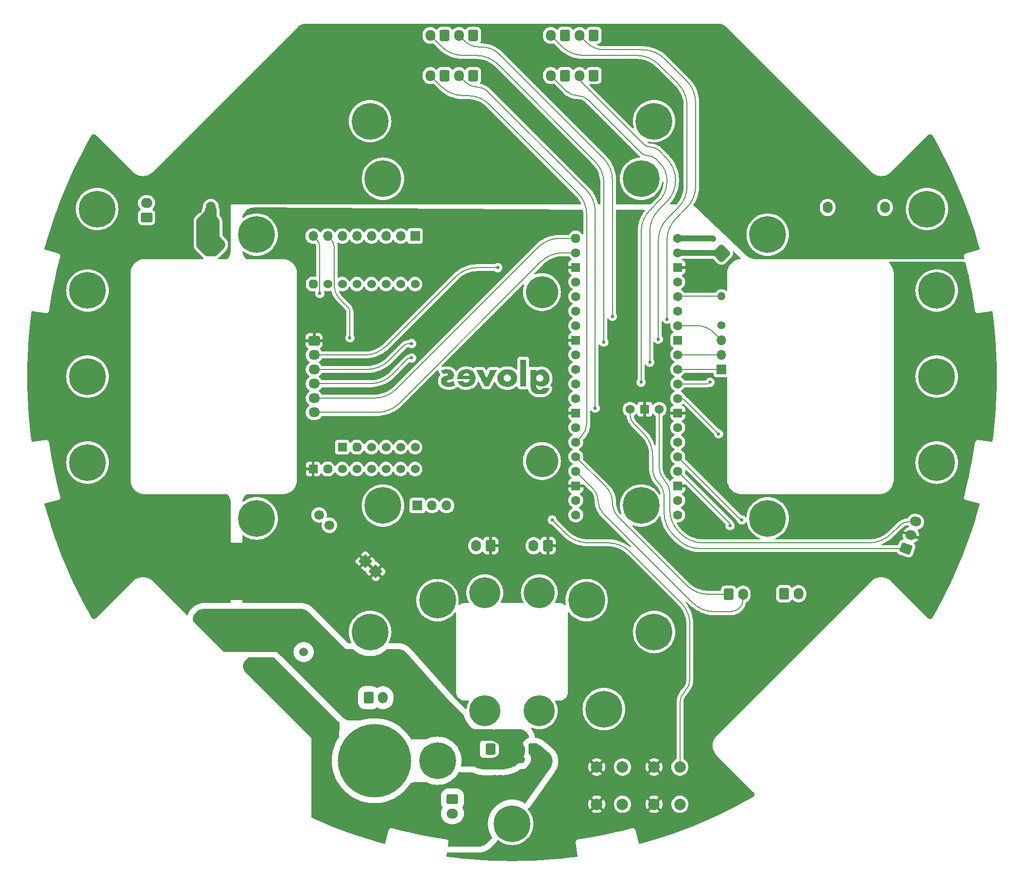
<source format=gbr>
%TF.GenerationSoftware,KiCad,Pcbnew,8.0.3*%
%TF.CreationDate,2024-06-18T02:00:58+08:00*%
%TF.ProjectId,top-rounded,746f702d-726f-4756-9e64-65642e6b6963,1.0.0*%
%TF.SameCoordinates,Original*%
%TF.FileFunction,Copper,L2,Bot*%
%TF.FilePolarity,Positive*%
%FSLAX46Y46*%
G04 Gerber Fmt 4.6, Leading zero omitted, Abs format (unit mm)*
G04 Created by KiCad (PCBNEW 8.0.3) date 2024-06-18 02:00:58*
%MOMM*%
%LPD*%
G01*
G04 APERTURE LIST*
G04 Aperture macros list*
%AMRoundRect*
0 Rectangle with rounded corners*
0 $1 Rounding radius*
0 $2 $3 $4 $5 $6 $7 $8 $9 X,Y pos of 4 corners*
0 Add a 4 corners polygon primitive as box body*
4,1,4,$2,$3,$4,$5,$6,$7,$8,$9,$2,$3,0*
0 Add four circle primitives for the rounded corners*
1,1,$1+$1,$2,$3*
1,1,$1+$1,$4,$5*
1,1,$1+$1,$6,$7*
1,1,$1+$1,$8,$9*
0 Add four rect primitives between the rounded corners*
20,1,$1+$1,$2,$3,$4,$5,0*
20,1,$1+$1,$4,$5,$6,$7,0*
20,1,$1+$1,$6,$7,$8,$9,0*
20,1,$1+$1,$8,$9,$2,$3,0*%
%AMHorizOval*
0 Thick line with rounded ends*
0 $1 width*
0 $2 $3 position (X,Y) of the first rounded end (center of the circle)*
0 $4 $5 position (X,Y) of the second rounded end (center of the circle)*
0 Add line between two ends*
20,1,$1,$2,$3,$4,$5,0*
0 Add two circle primitives to create the rounded ends*
1,1,$1,$2,$3*
1,1,$1,$4,$5*%
%AMRotRect*
0 Rectangle, with rotation*
0 The origin of the aperture is its center*
0 $1 length*
0 $2 width*
0 $3 Rotation angle, in degrees counterclockwise*
0 Add horizontal line*
21,1,$1,$2,0,0,$3*%
%AMOutline5P*
0 Free polygon, 5 corners , with rotation*
0 The origin of the aperture is its center*
0 number of corners: always 5*
0 $1 to $10 corner X, Y*
0 $11 Rotation angle, in degrees counterclockwise*
0 create outline with 5 corners*
4,1,5,$1,$2,$3,$4,$5,$6,$7,$8,$9,$10,$1,$2,$11*%
%AMOutline6P*
0 Free polygon, 6 corners , with rotation*
0 The origin of the aperture is its center*
0 number of corners: always 6*
0 $1 to $12 corner X, Y*
0 $13 Rotation angle, in degrees counterclockwise*
0 create outline with 6 corners*
4,1,6,$1,$2,$3,$4,$5,$6,$7,$8,$9,$10,$11,$12,$1,$2,$13*%
%AMOutline7P*
0 Free polygon, 7 corners , with rotation*
0 The origin of the aperture is its center*
0 number of corners: always 7*
0 $1 to $14 corner X, Y*
0 $15 Rotation angle, in degrees counterclockwise*
0 create outline with 7 corners*
4,1,7,$1,$2,$3,$4,$5,$6,$7,$8,$9,$10,$11,$12,$13,$14,$1,$2,$15*%
%AMOutline8P*
0 Free polygon, 8 corners , with rotation*
0 The origin of the aperture is its center*
0 number of corners: always 8*
0 $1 to $16 corner X, Y*
0 $17 Rotation angle, in degrees counterclockwise*
0 create outline with 8 corners*
4,1,8,$1,$2,$3,$4,$5,$6,$7,$8,$9,$10,$11,$12,$13,$14,$15,$16,$1,$2,$17*%
%AMFreePoly0*
4,1,26,0.335306,0.780194,0.389950,0.741421,0.741421,0.389950,0.788777,0.314585,0.800000,0.248529,0.800000,-0.248529,0.780194,-0.335306,0.741421,-0.389950,0.389950,-0.741421,0.314585,-0.788777,0.248529,-0.800000,0.000000,-0.800000,-0.248529,-0.800000,-0.335306,-0.780194,-0.389950,-0.741421,-0.741421,-0.389950,-0.788777,-0.314585,-0.800000,-0.248529,-0.800000,0.248529,-0.780194,0.335306,
-0.741421,0.389950,-0.389950,0.741421,-0.314585,0.788777,-0.248529,0.800000,0.248529,0.800000,0.335306,0.780194,0.335306,0.780194,$1*%
G04 Aperture macros list end*
%TA.AperFunction,EtchedComponent*%
%ADD10C,0.000000*%
%TD*%
%TA.AperFunction,ComponentPad*%
%ADD11RoundRect,0.250000X-0.600000X-0.750000X0.600000X-0.750000X0.600000X0.750000X-0.600000X0.750000X0*%
%TD*%
%TA.AperFunction,ComponentPad*%
%ADD12O,1.700000X2.000000*%
%TD*%
%TA.AperFunction,ComponentPad*%
%ADD13C,0.800000*%
%TD*%
%TA.AperFunction,ComponentPad*%
%ADD14C,6.400000*%
%TD*%
%TA.AperFunction,WasherPad*%
%ADD15C,5.600000*%
%TD*%
%TA.AperFunction,ComponentPad*%
%ADD16C,1.524000*%
%TD*%
%TA.AperFunction,ComponentPad*%
%ADD17Outline8P,-0.762000X0.381000X-0.381000X0.762000X0.381000X0.762000X0.762000X0.381000X0.762000X-0.381000X0.381000X-0.762000X-0.381000X-0.762000X-0.762000X-0.381000X270.000000*%
%TD*%
%TA.AperFunction,ComponentPad*%
%ADD18R,1.524000X1.524000*%
%TD*%
%TA.AperFunction,ComponentPad*%
%ADD19C,5.400000*%
%TD*%
%TA.AperFunction,ComponentPad*%
%ADD20RoundRect,0.250000X0.750000X-0.600000X0.750000X0.600000X-0.750000X0.600000X-0.750000X-0.600000X0*%
%TD*%
%TA.AperFunction,ComponentPad*%
%ADD21O,2.000000X1.700000*%
%TD*%
%TA.AperFunction,ComponentPad*%
%ADD22R,1.700000X1.700000*%
%TD*%
%TA.AperFunction,ComponentPad*%
%ADD23O,1.700000X1.700000*%
%TD*%
%TA.AperFunction,ComponentPad*%
%ADD24C,2.000000*%
%TD*%
%TA.AperFunction,ComponentPad*%
%ADD25FreePoly0,0.000000*%
%TD*%
%TA.AperFunction,ComponentPad*%
%ADD26C,1.600000*%
%TD*%
%TA.AperFunction,ComponentPad*%
%ADD27RoundRect,0.200000X-0.600000X-0.600000X0.600000X-0.600000X0.600000X0.600000X-0.600000X0.600000X0*%
%TD*%
%TA.AperFunction,ComponentPad*%
%ADD28C,1.574800*%
%TD*%
%TA.AperFunction,ComponentPad*%
%ADD29R,1.574800X1.574800*%
%TD*%
%TA.AperFunction,ComponentPad*%
%ADD30RoundRect,0.250000X0.476065X-0.811780X0.886489X0.315851X-0.476065X0.811780X-0.886489X-0.315851X0*%
%TD*%
%TA.AperFunction,ComponentPad*%
%ADD31HorizOval,1.700000X-0.117462X0.042753X0.117462X-0.042753X0*%
%TD*%
%TA.AperFunction,ComponentPad*%
%ADD32RotRect,1.700000X1.700000X315.000000*%
%TD*%
%TA.AperFunction,ComponentPad*%
%ADD33C,1.700000*%
%TD*%
%TA.AperFunction,ComponentPad*%
%ADD34RoundRect,0.250000X-0.750000X0.600000X-0.750000X-0.600000X0.750000X-0.600000X0.750000X0.600000X0*%
%TD*%
%TA.AperFunction,ComponentPad*%
%ADD35C,1.400000*%
%TD*%
%TA.AperFunction,ComponentPad*%
%ADD36O,1.400000X1.400000*%
%TD*%
%TA.AperFunction,ComponentPad*%
%ADD37C,0.900000*%
%TD*%
%TA.AperFunction,ComponentPad*%
%ADD38C,12.800000*%
%TD*%
%TA.AperFunction,ComponentPad*%
%ADD39RoundRect,0.250000X0.600000X0.725000X-0.600000X0.725000X-0.600000X-0.725000X0.600000X-0.725000X0*%
%TD*%
%TA.AperFunction,ComponentPad*%
%ADD40O,1.700000X1.950000*%
%TD*%
%TA.AperFunction,ComponentPad*%
%ADD41RoundRect,0.250000X-0.725000X0.600000X-0.725000X-0.600000X0.725000X-0.600000X0.725000X0.600000X0*%
%TD*%
%TA.AperFunction,ComponentPad*%
%ADD42O,1.950000X1.700000*%
%TD*%
%TA.AperFunction,ComponentPad*%
%ADD43RoundRect,0.250000X0.600000X0.750000X-0.600000X0.750000X-0.600000X-0.750000X0.600000X-0.750000X0*%
%TD*%
%TA.AperFunction,ViaPad*%
%ADD44C,0.600000*%
%TD*%
%TA.AperFunction,Conductor*%
%ADD45C,1.000000*%
%TD*%
%TA.AperFunction,Conductor*%
%ADD46C,0.200000*%
%TD*%
%TA.AperFunction,Conductor*%
%ADD47C,2.000000*%
%TD*%
G04 APERTURE END LIST*
D10*
%TA.AperFunction,EtchedComponent*%
%TO.C,G\u002A\u002A\u002A*%
G36*
X102479095Y-99374301D02*
G01*
X102479095Y-101691079D01*
X101954861Y-101691079D01*
X101430626Y-101691079D01*
X101430626Y-99374301D01*
X101430626Y-97057524D01*
X101954861Y-97057524D01*
X102479095Y-97057524D01*
X102479095Y-99374301D01*
G37*
%TD.AperFunction*%
%TA.AperFunction,EtchedComponent*%
G36*
X95094579Y-99281292D02*
G01*
X95142674Y-99382641D01*
X95261772Y-99633220D01*
X95355992Y-99830618D01*
X95428261Y-99980769D01*
X95481506Y-100089607D01*
X95518655Y-100163066D01*
X95542634Y-100207080D01*
X95556371Y-100227583D01*
X95562792Y-100230509D01*
X95567957Y-100221070D01*
X95597332Y-100160673D01*
X95648735Y-100052181D01*
X95718012Y-99904431D01*
X95801012Y-99726258D01*
X95893585Y-99526498D01*
X96214106Y-98833156D01*
X96793072Y-98823902D01*
X96947742Y-98822255D01*
X97116962Y-98822621D01*
X97251378Y-98825413D01*
X97340050Y-98830377D01*
X97372038Y-98837262D01*
X97368373Y-98847921D01*
X97337728Y-98913848D01*
X97275948Y-99039053D01*
X97182990Y-99223624D01*
X97058808Y-99467647D01*
X96903359Y-99771210D01*
X96716598Y-100134401D01*
X96498480Y-100557306D01*
X96248960Y-101040014D01*
X95912104Y-101691079D01*
X95564493Y-101691079D01*
X95216882Y-101691079D01*
X95114525Y-101496605D01*
X95104919Y-101478331D01*
X95045257Y-101364327D01*
X94965756Y-101211878D01*
X94875641Y-101038685D01*
X94784132Y-100862451D01*
X94689301Y-100679614D01*
X94533031Y-100378392D01*
X94402532Y-100126974D01*
X94294318Y-99918665D01*
X94204899Y-99746768D01*
X94130788Y-99604588D01*
X94068497Y-99485429D01*
X94014537Y-99382595D01*
X93965422Y-99289390D01*
X93917662Y-99199120D01*
X93868078Y-99103866D01*
X93808740Y-98984460D01*
X93768162Y-98895890D01*
X93753130Y-98852449D01*
X93753589Y-98850383D01*
X93794140Y-98835397D01*
X93900633Y-98824735D01*
X94073592Y-98818362D01*
X94313540Y-98816245D01*
X94873949Y-98816245D01*
X95094579Y-99281292D01*
G37*
%TD.AperFunction*%
%TA.AperFunction,EtchedComponent*%
G36*
X88835062Y-98730129D02*
G01*
X89112185Y-98785065D01*
X89357894Y-98878801D01*
X89559514Y-99010333D01*
X89622295Y-99070074D01*
X89752870Y-99246508D01*
X89841783Y-99448565D01*
X89887000Y-99662429D01*
X89886487Y-99874283D01*
X89838208Y-100070311D01*
X89740129Y-100236697D01*
X89702153Y-100277957D01*
X89601803Y-100358399D01*
X89469074Y-100428905D01*
X89292325Y-100495049D01*
X89059916Y-100562406D01*
X88920308Y-100602426D01*
X88752541Y-100665241D01*
X88649137Y-100729063D01*
X88608111Y-100796051D01*
X88627480Y-100868361D01*
X88705260Y-100948154D01*
X88754985Y-100978741D01*
X88895377Y-101013367D01*
X89071223Y-101005232D01*
X89271859Y-100955468D01*
X89486622Y-100865206D01*
X89526619Y-100845220D01*
X89634771Y-100793363D01*
X89712135Y-100759566D01*
X89744077Y-100750360D01*
X89771599Y-100791927D01*
X89820423Y-100881477D01*
X89878760Y-100998763D01*
X89939934Y-101129104D01*
X89997263Y-101257819D01*
X90044070Y-101370229D01*
X90073676Y-101451652D01*
X90079401Y-101487409D01*
X90040480Y-101512716D01*
X89947670Y-101557901D01*
X89823117Y-101610980D01*
X89685009Y-101664633D01*
X89551534Y-101711539D01*
X89440879Y-101744381D01*
X89283016Y-101771497D01*
X89072189Y-101786457D01*
X88847121Y-101786243D01*
X88634556Y-101770957D01*
X88461236Y-101740698D01*
X88312298Y-101694900D01*
X88058613Y-101574471D01*
X87858949Y-101415354D01*
X87714658Y-101219145D01*
X87627093Y-100987437D01*
X87597604Y-100721826D01*
X87613941Y-100522790D01*
X87678276Y-100322472D01*
X87793872Y-100157555D01*
X87844004Y-100109421D01*
X87947413Y-100034744D01*
X88080316Y-99968531D01*
X88255234Y-99904995D01*
X88484687Y-99838353D01*
X88832091Y-99744976D01*
X88832091Y-99628281D01*
X88807595Y-99526277D01*
X88731443Y-99457117D01*
X88607736Y-99428171D01*
X88440648Y-99440371D01*
X88234356Y-99494650D01*
X88131697Y-99524821D01*
X88045790Y-99541010D01*
X88003977Y-99536927D01*
X87991434Y-99518087D01*
X87950658Y-99447992D01*
X87891450Y-99341289D01*
X87821846Y-99212300D01*
X87663441Y-98915013D01*
X87774264Y-98868728D01*
X87941961Y-98808177D01*
X88237275Y-98740679D01*
X88539201Y-98714998D01*
X88835062Y-98730129D01*
G37*
%TD.AperFunction*%
%TA.AperFunction,EtchedComponent*%
G36*
X93596825Y-99926246D02*
G01*
X93600299Y-100063954D01*
X93600933Y-100253662D01*
X93600906Y-100316177D01*
X93599737Y-100488449D01*
X93595045Y-100613495D01*
X93584396Y-100707059D01*
X93565359Y-100784888D01*
X93535501Y-100862724D01*
X93492389Y-100956314D01*
X93467921Y-101005354D01*
X93300461Y-101254165D01*
X93082886Y-101464083D01*
X92823851Y-101628053D01*
X92532014Y-101739020D01*
X92477351Y-101751662D01*
X92292630Y-101776830D01*
X92075114Y-101788335D01*
X91849295Y-101786142D01*
X91639658Y-101770218D01*
X91470694Y-101740526D01*
X91461147Y-101738013D01*
X91178503Y-101634273D01*
X90944265Y-101484733D01*
X90754035Y-101285808D01*
X90603418Y-101033918D01*
X90506286Y-100828629D01*
X90999626Y-100819253D01*
X91492967Y-100809876D01*
X91609022Y-100911773D01*
X91705233Y-100985175D01*
X91806843Y-101030044D01*
X91929947Y-101046976D01*
X92096642Y-101041865D01*
X92107749Y-101040988D01*
X92289683Y-100999495D01*
X92428353Y-100908212D01*
X92526570Y-100764406D01*
X92587150Y-100565343D01*
X92610724Y-100439681D01*
X91536557Y-100439681D01*
X90462390Y-100439681D01*
X90482339Y-100157001D01*
X90496290Y-100022260D01*
X90545467Y-99802073D01*
X91453263Y-99802073D01*
X91469752Y-99809029D01*
X91543084Y-99817727D01*
X91664938Y-99824655D01*
X91824152Y-99829237D01*
X92009559Y-99830893D01*
X92565856Y-99830893D01*
X92532059Y-99733944D01*
X92517222Y-99696768D01*
X92415568Y-99551512D01*
X92258467Y-99438576D01*
X92253723Y-99436189D01*
X92124315Y-99401071D01*
X91968667Y-99398482D01*
X91816382Y-99426143D01*
X91697067Y-99481775D01*
X91675955Y-99498747D01*
X91602033Y-99572896D01*
X91529830Y-99661891D01*
X91475016Y-99745146D01*
X91453263Y-99802073D01*
X90545467Y-99802073D01*
X90566190Y-99709288D01*
X90683525Y-99429988D01*
X90844442Y-99192249D01*
X91045091Y-99003962D01*
X91163985Y-98927344D01*
X91425496Y-98811862D01*
X91717988Y-98739435D01*
X92025978Y-98712057D01*
X92333986Y-98731720D01*
X92626532Y-98800416D01*
X92692201Y-98823521D01*
X92958992Y-98946736D01*
X93174947Y-99104286D01*
X93350477Y-99305253D01*
X93495996Y-99558718D01*
X93507281Y-99582618D01*
X93545737Y-99668726D01*
X93571905Y-99744273D01*
X93588147Y-99824899D01*
X93588660Y-99830893D01*
X93596825Y-99926246D01*
G37*
%TD.AperFunction*%
%TA.AperFunction,EtchedComponent*%
G36*
X100884710Y-100174996D02*
G01*
X100874911Y-100455465D01*
X100820582Y-100714159D01*
X100693675Y-101004636D01*
X100512763Y-101257559D01*
X100282391Y-101467342D01*
X100006445Y-101630451D01*
X99688815Y-101743350D01*
X99656371Y-101750812D01*
X99495576Y-101773614D01*
X99297995Y-101786177D01*
X99087617Y-101788121D01*
X98888429Y-101779066D01*
X98724422Y-101758631D01*
X98510515Y-101697418D01*
X98275171Y-101592377D01*
X98054659Y-101459220D01*
X97875384Y-101311844D01*
X97861504Y-101297702D01*
X97708359Y-101106630D01*
X97578791Y-100881575D01*
X97551561Y-100824076D01*
X97506673Y-100721321D01*
X97478810Y-100633559D01*
X97463983Y-100540133D01*
X97458199Y-100420387D01*
X97457468Y-100253662D01*
X97457475Y-100251491D01*
X98555793Y-100251491D01*
X98559154Y-100328369D01*
X98576445Y-100448554D01*
X98603506Y-100534370D01*
X98607051Y-100541009D01*
X98696885Y-100663599D01*
X98816333Y-100772666D01*
X98938487Y-100843388D01*
X98982644Y-100858324D01*
X99171283Y-100884580D01*
X99349346Y-100854743D01*
X99508706Y-100777514D01*
X99641233Y-100661592D01*
X99738801Y-100515678D01*
X99793280Y-100348472D01*
X99796544Y-100168673D01*
X99740464Y-99984982D01*
X99679211Y-99877149D01*
X99557822Y-99745857D01*
X99402308Y-99667374D01*
X99202135Y-99634848D01*
X99102468Y-99631437D01*
X99003869Y-99638411D01*
X98924863Y-99664446D01*
X98837937Y-99715644D01*
X98807097Y-99736932D01*
X98665623Y-99875323D01*
X98582785Y-100045076D01*
X98555793Y-100251491D01*
X97457475Y-100251491D01*
X97457575Y-100220260D01*
X97460056Y-100060184D01*
X97468320Y-99944006D01*
X97485974Y-99851476D01*
X97516628Y-99762348D01*
X97563888Y-99656371D01*
X97713874Y-99399136D01*
X97925188Y-99161560D01*
X98186331Y-98969465D01*
X98497890Y-98822329D01*
X98541410Y-98806485D01*
X98644409Y-98773221D01*
X98741549Y-98751655D01*
X98851198Y-98739392D01*
X98991724Y-98734036D01*
X99181492Y-98733193D01*
X99267062Y-98733618D01*
X99433063Y-98736866D01*
X99556761Y-98745245D01*
X99656046Y-98761224D01*
X99748811Y-98787272D01*
X99852948Y-98825859D01*
X99933320Y-98859601D01*
X100218825Y-99016789D01*
X100461755Y-99212457D01*
X100654516Y-99439588D01*
X100789512Y-99691165D01*
X100850776Y-99899062D01*
X100883932Y-100168673D01*
X100884710Y-100174996D01*
G37*
%TD.AperFunction*%
%TA.AperFunction,EtchedComponent*%
G36*
X106530537Y-100377961D02*
G01*
X106502064Y-100634073D01*
X106418856Y-100929660D01*
X106283113Y-101182727D01*
X106094453Y-101393790D01*
X105852496Y-101563364D01*
X105556858Y-101691966D01*
X105354622Y-101741168D01*
X105088453Y-101757625D01*
X104829439Y-101723991D01*
X104597858Y-101641335D01*
X104509117Y-101593019D01*
X104411424Y-101531327D01*
X104351387Y-101482840D01*
X104301133Y-101435705D01*
X104263136Y-101430230D01*
X104243936Y-101482901D01*
X104239301Y-101598070D01*
X104257433Y-101798774D01*
X104320826Y-101987396D01*
X104431897Y-102131844D01*
X104592943Y-102236258D01*
X104723326Y-102280220D01*
X104900828Y-102296933D01*
X105068675Y-102269131D01*
X105210766Y-102200029D01*
X105310995Y-102092844D01*
X105368513Y-101995473D01*
X105936187Y-101995473D01*
X106108132Y-101995366D01*
X106282393Y-101997322D01*
X106401221Y-102006025D01*
X106471572Y-102026219D01*
X106500401Y-102062647D01*
X106494664Y-102120054D01*
X106461318Y-102203183D01*
X106407317Y-102316778D01*
X106365996Y-102395076D01*
X106202848Y-102613647D01*
X105988425Y-102802473D01*
X105732900Y-102953694D01*
X105446446Y-103059446D01*
X105350440Y-103078647D01*
X105175702Y-103097477D01*
X104971682Y-103107126D01*
X104760295Y-103107220D01*
X104563458Y-103097386D01*
X104403085Y-103077250D01*
X104363336Y-103069101D01*
X104113813Y-102989606D01*
X103874320Y-102868338D01*
X103659253Y-102715285D01*
X103483010Y-102540432D01*
X103359988Y-102353764D01*
X103335494Y-102299475D01*
X103308539Y-102225379D01*
X103286208Y-102140425D01*
X103268080Y-102038305D01*
X103253731Y-101912709D01*
X103242740Y-101757329D01*
X103234684Y-101565856D01*
X103229141Y-101331980D01*
X103225689Y-101049393D01*
X103223904Y-100711786D01*
X103223365Y-100312850D01*
X103223355Y-100233905D01*
X104220906Y-100233905D01*
X104221902Y-100307564D01*
X104232848Y-100422131D01*
X104261826Y-100511918D01*
X104316152Y-100605458D01*
X104410703Y-100716667D01*
X104552903Y-100813631D01*
X104603956Y-100834381D01*
X104797914Y-100873729D01*
X104988613Y-100857063D01*
X105162819Y-100788973D01*
X105307301Y-100674044D01*
X105408826Y-100516866D01*
X105431399Y-100449166D01*
X105453072Y-100283847D01*
X105441072Y-100112777D01*
X105396153Y-99968584D01*
X105378497Y-99938202D01*
X105301389Y-99839114D01*
X105208929Y-99750266D01*
X105192528Y-99737406D01*
X105102958Y-99680538D01*
X105005617Y-99650062D01*
X104870713Y-99635906D01*
X104779292Y-99634377D01*
X104605482Y-99662784D01*
X104459580Y-99741887D01*
X104323218Y-99879869D01*
X104274707Y-99944787D01*
X104239883Y-100016362D01*
X104224416Y-100104196D01*
X104220906Y-100233905D01*
X103223355Y-100233905D01*
X103223170Y-98816245D01*
X103730493Y-98816245D01*
X104237817Y-98816245D01*
X104237817Y-98953126D01*
X104237817Y-99090006D01*
X104367412Y-98985860D01*
X104449574Y-98926731D01*
X104678528Y-98816247D01*
X104932363Y-98757642D01*
X105198338Y-98750523D01*
X105463711Y-98794500D01*
X105715743Y-98889182D01*
X105941690Y-99034178D01*
X105953679Y-99044019D01*
X106172377Y-99258692D01*
X106335923Y-99500019D01*
X106455422Y-99784212D01*
X106468075Y-99823576D01*
X106508104Y-99963455D01*
X106529397Y-100083032D01*
X106535645Y-100211478D01*
X106533425Y-100283847D01*
X106530537Y-100377961D01*
G37*
%TD.AperFunction*%
%TD*%
D11*
%TO.P,J8,1,Pin_1*%
%TO.N,I2C0-SDA*%
X137750000Y-137975000D03*
D12*
%TO.P,J8,2,Pin_2*%
%TO.N,I2C0-SCL*%
X140250000Y-137975000D03*
%TD*%
D11*
%TO.P,J2,1,Pin_1*%
%TO.N,GND*%
X162500000Y-70500000D03*
D12*
%TO.P,J2,2,Pin_2*%
%TO.N,+5V*%
X165000000Y-70500000D03*
%TD*%
D13*
%TO.P,H13,1*%
%TO.N,N/C*%
X23600000Y-115000000D03*
X24302944Y-113302944D03*
X24302944Y-116697056D03*
X26000000Y-112600000D03*
D14*
X26000000Y-115000000D03*
D13*
X26000000Y-117400000D03*
X27697056Y-113302944D03*
X27697056Y-116697056D03*
X28400000Y-115000000D03*
%TD*%
D15*
%TO.P,U2,*%
%TO.N,*%
X105198000Y-85268000D03*
X105200000Y-114732000D03*
D16*
%TO.P,U2,1,P0*%
%TO.N,Net-(J1-Pin_1)*%
X83100000Y-83871000D03*
%TO.P,U2,2,P1*%
%TO.N,Net-(J1-Pin_2)*%
X80560000Y-83871000D03*
%TO.P,U2,3,P2*%
%TO.N,Net-(J1-Pin_3)*%
X78020000Y-83871000D03*
%TO.P,U2,4,P3*%
%TO.N,Net-(J1-Pin_4)*%
X75480000Y-83871000D03*
%TO.P,U2,5,P4*%
%TO.N,Top-RX0-Cam-TX3*%
X72940000Y-83871000D03*
%TO.P,U2,6,P5*%
%TO.N,Top-TX0-Cam-RX3*%
X70400000Y-83871000D03*
%TO.P,U2,7,P6*%
%TO.N,Net-(J1-Pin_5)*%
X67860000Y-83871000D03*
D17*
%TO.P,U2,8,3.3V*%
%TO.N,unconnected-(U2-3.3V-Pad8)*%
X65320000Y-83871000D03*
D18*
%TO.P,U2,9,GND*%
%TO.N,GND*%
X65320000Y-116129000D03*
D17*
%TO.P,U2,10,VIN*%
%TO.N,+5V*%
X67860000Y-116129000D03*
D16*
%TO.P,U2,11,P7*%
%TO.N,Net-(J1-Pin_6)*%
X70400000Y-116129000D03*
%TO.P,U2,12,P8*%
%TO.N,Net-(J1-Pin_7)*%
X72940000Y-116129000D03*
%TO.P,U2,13,P9*%
%TO.N,Net-(J1-Pin_8)*%
X75480000Y-116129000D03*
%TO.P,U2,14,SYN*%
%TO.N,Net-(J7-Pin_1)*%
X78020000Y-116129000D03*
%TO.P,U2,15,BOOT*%
%TO.N,Net-(J7-Pin_2)*%
X80560000Y-116129000D03*
%TO.P,U2,16,RST*%
%TO.N,Net-(J7-Pin_3)*%
X83100000Y-116129000D03*
D18*
%TO.P,U2,17,GND*%
%TO.N,unconnected-(U2-GND-Pad17)*%
X70400000Y-112319000D03*
D17*
%TO.P,U2,18,3.3V*%
%TO.N,unconnected-(U2-3.3V-Pad18)*%
X72940000Y-112319000D03*
D16*
%TO.P,U2,19,RST*%
%TO.N,unconnected-(U2-RST-Pad19)*%
X75480000Y-112319000D03*
%TO.P,U2,20,SWD*%
%TO.N,unconnected-(U2-SWD-Pad20)*%
X78020000Y-112319000D03*
%TO.P,U2,21,SWC*%
%TO.N,unconnected-(U2-SWC-Pad21)*%
X80560000Y-112319000D03*
%TO.P,U2,22,SWO*%
%TO.N,unconnected-(U2-SWO-Pad22)*%
X83100000Y-112319000D03*
%TD*%
D13*
%TO.P,H28,1*%
%TO.N,N/C*%
X93225000Y-158300000D03*
X93818109Y-156868109D03*
X93818109Y-159731891D03*
X95250000Y-156275000D03*
D19*
X95250000Y-158300000D03*
D13*
X95250000Y-160325000D03*
X96681891Y-156868109D03*
X96681891Y-159731891D03*
X97275000Y-158300000D03*
%TD*%
%TO.P,H1,1*%
%TO.N,N/C*%
X23600000Y-85000000D03*
X24302944Y-83302944D03*
X24302944Y-86697056D03*
X26000000Y-82600000D03*
D14*
X26000000Y-85000000D03*
D13*
X26000000Y-87400000D03*
X27697056Y-83302944D03*
X27697056Y-86697056D03*
X28400000Y-85000000D03*
%TD*%
D11*
%TO.P,J9,1,Pin_1*%
%TO.N,I2C1-SDA*%
X147413217Y-137874728D03*
D12*
%TO.P,J9,2,Pin_2*%
%TO.N,I2C1-SCL*%
X149913217Y-137874728D03*
%TD*%
D13*
%TO.P,H22,1*%
%TO.N,N/C*%
X142147727Y-75251263D03*
X142850671Y-73554207D03*
X142850671Y-76948319D03*
X144547727Y-72851263D03*
D14*
X144547727Y-75251263D03*
D13*
X144547727Y-77651263D03*
X146244783Y-73554207D03*
X146244783Y-76948319D03*
X146947727Y-75251263D03*
%TD*%
D20*
%TO.P,J6,1,Pin_1*%
%TO.N,Top-RX1-IMU-TX*%
X36300000Y-72226252D03*
D21*
%TO.P,J6,2,Pin_2*%
%TO.N,Top-TX1-IMU-RX*%
X36300000Y-69726252D03*
%TD*%
D13*
%TO.P,H4,1*%
%TO.N,N/C*%
X53052273Y-75251263D03*
X53755217Y-73554207D03*
X53755217Y-76948319D03*
X55452273Y-72851263D03*
D14*
X55452273Y-75251263D03*
D13*
X55452273Y-77651263D03*
X57149329Y-73554207D03*
X57149329Y-76948319D03*
X57852273Y-75251263D03*
%TD*%
%TO.P,H12,1*%
%TO.N,N/C*%
X113600000Y-158000000D03*
X114302944Y-156302944D03*
X114302944Y-159697056D03*
X116000000Y-155600000D03*
D14*
X116000000Y-158000000D03*
D13*
X116000000Y-160400000D03*
X117697056Y-156302944D03*
X117697056Y-159697056D03*
X118400000Y-158000000D03*
%TD*%
D22*
%TO.P,J1,1,Pin_1*%
%TO.N,Net-(J1-Pin_1)*%
X83100000Y-75500000D03*
D23*
%TO.P,J1,2,Pin_2*%
%TO.N,Net-(J1-Pin_2)*%
X80560000Y-75500000D03*
%TO.P,J1,3,Pin_3*%
%TO.N,Net-(J1-Pin_3)*%
X78020000Y-75500000D03*
%TO.P,J1,4,Pin_4*%
%TO.N,Net-(J1-Pin_4)*%
X75480000Y-75500000D03*
%TO.P,J1,5,Pin_5*%
%TO.N,Net-(J1-Pin_5)*%
X72940000Y-75500000D03*
%TO.P,J1,6,Pin_6*%
%TO.N,Net-(J1-Pin_6)*%
X70400000Y-75500000D03*
%TO.P,J1,7,Pin_7*%
%TO.N,Net-(J1-Pin_7)*%
X67860000Y-75500000D03*
%TO.P,J1,8,Pin_8*%
%TO.N,Net-(J1-Pin_8)*%
X65320000Y-75500000D03*
%TD*%
D24*
%TO.P,SW2,1,1*%
%TO.N,GND*%
X124750002Y-174591199D03*
X124750002Y-168091199D03*
%TO.P,SW2,2,2*%
%TO.N,Button2*%
X129250002Y-174591199D03*
X129250002Y-168091199D03*
%TD*%
D22*
%TO.P,J7,1,Pin_1*%
%TO.N,Net-(J7-Pin_1)*%
X83500000Y-122500000D03*
D23*
%TO.P,J7,2,Pin_2*%
%TO.N,Net-(J7-Pin_2)*%
X86040000Y-122500000D03*
%TO.P,J7,3,Pin_3*%
%TO.N,Net-(J7-Pin_3)*%
X88580000Y-122500000D03*
%TD*%
D13*
%TO.P,H29,1*%
%TO.N,N/C*%
X102725000Y-137700000D03*
X103318109Y-136268109D03*
X103318109Y-139131891D03*
X104750000Y-135675000D03*
D19*
X104750000Y-137700000D03*
D13*
X104750000Y-139725000D03*
X106181891Y-136268109D03*
X106181891Y-139131891D03*
X106775000Y-137700000D03*
%TD*%
%TO.P,H15,1*%
%TO.N,N/C*%
X120100000Y-65500000D03*
X120802944Y-63802944D03*
X120802944Y-67197056D03*
X122500000Y-63100000D03*
D14*
X122500000Y-65500000D03*
D13*
X122500000Y-67900000D03*
X124197056Y-63802944D03*
X124197056Y-67197056D03*
X124900000Y-65500000D03*
%TD*%
D25*
%TO.P,U1,1,GPIO0*%
%TO.N,Top-TX0-Bottom-RX*%
X111100000Y-75870000D03*
D26*
%TO.P,U1,2,GPIO1*%
%TO.N,Top-RX0-Bottom-TX*%
X111100000Y-78410000D03*
D27*
%TO.P,U1,3,GND*%
%TO.N,GND*%
X111100000Y-80950000D03*
D26*
%TO.P,U1,4,GPIO2*%
%TO.N,Bottom-D0*%
X111100000Y-83490000D03*
%TO.P,U1,5,GPIO3*%
%TO.N,Bottom-D1*%
X111100000Y-86030000D03*
%TO.P,U1,6,GPIO4*%
%TO.N,Bottom-D2*%
X111100000Y-88570000D03*
%TO.P,U1,7,GPIO5*%
%TO.N,Button2*%
X111100000Y-91110000D03*
D27*
%TO.P,U1,8,GND*%
%TO.N,GND*%
X111100000Y-93650000D03*
D26*
%TO.P,U1,9,GPIO6*%
%TO.N,PWM1A*%
X111100000Y-96190000D03*
%TO.P,U1,10,GPIO7*%
%TO.N,PWM1B*%
X111100000Y-98730000D03*
%TO.P,U1,11,GPIO8*%
%TO.N,PWM2A*%
X111100000Y-101270000D03*
%TO.P,U1,12,GPIO9*%
%TO.N,PWM2B*%
X111100000Y-103810000D03*
D27*
%TO.P,U1,13,GND*%
%TO.N,GND*%
X111100000Y-106350000D03*
D26*
%TO.P,U1,14,GPIO10*%
%TO.N,PWM3A*%
X111100000Y-108890000D03*
%TO.P,U1,15,GPIO11*%
%TO.N,PWM3B*%
X111100000Y-111430000D03*
%TO.P,U1,16,GPIO12*%
%TO.N,I2C0-SDA*%
X111100000Y-113970000D03*
%TO.P,U1,17,GPIO13*%
%TO.N,I2C0-SCL*%
X111100000Y-116510000D03*
D27*
%TO.P,U1,18,GND*%
%TO.N,GND*%
X111100000Y-119050000D03*
D26*
%TO.P,U1,19,GPIO14*%
%TO.N,PWM4A*%
X111100000Y-121590000D03*
%TO.P,U1,20,GPIO15*%
%TO.N,PWM4B*%
X111100000Y-124130000D03*
%TO.P,U1,21,GPIO16*%
%TO.N,Top-TX0-Cam-RX3*%
X128880000Y-124130000D03*
%TO.P,U1,22,GPIO17*%
%TO.N,Top-RX0-Cam-TX3*%
X128880000Y-121590000D03*
D27*
%TO.P,U1,23,GND*%
%TO.N,GND*%
X128880000Y-119050000D03*
D26*
%TO.P,U1,24,GPIO18*%
%TO.N,I2C1-SDA*%
X128880000Y-116510000D03*
%TO.P,U1,25,GPIO19*%
%TO.N,I2C1-SCL*%
X128880000Y-113970000D03*
%TO.P,U1,26,GPIO20*%
%TO.N,Top-TX1-IMU-RX*%
X128880000Y-111430000D03*
%TO.P,U1,27,GPIO21*%
%TO.N,Top-RX1-IMU-TX*%
X128880000Y-108890000D03*
D27*
%TO.P,U1,28,GND*%
%TO.N,GND*%
X128880000Y-106350000D03*
D26*
%TO.P,U1,29,GPIO22*%
%TO.N,Button1*%
X128880000Y-103810000D03*
%TO.P,U1,30,RUN*%
%TO.N,Net-(U1-RUN)*%
X128880000Y-101270000D03*
%TO.P,U1,31,GPIO26_ADC0*%
%TO.N,GPIO26*%
X128880000Y-98730000D03*
%TO.P,U1,32,GPIO27_ADC1*%
%TO.N,GPIO27*%
X128880000Y-96190000D03*
D27*
%TO.P,U1,33,AGND*%
%TO.N,unconnected-(U1-AGND-Pad33)*%
X128880000Y-93650000D03*
D26*
%TO.P,U1,34,GPIO28_ADC2*%
%TO.N,GPIO28*%
X128880000Y-91110000D03*
%TO.P,U1,35,ADC_VREF*%
%TO.N,unconnected-(U1-ADC_VREF-Pad35)_0*%
X128880000Y-88570000D03*
%TO.P,U1,36,3V3*%
%TO.N,Net-(U1-3V3)*%
X128880000Y-86030000D03*
%TO.P,U1,37,3V3_EN*%
%TO.N,unconnected-(U1-3V3_EN-Pad37)_0*%
X128880000Y-83490000D03*
D27*
%TO.P,U1,38,GND*%
%TO.N,GND*%
X128880000Y-80950000D03*
D26*
%TO.P,U1,39,VSYS*%
%TO.N,+5V*%
X128880000Y-78410000D03*
%TO.P,U1,40,VBUS*%
%TO.N,unconnected-(U1-VBUS-Pad40)*%
X128880000Y-75870000D03*
D28*
%TO.P,U1,41,SWCLK*%
%TO.N,Net-(J3-Pin_1)*%
X120574200Y-105700000D03*
D29*
%TO.P,U1,42,GND*%
%TO.N,GND*%
X123114200Y-105700000D03*
D28*
%TO.P,U1,43,SWDIO*%
%TO.N,Net-(J3-Pin_3)*%
X125654200Y-105700000D03*
%TD*%
D13*
%TO.P,H23,1*%
%TO.N,N/C*%
X122348737Y-144547727D03*
X123051681Y-142850671D03*
X123051681Y-146244783D03*
X124748737Y-142147727D03*
D14*
X124748737Y-144547727D03*
D13*
X124748737Y-146947727D03*
X126445793Y-142850671D03*
X126445793Y-146244783D03*
X127148737Y-144547727D03*
%TD*%
%TO.P,H10,1*%
%TO.N,N/C*%
X53052273Y-124748737D03*
X53755217Y-123051681D03*
X53755217Y-126445793D03*
X55452273Y-122348737D03*
D14*
X55452273Y-124748737D03*
D13*
X55452273Y-127148737D03*
X57149329Y-123051681D03*
X57149329Y-126445793D03*
X57852273Y-124748737D03*
%TD*%
%TO.P,H27,1*%
%TO.N,N/C*%
X93225000Y-137700000D03*
X93818109Y-136268109D03*
X93818109Y-139131891D03*
X95250000Y-135675000D03*
D19*
X95250000Y-137700000D03*
D13*
X95250000Y-139725000D03*
X96681891Y-136268109D03*
X96681891Y-139131891D03*
X97275000Y-137700000D03*
%TD*%
%TO.P,H9,1*%
%TO.N,N/C*%
X72851263Y-55452273D03*
X73554207Y-53755217D03*
X73554207Y-57149329D03*
X75251263Y-53052273D03*
D14*
X75251263Y-55452273D03*
D13*
X75251263Y-57852273D03*
X76948319Y-53755217D03*
X76948319Y-57149329D03*
X77651263Y-55452273D03*
%TD*%
%TO.P,H6,1*%
%TO.N,N/C*%
X84600000Y-167000000D03*
X85302944Y-165302944D03*
X85302944Y-168697056D03*
X87000000Y-164600000D03*
D14*
X87000000Y-167000000D03*
D13*
X87000000Y-169400000D03*
X88697056Y-165302944D03*
X88697056Y-168697056D03*
X89400000Y-167000000D03*
%TD*%
%TO.P,H21,1*%
%TO.N,N/C*%
X75100000Y-65500000D03*
X75802944Y-63802944D03*
X75802944Y-67197056D03*
X77500000Y-63100000D03*
D14*
X77500000Y-65500000D03*
D13*
X77500000Y-67900000D03*
X79197056Y-63802944D03*
X79197056Y-67197056D03*
X79900000Y-65500000D03*
%TD*%
%TO.P,H7,1*%
%TO.N,N/C*%
X23600000Y-100000000D03*
X24302944Y-98302944D03*
X24302944Y-101697056D03*
X26000000Y-97600000D03*
D14*
X26000000Y-100000000D03*
D13*
X26000000Y-102400000D03*
X27697056Y-98302944D03*
X27697056Y-101697056D03*
X28400000Y-100000000D03*
%TD*%
%TO.P,H14,1*%
%TO.N,N/C*%
X171600000Y-100000000D03*
X172302944Y-98302944D03*
X172302944Y-101697056D03*
X174000000Y-97600000D03*
D14*
X174000000Y-100000000D03*
D13*
X174000000Y-102400000D03*
X175697056Y-98302944D03*
X175697056Y-101697056D03*
X176400000Y-100000000D03*
%TD*%
D11*
%TO.P,J12,1,Pin_1*%
%TO.N,GND*%
X152500000Y-70500000D03*
D12*
%TO.P,J12,2,Pin_2*%
%TO.N,+5V*%
X155000000Y-70500000D03*
%TD*%
D30*
%TO.P,J3,1,Pin_1*%
%TO.N,Net-(J3-Pin_1)*%
X168650000Y-130000000D03*
D31*
%TO.P,J3,2,Pin_2*%
%TO.N,GND*%
X169505050Y-127650768D03*
%TO.P,J3,3,Pin_3*%
%TO.N,Net-(J3-Pin_3)*%
X170360101Y-125301537D03*
%TD*%
D22*
%TO.P,J13,1,Pin_1*%
%TO.N,GPIO26*%
X136500000Y-98730000D03*
D23*
%TO.P,J13,2,Pin_2*%
%TO.N,GPIO27*%
X136500000Y-96190000D03*
%TO.P,J13,3,Pin_3*%
%TO.N,GPIO28*%
X136500000Y-93650000D03*
%TD*%
D32*
%TO.P,U3,1,GND*%
%TO.N,GND*%
X76238672Y-134003174D03*
X74442621Y-132207123D03*
D33*
%TO.P,U3,2,VOUT*%
%TO.N,+5V*%
X68156441Y-125920943D03*
X66360390Y-124124892D03*
%TO.P,U3,3,VIN*%
%TO.N,+12V*%
X49771665Y-144305720D03*
X47975614Y-142509668D03*
D32*
%TO.P,U3,4,GND_IN*%
%TO.N,GND1*%
X57853895Y-152387950D03*
X56057844Y-150591899D03*
D16*
%TO.P,U3,5,EN*%
%TO.N,unconnected-(U3-EN-Pad5)*%
X63687526Y-148033587D03*
%TD*%
D13*
%TO.P,H16,1*%
%TO.N,N/C*%
X142147727Y-124748737D03*
X142850671Y-123051681D03*
X142850671Y-126445793D03*
X144547727Y-122348737D03*
D14*
X144547727Y-124748737D03*
D13*
X144547727Y-127148737D03*
X146244783Y-123051681D03*
X146244783Y-126445793D03*
X146947727Y-124748737D03*
%TD*%
%TO.P,H8,1*%
%TO.N,N/C*%
X171600000Y-85000000D03*
X172302944Y-83302944D03*
X172302944Y-86697056D03*
X174000000Y-82600000D03*
D14*
X174000000Y-85000000D03*
D13*
X174000000Y-87400000D03*
X175697056Y-83302944D03*
X175697056Y-86697056D03*
X176400000Y-85000000D03*
%TD*%
D34*
%TO.P,J5,1,Pin_1*%
%TO.N,GND*%
X89600000Y-173700000D03*
D21*
%TO.P,J5,2,Pin_2*%
%TO.N,+5V*%
X89600000Y-176200000D03*
%TD*%
D13*
%TO.P,H5,1*%
%TO.N,N/C*%
X75100000Y-122500000D03*
X75802944Y-120802944D03*
X75802944Y-124197056D03*
X77500000Y-120100000D03*
D14*
X77500000Y-122500000D03*
D13*
X77500000Y-124900000D03*
X79197056Y-120802944D03*
X79197056Y-124197056D03*
X79900000Y-122500000D03*
%TD*%
%TO.P,H2,1*%
%TO.N,N/C*%
X169920341Y-70780686D03*
X170623285Y-69083630D03*
X170623285Y-72477742D03*
X172320341Y-68380686D03*
D14*
X172320341Y-70780686D03*
D13*
X172320341Y-73180686D03*
X174017397Y-69083630D03*
X174017397Y-72477742D03*
X174720341Y-70780686D03*
%TD*%
D35*
%TO.P,R1,1*%
%TO.N,Net-(U1-RUN)*%
X136500000Y-91040000D03*
D36*
%TO.P,R1,2*%
%TO.N,Net-(U1-3V3)*%
X136500000Y-85960000D03*
%TD*%
D13*
%TO.P,H25,1*%
%TO.N,N/C*%
X84600000Y-139000000D03*
X85302944Y-137302944D03*
X85302944Y-140697056D03*
X87000000Y-136600000D03*
D14*
X87000000Y-139000000D03*
D13*
X87000000Y-141400000D03*
X88697056Y-137302944D03*
X88697056Y-140697056D03*
X89400000Y-139000000D03*
%TD*%
%TO.P,H11,1*%
%TO.N,N/C*%
X120100000Y-122500000D03*
X120802944Y-120802944D03*
X120802944Y-124197056D03*
X122500000Y-120100000D03*
D14*
X122500000Y-122500000D03*
D13*
X122500000Y-124900000D03*
X124197056Y-120802944D03*
X124197056Y-124197056D03*
X124900000Y-122500000D03*
%TD*%
%TO.P,H26,1*%
%TO.N,N/C*%
X110600000Y-139000000D03*
X111302944Y-137302944D03*
X111302944Y-140697056D03*
X113000000Y-136600000D03*
D14*
X113000000Y-139000000D03*
D13*
X113000000Y-141400000D03*
X114697056Y-137302944D03*
X114697056Y-140697056D03*
X115400000Y-139000000D03*
%TD*%
%TO.P,H3,1*%
%TO.N,N/C*%
X122348737Y-55452273D03*
X123051681Y-53755217D03*
X123051681Y-57149329D03*
X124748737Y-53052273D03*
D14*
X124748737Y-55452273D03*
D13*
X124748737Y-57852273D03*
X126445793Y-53755217D03*
X126445793Y-57149329D03*
X127148737Y-55452273D03*
%TD*%
%TO.P,H30,1*%
%TO.N,N/C*%
X102725000Y-158300000D03*
X103318109Y-156868109D03*
X103318109Y-159731891D03*
X104750000Y-156275000D03*
D19*
X104750000Y-158300000D03*
D13*
X104750000Y-160325000D03*
X106181891Y-156868109D03*
X106181891Y-159731891D03*
X106775000Y-158300000D03*
%TD*%
D37*
%TO.P,H24,1*%
%TO.N,N/C*%
X71200000Y-167000000D03*
X72605887Y-163605887D03*
X72605887Y-170394113D03*
X76000000Y-162200000D03*
D38*
X76000000Y-167000000D03*
D37*
X76000000Y-171800000D03*
X79394113Y-163605887D03*
X79394113Y-170394113D03*
X80800000Y-167000000D03*
%TD*%
D13*
%TO.P,H18,1*%
%TO.N,N/C*%
X97600000Y-178000000D03*
X98302944Y-176302944D03*
X98302944Y-179697056D03*
X100000000Y-175600000D03*
D14*
X100000000Y-178000000D03*
D13*
X100000000Y-180400000D03*
X101697056Y-176302944D03*
X101697056Y-179697056D03*
X102400000Y-178000000D03*
%TD*%
%TO.P,H20,1*%
%TO.N,N/C*%
X171600000Y-115000000D03*
X172302944Y-113302944D03*
X172302944Y-116697056D03*
X174000000Y-112600000D03*
D14*
X174000000Y-115000000D03*
D13*
X174000000Y-117400000D03*
X175697056Y-113302944D03*
X175697056Y-116697056D03*
X176400000Y-115000000D03*
%TD*%
D11*
%TO.P,J4,1,Pin_1*%
%TO.N,GND*%
X45000000Y-70500000D03*
D12*
%TO.P,J4,2,Pin_2*%
%TO.N,+5V*%
X47500000Y-70500000D03*
%TD*%
D13*
%TO.P,H19,1*%
%TO.N,N/C*%
X25279659Y-70780686D03*
X25982603Y-69083630D03*
X25982603Y-72477742D03*
X27679659Y-68380686D03*
D14*
X27679659Y-70780686D03*
D13*
X27679659Y-73180686D03*
X29376715Y-69083630D03*
X29376715Y-72477742D03*
X30079659Y-70780686D03*
%TD*%
%TO.P,H17,1*%
%TO.N,N/C*%
X72851263Y-144547727D03*
X73554207Y-142850671D03*
X73554207Y-146244783D03*
X75251263Y-142147727D03*
D14*
X75251263Y-144547727D03*
D13*
X75251263Y-146947727D03*
X76948319Y-142850671D03*
X76948319Y-146244783D03*
X77651263Y-144547727D03*
%TD*%
D24*
%TO.P,SW1,1,1*%
%TO.N,GND*%
X114750000Y-174591199D03*
X114750000Y-168091199D03*
%TO.P,SW1,2,2*%
%TO.N,Button1*%
X119250000Y-174591199D03*
X119250000Y-168091199D03*
%TD*%
D11*
%TO.P,SW10,1,A*%
%TO.N,+5V*%
X75000000Y-156000000D03*
D12*
%TO.P,SW10,2,B*%
%TO.N,MOTOR_DRV_PWR*%
X77500000Y-156000000D03*
%TD*%
D39*
%TO.P,M3,1,Pin_1*%
%TO.N,unconnected-(M3-Pin_1-Pad1)*%
X93250000Y-47500000D03*
D40*
%TO.P,M3,2,Pin_2*%
%TO.N,PWM3A*%
X90750000Y-47500000D03*
D39*
%TO.P,M3,3,Pin_3*%
%TO.N,unconnected-(M3-Pin_3-Pad3)*%
X88250000Y-47500000D03*
D40*
%TO.P,M3,4,Pin_4*%
%TO.N,PWM3B*%
X85750000Y-47500000D03*
%TD*%
D41*
%TO.P,J11,1,Pin_1*%
%TO.N,GND*%
X65500000Y-93750000D03*
D42*
%TO.P,J11,2,Pin_2*%
%TO.N,Bottom-D0*%
X65500000Y-96250000D03*
%TO.P,J11,3,Pin_3*%
%TO.N,Bottom-D1*%
X65500000Y-98750000D03*
%TO.P,J11,4,Pin_4*%
%TO.N,Bottom-D2*%
X65500000Y-101250000D03*
%TO.P,J11,5,Pin_5*%
%TO.N,Top-TX0-Bottom-RX*%
X65500000Y-103750000D03*
%TO.P,J11,6,Pin_6*%
%TO.N,Top-RX0-Bottom-TX*%
X65500000Y-106250000D03*
%TD*%
D43*
%TO.P,P2,1,Pin_1*%
%TO.N,GND*%
X96250000Y-129500000D03*
D12*
%TO.P,P2,2,Pin_2*%
%TO.N,MOTOR_DRV_PWR*%
X93750000Y-129500000D03*
%TD*%
D43*
%TO.P,P1,1,Pin_1*%
%TO.N,GND*%
X106250000Y-129500000D03*
D12*
%TO.P,P1,2,Pin_2*%
%TO.N,MOTOR_DRV_PWR*%
X103750000Y-129500000D03*
%TD*%
D39*
%TO.P,M1,1,Pin_1*%
%TO.N,unconnected-(M1-Pin_1-Pad1)*%
X93250000Y-40500000D03*
D40*
%TO.P,M1,2,Pin_2*%
%TO.N,PWM1A*%
X90750000Y-40500000D03*
D39*
%TO.P,M1,3,Pin_3*%
%TO.N,unconnected-(M1-Pin_3-Pad3)*%
X88250000Y-40500000D03*
D40*
%TO.P,M1,4,Pin_4*%
%TO.N,PWM1B*%
X85750000Y-40500000D03*
%TD*%
D39*
%TO.P,J10,1,Pin_1*%
%TO.N,GND1*%
X103750000Y-165000000D03*
D40*
%TO.P,J10,2,Pin_2*%
%TO.N,+12V*%
X101250000Y-165000000D03*
%TO.P,J10,3,Pin_3*%
X98750000Y-165000000D03*
D39*
%TO.P,J10,4,Pin_4*%
%TO.N,GND1*%
X96250000Y-165000000D03*
%TD*%
%TO.P,M4,1,Pin_1*%
%TO.N,unconnected-(M4-Pin_1-Pad1)*%
X114250000Y-47500000D03*
D40*
%TO.P,M4,2,Pin_2*%
%TO.N,PWM4A*%
X111750000Y-47500000D03*
D39*
%TO.P,M4,3,Pin_3*%
%TO.N,unconnected-(M4-Pin_3-Pad3)*%
X109250000Y-47500000D03*
D40*
%TO.P,M4,4,Pin_4*%
%TO.N,PWM4B*%
X106750000Y-47500000D03*
%TD*%
D39*
%TO.P,M2,1,Pin_1*%
%TO.N,unconnected-(M2-Pin_1-Pad1)*%
X114250000Y-40500000D03*
D40*
%TO.P,M2,2,Pin_2*%
%TO.N,PWM2A*%
X111750000Y-40500000D03*
D39*
%TO.P,M2,3,Pin_3*%
%TO.N,unconnected-(M2-Pin_3-Pad3)*%
X109250000Y-40500000D03*
D40*
%TO.P,M2,4,Pin_4*%
%TO.N,PWM2B*%
X106750000Y-40500000D03*
%TD*%
D44*
%TO.N,Net-(J1-Pin_7)*%
X71750000Y-93250000D03*
%TO.N,Net-(J1-Pin_8)*%
X66500000Y-85500000D03*
%TO.N,+5V*%
X47000000Y-78000000D03*
X49000000Y-77000000D03*
X48000000Y-73000000D03*
X48000000Y-78000000D03*
X137500000Y-78500000D03*
X48000000Y-78000000D03*
X46000000Y-77000000D03*
X136500000Y-79500000D03*
X47000000Y-73000000D03*
X136500000Y-77500000D03*
X46000000Y-73000000D03*
%TO.N,GND*%
X86000000Y-149000000D03*
X123250000Y-104000000D03*
X80000000Y-129500000D03*
X116000000Y-114250000D03*
X80000000Y-130500000D03*
X122000000Y-117750000D03*
X78500000Y-127500000D03*
X122500000Y-117000000D03*
X85000000Y-150000000D03*
X115250000Y-113750000D03*
X79000000Y-128500000D03*
X116000000Y-115000000D03*
X121000000Y-94000000D03*
X81000000Y-130000000D03*
X78000000Y-128500000D03*
X87000000Y-150000000D03*
%TO.N,I2C1-SCL*%
X140000000Y-125000000D03*
%TO.N,I2C1-SDA*%
X138000000Y-126000000D03*
%TO.N,+12V*%
X90000000Y-159000000D03*
X90000000Y-160000000D03*
X91000000Y-159000000D03*
%TO.N,GND1*%
X86000000Y-179500000D03*
X85000000Y-178000000D03*
X101000000Y-170750000D03*
X87000000Y-178000000D03*
X100000000Y-170750000D03*
X87000000Y-179500000D03*
X90000000Y-179500000D03*
X101000000Y-169750000D03*
X101500000Y-168750000D03*
X100000000Y-169750000D03*
X98000000Y-169750000D03*
X97000000Y-169750000D03*
X102500000Y-168750000D03*
X86000000Y-177000000D03*
X99000000Y-170750000D03*
X92000000Y-179500000D03*
X91000000Y-179000000D03*
X92000000Y-178500000D03*
X91000000Y-180000000D03*
X98000000Y-170750000D03*
X102000000Y-169750000D03*
X97000000Y-170750000D03*
X92000000Y-180500000D03*
X99000000Y-169750000D03*
X86000000Y-178500000D03*
X85000000Y-179500000D03*
%TO.N,Bottom-D2*%
X82500000Y-96750000D03*
%TO.N,Bottom-D1*%
X82500000Y-94250000D03*
%TO.N,Bottom-D0*%
X97500000Y-81000000D03*
%TO.N,PWM1A*%
X117500000Y-89500000D03*
%TO.N,PWM1B*%
X116000000Y-94000000D03*
%TO.N,PWM2A*%
X127000000Y-90000000D03*
%TO.N,PWM2B*%
X125500000Y-93500000D03*
%TO.N,PWM3A*%
X114495000Y-105495000D03*
%TO.N,PWM4A*%
X124000000Y-97500000D03*
%TO.N,PWM4B*%
X122500000Y-101000000D03*
%TO.N,Net-(U1-RUN)*%
X134500000Y-101000000D03*
%TO.N,Button1*%
X136000000Y-110000000D03*
%TO.N,Button2*%
X107000000Y-125000000D03*
%TO.N,unconnected-(U1-VBUS-Pad40)*%
X135000000Y-76000000D03*
%TD*%
D45*
%TO.N,unconnected-(U1-VBUS-Pad40)*%
X134935000Y-75935000D02*
G75*
G03*
X134778076Y-75870010I-156900J-156900D01*
G01*
D46*
%TO.N,Button2*%
X109406207Y-127406207D02*
G75*
G03*
X113253963Y-129000011I3847793J3847807D01*
G01*
X130125001Y-154874999D02*
G75*
G03*
X129250015Y-156987433I2112399J-2112401D01*
G01*
X120593792Y-130593792D02*
G75*
G03*
X116746036Y-128999989I-3847792J-3847808D01*
G01*
X131000000Y-152762564D02*
G75*
G02*
X130125012Y-154875010I-2987400J-36D01*
G01*
X129406207Y-139406207D02*
G75*
G02*
X131000011Y-143253963I-3847807J-3847793D01*
G01*
%TO.N,Button1*%
X130138804Y-104138804D02*
G75*
G03*
X129345000Y-103809997I-793804J-793796D01*
G01*
%TO.N,Net-(U1-RUN)*%
X134365000Y-101135000D02*
G75*
G02*
X134039081Y-101269992I-325900J325900D01*
G01*
%TO.N,Net-(U1-3V3)*%
X128999497Y-85960000D02*
G75*
G03*
X128915001Y-85995001I3J-119500D01*
G01*
%TO.N,PWM4B*%
X125750000Y-62750000D02*
G75*
G02*
X127000014Y-65767766I-3017800J-3017800D01*
G01*
X125030330Y-62030330D02*
G75*
G03*
X123750000Y-61500012I-1280330J-1280370D01*
G01*
X109454504Y-50204504D02*
G75*
G03*
X111375000Y-50999997I1920496J1920504D01*
G01*
X127000000Y-66000000D02*
G75*
G02*
X125585781Y-69414208I-4828400J0D01*
G01*
X122469669Y-60969669D02*
G75*
G03*
X123750000Y-61499988I1280331J1280369D01*
G01*
X113295495Y-51795495D02*
G75*
G03*
X111375000Y-51000003I-1920495J-1920505D01*
G01*
X124093792Y-70906207D02*
G75*
G03*
X122499959Y-74753963I3847708J-3847793D01*
G01*
%TO.N,PWM4A*%
X125593792Y-70906206D02*
G75*
G03*
X123999988Y-74753963I3847808J-3847794D01*
G01*
X122969669Y-59469669D02*
G75*
G03*
X124250000Y-59999988I1280331J1280369D01*
G01*
X111750000Y-47875000D02*
G75*
G03*
X112015171Y-48515159I905300J0D01*
G01*
X128500000Y-65750000D02*
G75*
G02*
X126909014Y-69590995I-5432000J0D01*
G01*
X125530330Y-60530330D02*
G75*
G03*
X124250000Y-60000012I-1280330J-1280370D01*
G01*
X126909009Y-61909009D02*
G75*
G02*
X128499994Y-65750000I-3841009J-3840991D01*
G01*
%TO.N,PWM3B*%
X113015000Y-108160890D02*
G75*
G02*
X112057503Y-110472503I-3269100J-10D01*
G01*
X87656207Y-49406207D02*
G75*
G03*
X91503963Y-51000011I3847793J3847807D01*
G01*
X96093792Y-52593792D02*
G75*
G03*
X92246036Y-50999989I-3847792J-3847808D01*
G01*
X111421207Y-67921207D02*
G75*
G02*
X113015011Y-71768963I-3847807J-3847793D01*
G01*
%TO.N,PWM3A*%
X95795495Y-50295495D02*
G75*
G03*
X93875000Y-49500003I-1920495J-1920505D01*
G01*
X112906207Y-67406207D02*
G75*
G02*
X114500011Y-71253963I-3847807J-3847793D01*
G01*
X91954504Y-48704504D02*
G75*
G03*
X93875000Y-49499997I1920496J1920504D01*
G01*
X114500000Y-105486464D02*
G75*
G02*
X114497510Y-105492510I-8500J-36D01*
G01*
%TO.N,PWM2B*%
X128906207Y-48906207D02*
G75*
G02*
X130500011Y-52753963I-3847807J-3847793D01*
G01*
X125593792Y-45593792D02*
G75*
G03*
X121746036Y-43999989I-3847792J-3847808D01*
G01*
X127093792Y-72406206D02*
G75*
G03*
X125499988Y-76253963I3847808J-3847794D01*
G01*
X130500000Y-66746036D02*
G75*
G02*
X128906200Y-70593785I-5441600J36D01*
G01*
X108656207Y-42406207D02*
G75*
G03*
X112503963Y-44000011I3847793J3847807D01*
G01*
%TO.N,PWM2A*%
X126593792Y-44593792D02*
G75*
G03*
X122746036Y-42999989I-3847792J-3847808D01*
G01*
X130406207Y-48406207D02*
G75*
G02*
X132000011Y-52253963I-3847807J-3847793D01*
G01*
X132000000Y-66746036D02*
G75*
G02*
X130406199Y-70593785I-5441600J36D01*
G01*
X128593792Y-72406207D02*
G75*
G03*
X126999959Y-76253963I3847708J-3847793D01*
G01*
X113000000Y-41750000D02*
G75*
G03*
X116017766Y-43000014I3017800J3017800D01*
G01*
%TO.N,PWM1B*%
X87656207Y-42406207D02*
G75*
G03*
X91503963Y-44000011I3847793J3847807D01*
G01*
X97593792Y-45593792D02*
G75*
G03*
X93746036Y-43999989I-3847792J-3847808D01*
G01*
X114406207Y-62406207D02*
G75*
G02*
X116000011Y-66253963I-3847807J-3847793D01*
G01*
%TO.N,PWM1A*%
X97825825Y-43825825D02*
G75*
G03*
X94625000Y-42499985I-3200825J-3200775D01*
G01*
X91750000Y-41500000D02*
G75*
G03*
X94164213Y-42499994I2414200J2414200D01*
G01*
X115906207Y-61906207D02*
G75*
G02*
X117500011Y-65753963I-3847807J-3847793D01*
G01*
%TO.N,GPIO28*%
X135230000Y-92380000D02*
G75*
G03*
X132163948Y-91109980I-3066100J-3066100D01*
G01*
%TO.N,Top-RX0-Bottom-TX*%
X80343792Y-104656207D02*
G75*
G02*
X76496036Y-106250010I-3847792J3847807D01*
G01*
X108843963Y-78410000D02*
G75*
G03*
X104996236Y-80003821I37J-5441500D01*
G01*
%TO.N,Bottom-D0*%
X78093792Y-94656207D02*
G75*
G02*
X74246036Y-96250010I-3847792J3847807D01*
G01*
X94003963Y-81000000D02*
G75*
G03*
X90156236Y-82593821I37J-5441500D01*
G01*
%TO.N,Bottom-D1*%
X71500000Y-98750000D02*
X71500000Y-98750000D01*
X82000000Y-94250000D02*
G75*
G03*
X81146448Y-94603555I0J-1207100D01*
G01*
X78593792Y-97156207D02*
G75*
G02*
X74746036Y-98750010I-3847792J3847807D01*
G01*
X71000000Y-98750000D02*
X71500000Y-98750000D01*
X71500000Y-98750000D02*
X71000000Y-98750000D01*
%TO.N,Top-TX0-Bottom-RX*%
X79843792Y-102156207D02*
G75*
G02*
X75996036Y-103750010I-3847792J3847807D01*
G01*
X108383963Y-75870000D02*
G75*
G03*
X104536236Y-77463821I37J-5441500D01*
G01*
%TO.N,Bottom-D2*%
X79093792Y-99656207D02*
G75*
G02*
X75246036Y-101250010I-3847792J3847807D01*
G01*
X82250000Y-96750000D02*
G75*
G03*
X81823235Y-96926788I0J-603500D01*
G01*
D47*
%TO.N,+12V*%
X93750000Y-167000000D02*
G75*
G03*
X94957106Y-167499997I1207100J1207100D01*
G01*
X98750000Y-165600000D02*
G75*
G02*
X98325730Y-166624259I-1448500J0D01*
G01*
X98041358Y-163208641D02*
G75*
G03*
X96330546Y-162500022I-1710758J-1710759D01*
G01*
X101250000Y-165375000D02*
G75*
G02*
X100984829Y-166015159I-905300J0D01*
G01*
X98367201Y-163534484D02*
G75*
G02*
X98749957Y-164458641I-924201J-924116D01*
G01*
X100224784Y-166775215D02*
G75*
G02*
X98475000Y-167499990I-1749784J1749815D01*
G01*
X96530761Y-167500000D02*
G75*
G03*
X98100011Y-166850011I39J2219200D01*
G01*
X98100000Y-166850000D02*
G75*
G03*
X98369238Y-167499906I269200J-269200D01*
G01*
X98750000Y-164458641D02*
X98750000Y-165541358D01*
X98369238Y-167500000D02*
X96530761Y-167500000D01*
D46*
%TO.N,I2C1-SDA*%
X137869185Y-125499185D02*
G75*
G02*
X138000009Y-125815000I-315785J-315815D01*
G01*
%TO.N,I2C1-SCL*%
X139878180Y-124968180D02*
G75*
G03*
X139955000Y-125000012I76820J76780D01*
G01*
%TO.N,I2C0-SDA*%
X117500000Y-121935000D02*
G75*
G03*
X118606631Y-124606613I3778200J0D01*
G01*
X116393377Y-119263377D02*
G75*
G02*
X117500013Y-121935000I-2671577J-2671623D01*
G01*
X130381207Y-136381207D02*
G75*
G03*
X134228963Y-137975011I3847793J3847807D01*
G01*
%TO.N,I2C0-SCL*%
X140250000Y-138866116D02*
G75*
G02*
X139624995Y-140374995I-2133900J16D01*
G01*
X114084296Y-119494296D02*
G75*
G02*
X115000002Y-121705000I-2210696J-2210704D01*
G01*
X115000000Y-121705000D02*
G75*
G03*
X115915704Y-123915702I3126400J0D01*
G01*
X139625000Y-140375000D02*
G75*
G02*
X138116116Y-141000007I-1508900J1508900D01*
G01*
X131406207Y-139406207D02*
G75*
G03*
X135253963Y-141000011I3847793J3847807D01*
G01*
%TO.N,Net-(J3-Pin_3)*%
X125654200Y-115849022D02*
G75*
G03*
X126577107Y-118077093I3151000J22D01*
G01*
X166093792Y-127406206D02*
G75*
G02*
X162246036Y-129000010I-3847792J3847806D01*
G01*
X169279282Y-125301537D02*
G75*
G03*
X167434210Y-126065793I18J-2609363D01*
G01*
X129406207Y-127406207D02*
G75*
G03*
X133253963Y-129000011I3847793J3847807D01*
G01*
X127500000Y-123246036D02*
G75*
G03*
X129093800Y-127093784I5441600J36D01*
G01*
X126577100Y-118077100D02*
G75*
G02*
X127500009Y-120305177I-2228100J-2228100D01*
G01*
%TO.N,Net-(J3-Pin_1)*%
X122906207Y-109906207D02*
G75*
G02*
X124500011Y-113753963I-3847807J-3847793D01*
G01*
X128906207Y-128406207D02*
G75*
G03*
X132753963Y-130000011I3847793J3847807D01*
G01*
X124500000Y-116085786D02*
G75*
G03*
X125499996Y-118500004I3414200J-14D01*
G01*
X120574200Y-106637100D02*
G75*
G03*
X121236821Y-108236837I2262400J0D01*
G01*
X126500000Y-123746036D02*
G75*
G03*
X128093800Y-127593784I5441600J36D01*
G01*
X125500000Y-118500000D02*
G75*
G02*
X126499994Y-120914213I-2414200J-2414200D01*
G01*
D47*
%TO.N,+5V*%
X48000000Y-75292893D02*
G75*
G03*
X48499998Y-76500002I1707100J-7D01*
G01*
X47500000Y-71000000D02*
X47500000Y-71000000D01*
X47500000Y-71000000D02*
X47500000Y-71000000D01*
X47500000Y-71000000D02*
X47500000Y-71000000D01*
D45*
X135712107Y-78287892D02*
G75*
G02*
X135263051Y-78473923I-449107J449092D01*
G01*
D47*
X47146446Y-71853553D02*
G75*
G03*
X47500001Y-71000000I-853546J853553D01*
G01*
X47500000Y-72000000D02*
G75*
G03*
X47146455Y-71853562I-207100J0D01*
G01*
X47750000Y-72750000D02*
G75*
G02*
X47500022Y-72146446I603500J603500D01*
G01*
X47500000Y-72146446D02*
G75*
G03*
X47749984Y-72750016I853500J-54D01*
G01*
X47500000Y-72146446D02*
X47500000Y-72146446D01*
X46750000Y-76250000D02*
G75*
G03*
X47500016Y-74439339I-1810700J1810700D01*
G01*
X48250000Y-76250000D02*
G75*
G03*
X46750000Y-76250000I-750000J-749997D01*
G01*
X47500000Y-74439339D02*
G75*
G03*
X48250012Y-76249988I2560700J39D01*
G01*
D45*
X135641446Y-78641446D02*
G75*
G03*
X135236949Y-78473921I-404446J-404454D01*
G01*
X135236949Y-78473898D02*
G75*
G03*
X135236934Y-78476303I-49J-1202D01*
G01*
X135236949Y-78473898D02*
X135236949Y-78473898D01*
X134763063Y-78471424D02*
G75*
G03*
X135236949Y-78473898I474037J45420824D01*
G01*
D47*
X47500000Y-71000000D02*
X47500000Y-72000000D01*
D45*
X135236936Y-78476371D02*
X134763063Y-78471424D01*
D46*
%TO.N,Net-(J1-Pin_8)*%
X65910000Y-76090000D02*
G75*
G02*
X66500006Y-77514386I-1424400J-1424400D01*
G01*
%TO.N,Net-(J1-Pin_7)*%
X68430000Y-76070000D02*
G75*
G02*
X68999999Y-77446101I-1376100J-1376100D01*
G01*
X71375000Y-87875000D02*
G75*
G02*
X71749988Y-88780330I-905300J-905300D01*
G01*
X69000000Y-84085786D02*
G75*
G03*
X69999996Y-86500004I3414200J-14D01*
G01*
X70625000Y-87125000D02*
X71375000Y-87875000D01*
X68430000Y-76070000D02*
X67860000Y-75500000D01*
X69000000Y-77446101D02*
X69000000Y-84085786D01*
X70625000Y-87125000D02*
X70000000Y-86500000D01*
X71750000Y-93250000D02*
X71750000Y-88780330D01*
%TO.N,Net-(J1-Pin_8)*%
X66500000Y-77514386D02*
X66500000Y-85500000D01*
X65910000Y-76090000D02*
X65320000Y-75500000D01*
D47*
%TO.N,+5V*%
X47000000Y-77000000D02*
X47000000Y-77000000D01*
D45*
X137500000Y-78500000D02*
X136500000Y-77500000D01*
D47*
X46750000Y-76250000D02*
X46000000Y-77000000D01*
X47500000Y-71000000D02*
X47500000Y-72146446D01*
D45*
X135263051Y-78473898D02*
X135236949Y-78473898D01*
X135712107Y-78287892D02*
X136500000Y-77500000D01*
D47*
X47500000Y-72000000D02*
X47500000Y-72146446D01*
X47750000Y-72750000D02*
X48000000Y-73000000D01*
D45*
X134763063Y-78471424D02*
X128880000Y-78410000D01*
D47*
X48000000Y-78000000D02*
X49000000Y-77000000D01*
D45*
X137500000Y-78500000D02*
X135236936Y-78476371D01*
D47*
X46000000Y-73000000D02*
X48000000Y-73000000D01*
X47146446Y-71853553D02*
X46000000Y-73000000D01*
X48000000Y-75292893D02*
X48000000Y-73000000D01*
X46000000Y-73000000D02*
X46000000Y-77000000D01*
X47500000Y-71000000D02*
X47500000Y-74439339D01*
X49000000Y-77000000D02*
X48250000Y-76250000D01*
D45*
X135641446Y-78641446D02*
X136500000Y-79500000D01*
D47*
X47000000Y-78000000D02*
X46000000Y-77000000D01*
X48000000Y-78000000D02*
X47000000Y-78000000D01*
X49000000Y-77000000D02*
X46000000Y-77000000D01*
D45*
X137500000Y-78500000D02*
X136500000Y-79500000D01*
D47*
X48500000Y-76500000D02*
X49000000Y-77000000D01*
D46*
%TO.N,Net-(J3-Pin_1)*%
X128906207Y-128406207D02*
X128093792Y-127593792D01*
X122906207Y-109906207D02*
X121236829Y-108236829D01*
X124500000Y-113753963D02*
X124500000Y-116085786D01*
X132753963Y-130000000D02*
X168650000Y-130000000D01*
X120574200Y-106637100D02*
X120574200Y-105700000D01*
X126500000Y-123746036D02*
X126500000Y-120914213D01*
%TO.N,Net-(J3-Pin_3)*%
X125654200Y-115849022D02*
X125654200Y-105700000D01*
X169279282Y-125301537D02*
X170360101Y-125301537D01*
X129406207Y-127406207D02*
X129093792Y-127093792D01*
X127500000Y-123246036D02*
X127500000Y-120305177D01*
X162246036Y-129000000D02*
X133253963Y-129000000D01*
X166093792Y-127406206D02*
X167434208Y-126065791D01*
%TO.N,I2C0-SCL*%
X115915703Y-123915703D02*
X131406207Y-139406207D01*
X138116116Y-141000000D02*
X135253963Y-141000000D01*
X140250000Y-138866116D02*
X140250000Y-137975000D01*
X114084296Y-119494296D02*
X111100000Y-116510000D01*
%TO.N,I2C0-SDA*%
X118606622Y-124606622D02*
X130381207Y-136381207D01*
X134228963Y-137975000D02*
X137750000Y-137975000D01*
X116393377Y-119263377D02*
X111100000Y-113970000D01*
%TO.N,I2C1-SCL*%
X139878180Y-124968180D02*
X128880000Y-113970000D01*
X139955000Y-125000000D02*
X140000000Y-125000000D01*
%TO.N,I2C1-SDA*%
X138000000Y-125815000D02*
X138000000Y-126000000D01*
X137869185Y-125499185D02*
X128880000Y-116510000D01*
D47*
%TO.N,+12V*%
X98325735Y-166624264D02*
X98100000Y-166850000D01*
X100984834Y-166015164D02*
X100224784Y-166775215D01*
X94957106Y-167500000D02*
X96530761Y-167500000D01*
X98041358Y-163208641D02*
X98367201Y-163534484D01*
X96330546Y-162500000D02*
X93500000Y-162500000D01*
X101250000Y-165375000D02*
X101250000Y-165000000D01*
X98750000Y-165600000D02*
X98750000Y-165541358D01*
X98475000Y-167500000D02*
X98369238Y-167500000D01*
X93750000Y-167000000D02*
X93250000Y-166500000D01*
D46*
%TO.N,Bottom-D2*%
X82500000Y-96750000D02*
X82250000Y-96750000D01*
X75246036Y-101250000D02*
X65500000Y-101250000D01*
X79093792Y-99656207D02*
X81823223Y-96926776D01*
X111100000Y-88900000D02*
X111100000Y-88570000D01*
%TO.N,Top-TX0-Bottom-RX*%
X79843792Y-102156207D02*
X104536207Y-77463792D01*
X108383963Y-75870000D02*
X111100000Y-75870000D01*
X75996036Y-103750000D02*
X65500000Y-103750000D01*
%TO.N,Bottom-D1*%
X81146446Y-94603553D02*
X78593792Y-97156207D01*
X71500000Y-98750000D02*
X71750000Y-98750000D01*
X71500000Y-98750000D02*
X74746036Y-98750000D01*
X71000000Y-98750000D02*
X65500000Y-98750000D01*
X82500000Y-94250000D02*
X82000000Y-94250000D01*
%TO.N,Bottom-D0*%
X78093792Y-94656207D02*
X90156207Y-82593792D01*
X74246036Y-96250000D02*
X65500000Y-96250000D01*
X97500000Y-81000000D02*
X94003963Y-81000000D01*
%TO.N,Top-RX0-Bottom-TX*%
X80343792Y-104656207D02*
X104996207Y-80003792D01*
X76496036Y-106250000D02*
X65500000Y-106250000D01*
X108843963Y-78410000D02*
X111100000Y-78410000D01*
%TO.N,GPIO26*%
X128880000Y-98730000D02*
X136500000Y-98730000D01*
%TO.N,GPIO27*%
X136500000Y-96190000D02*
X128880000Y-96190000D01*
%TO.N,GPIO28*%
X135230000Y-92380000D02*
X136500000Y-93650000D01*
X132163948Y-91110000D02*
X128880000Y-91110000D01*
%TO.N,PWM1A*%
X91750000Y-41500000D02*
X90750000Y-40500000D01*
X97825825Y-43825825D02*
X115906207Y-61906207D01*
X117500000Y-89500000D02*
X117500000Y-65753963D01*
X94625000Y-42500000D02*
X94164213Y-42500000D01*
%TO.N,PWM1B*%
X116000000Y-66253963D02*
X116000000Y-94000000D01*
X91503963Y-44000000D02*
X93746036Y-44000000D01*
X97593792Y-45593792D02*
X114406207Y-62406207D01*
X87656207Y-42406207D02*
X85750000Y-40500000D01*
%TO.N,PWM2A*%
X122746036Y-43000000D02*
X116017766Y-43000000D01*
X130406206Y-70593792D02*
X128593792Y-72406207D01*
X126593792Y-44593792D02*
X130406207Y-48406207D01*
X127000000Y-90000000D02*
X127000000Y-76253963D01*
X132000000Y-52253963D02*
X132000000Y-66746036D01*
X113000000Y-41750000D02*
X111750000Y-40500000D01*
%TO.N,PWM2B*%
X108656207Y-42406207D02*
X106750000Y-40500000D01*
X127093792Y-72406206D02*
X128906207Y-70593792D01*
X125500000Y-76253963D02*
X125500000Y-93500000D01*
X128906207Y-48906207D02*
X125593792Y-45593792D01*
X121746036Y-44000000D02*
X112503963Y-44000000D01*
X130500000Y-52753963D02*
X130500000Y-66746036D01*
%TO.N,PWM3A*%
X114500000Y-71253963D02*
X114500000Y-105486464D01*
X95795495Y-50295495D02*
X112906207Y-67406207D01*
X91954504Y-48704504D02*
X90750000Y-47500000D01*
X114497500Y-105492500D02*
X114495000Y-105495000D01*
%TO.N,PWM3B*%
X96093792Y-52593792D02*
X111421207Y-67921207D01*
X87656207Y-49406207D02*
X85750000Y-47500000D01*
X91503963Y-51000000D02*
X92246036Y-51000000D01*
X112057500Y-110472500D02*
X111100000Y-111430000D01*
X113015000Y-108160890D02*
X113015000Y-71768963D01*
%TO.N,PWM4A*%
X125530330Y-60530330D02*
X126909009Y-61909009D01*
X122969669Y-59469669D02*
X112015165Y-48515165D01*
X124000000Y-74753963D02*
X124000000Y-97500000D01*
X125593792Y-70906206D02*
X126909009Y-69590990D01*
X111750000Y-47875000D02*
X111750000Y-47500000D01*
%TO.N,PWM4B*%
X127000000Y-65767766D02*
X127000000Y-66000000D01*
X125750000Y-62750000D02*
X125030330Y-62030330D01*
X122469669Y-60969669D02*
X113295495Y-51795495D01*
X109454504Y-50204504D02*
X106750000Y-47500000D01*
X125585786Y-69414213D02*
X124093792Y-70906207D01*
X122500000Y-101000000D02*
X122500000Y-74753963D01*
%TO.N,Net-(U1-3V3)*%
X128999497Y-85960000D02*
X136500000Y-85960000D01*
X128915000Y-85995000D02*
X128880000Y-86030000D01*
%TO.N,Net-(U1-RUN)*%
X134365000Y-101135000D02*
X134500000Y-101000000D01*
X134039081Y-101270000D02*
X128880000Y-101270000D01*
%TO.N,Button1*%
X129345000Y-103810000D02*
X128880000Y-103810000D01*
X130138804Y-104138804D02*
X136000000Y-110000000D01*
%TO.N,Button2*%
X120593792Y-130593792D02*
X129406207Y-139406207D01*
X113253963Y-129000000D02*
X116746036Y-129000000D01*
X129250002Y-156987433D02*
X129250002Y-168091199D01*
X109406207Y-127406207D02*
X107000000Y-125000000D01*
X131000000Y-152762564D02*
X131000000Y-143253963D01*
D45*
%TO.N,unconnected-(U1-VBUS-Pad40)*%
X135000000Y-76000000D02*
X134935000Y-75935000D01*
X134778076Y-75870000D02*
X128880000Y-75870000D01*
%TD*%
%TA.AperFunction,Conductor*%
%TO.N,GND*%
G36*
X76101096Y-133512045D02*
G01*
X76041819Y-133527929D01*
X75925525Y-133595072D01*
X75830570Y-133690027D01*
X75763427Y-133806321D01*
X75747543Y-133865598D01*
X74580196Y-132698251D01*
X74639474Y-132682368D01*
X74755768Y-132615225D01*
X74850723Y-132520270D01*
X74917866Y-132403976D01*
X74933749Y-132344698D01*
X76101096Y-133512045D01*
G37*
%TD.AperFunction*%
%TA.AperFunction,Conductor*%
G36*
X112227192Y-70877243D02*
G01*
X112294105Y-70897354D01*
X112339522Y-70950448D01*
X112348019Y-70977047D01*
X112353954Y-71006882D01*
X112355477Y-71016500D01*
X112399011Y-71384303D01*
X112399775Y-71394009D01*
X112414404Y-71766269D01*
X112414500Y-71771138D01*
X112414500Y-75031810D01*
X112394815Y-75098849D01*
X112342011Y-75144604D01*
X112272853Y-75154548D01*
X112209297Y-75125523D01*
X112202819Y-75119491D01*
X111850936Y-74767608D01*
X111850921Y-74767594D01*
X111786011Y-74712782D01*
X111786010Y-74712781D01*
X111786005Y-74712777D01*
X111729994Y-74673035D01*
X111729986Y-74673030D01*
X111729966Y-74673016D01*
X111684249Y-74644128D01*
X111549959Y-74592475D01*
X111549945Y-74592471D01*
X111461009Y-74572173D01*
X111461006Y-74572172D01*
X111348533Y-74559500D01*
X111348529Y-74559500D01*
X110851471Y-74559500D01*
X110851453Y-74559500D01*
X110766799Y-74566641D01*
X110699103Y-74578143D01*
X110699077Y-74578148D01*
X110646312Y-74590049D01*
X110646302Y-74590053D01*
X110514834Y-74648478D01*
X110514814Y-74648489D01*
X110437577Y-74697019D01*
X110349072Y-74767600D01*
X109997608Y-75119063D01*
X109997594Y-75119078D01*
X109942784Y-75183986D01*
X109942780Y-75183990D01*
X109942777Y-75183995D01*
X109919176Y-75217257D01*
X109864331Y-75260539D01*
X109818049Y-75269500D01*
X108435361Y-75269500D01*
X108435224Y-75269460D01*
X108383959Y-75269460D01*
X108349206Y-75269460D01*
X108168165Y-75269461D01*
X107737678Y-75300254D01*
X107310480Y-75361678D01*
X106888762Y-75453422D01*
X106888746Y-75453426D01*
X106474651Y-75575020D01*
X106070297Y-75725840D01*
X105677701Y-75905137D01*
X105298908Y-76111979D01*
X104935847Y-76345308D01*
X104935831Y-76345319D01*
X104590349Y-76603949D01*
X104264177Y-76886585D01*
X104264164Y-76886597D01*
X104226889Y-76923874D01*
X104167491Y-76983273D01*
X79420916Y-101729847D01*
X79417406Y-101733222D01*
X79143624Y-101986303D01*
X79136221Y-101992626D01*
X78845358Y-102221924D01*
X78837481Y-102227647D01*
X78529531Y-102433412D01*
X78521229Y-102438499D01*
X78198073Y-102619476D01*
X78189398Y-102623897D01*
X77853048Y-102778957D01*
X77844053Y-102782683D01*
X77496561Y-102910881D01*
X77487301Y-102913889D01*
X77130844Y-103014422D01*
X77121377Y-103016695D01*
X76758115Y-103088954D01*
X76748498Y-103090477D01*
X76380695Y-103134011D01*
X76370989Y-103134775D01*
X75998729Y-103149404D01*
X75993860Y-103149500D01*
X66910719Y-103149500D01*
X66843680Y-103129815D01*
X66800235Y-103081795D01*
X66780052Y-103042185D01*
X66780051Y-103042184D01*
X66655109Y-102870213D01*
X66504792Y-102719896D01*
X66504784Y-102719890D01*
X66340204Y-102600316D01*
X66297540Y-102544989D01*
X66291561Y-102475376D01*
X66324166Y-102413580D01*
X66340199Y-102399686D01*
X66504792Y-102280104D01*
X66655104Y-102129792D01*
X66655106Y-102129788D01*
X66655109Y-102129786D01*
X66731165Y-102025102D01*
X66780051Y-101957816D01*
X66789852Y-101938581D01*
X66800235Y-101918205D01*
X66848209Y-101867409D01*
X66910719Y-101850500D01*
X75173126Y-101850500D01*
X75194668Y-101850500D01*
X75194702Y-101850509D01*
X75246040Y-101850508D01*
X75246040Y-101850510D01*
X75461832Y-101850508D01*
X75892317Y-101819717D01*
X76319508Y-101758294D01*
X76319513Y-101758293D01*
X76741225Y-101666553D01*
X76791567Y-101651771D01*
X77155330Y-101544959D01*
X77559703Y-101394135D01*
X77952285Y-101214848D01*
X78331077Y-101008011D01*
X78694149Y-100774679D01*
X78807347Y-100689940D01*
X79039642Y-100516047D01*
X79060776Y-100497734D01*
X79365820Y-100233413D01*
X79518409Y-100080825D01*
X79540762Y-100058472D01*
X82075359Y-97523873D01*
X82136680Y-97490390D01*
X82203993Y-97494515D01*
X82320737Y-97535366D01*
X82320743Y-97535367D01*
X82320745Y-97535368D01*
X82320746Y-97535368D01*
X82320750Y-97535369D01*
X82499996Y-97555565D01*
X82500000Y-97555565D01*
X82500004Y-97555565D01*
X82679249Y-97535369D01*
X82679252Y-97535368D01*
X82679255Y-97535368D01*
X82849522Y-97475789D01*
X83002262Y-97379816D01*
X83129816Y-97252262D01*
X83225789Y-97099522D01*
X83285368Y-96929255D01*
X83286962Y-96915108D01*
X83305565Y-96750003D01*
X83305565Y-96749996D01*
X83285369Y-96570750D01*
X83285368Y-96570745D01*
X83237927Y-96435166D01*
X83225789Y-96400478D01*
X83221803Y-96394135D01*
X83171905Y-96314722D01*
X83129816Y-96247738D01*
X83002262Y-96120184D01*
X82849523Y-96024211D01*
X82679254Y-95964631D01*
X82679249Y-95964630D01*
X82500004Y-95944435D01*
X82499996Y-95944435D01*
X82320750Y-95964630D01*
X82320745Y-95964631D01*
X82150476Y-96024211D01*
X81997736Y-96120185D01*
X81945752Y-96172168D01*
X81896395Y-96202414D01*
X81787789Y-96237707D01*
X81787782Y-96237709D01*
X81618908Y-96323763D01*
X81618905Y-96323765D01*
X81465591Y-96435165D01*
X81465590Y-96435166D01*
X81398579Y-96502185D01*
X81398574Y-96502189D01*
X78670916Y-99229847D01*
X78667406Y-99233222D01*
X78393624Y-99486303D01*
X78386221Y-99492626D01*
X78095358Y-99721924D01*
X78087481Y-99727647D01*
X77779531Y-99933412D01*
X77771229Y-99938499D01*
X77448073Y-100119476D01*
X77439398Y-100123897D01*
X77103048Y-100278957D01*
X77094053Y-100282683D01*
X76746561Y-100410881D01*
X76737301Y-100413889D01*
X76380844Y-100514422D01*
X76371377Y-100516695D01*
X76008115Y-100588954D01*
X75998498Y-100590477D01*
X75630695Y-100634011D01*
X75620989Y-100634775D01*
X75248729Y-100649404D01*
X75243860Y-100649500D01*
X66910719Y-100649500D01*
X66843680Y-100629815D01*
X66800235Y-100581795D01*
X66780052Y-100542185D01*
X66780051Y-100542184D01*
X66655109Y-100370213D01*
X66504792Y-100219896D01*
X66483600Y-100204499D01*
X66340204Y-100100316D01*
X66297540Y-100044989D01*
X66291561Y-99975376D01*
X66324166Y-99913580D01*
X66340199Y-99899686D01*
X66504792Y-99780104D01*
X66655104Y-99629792D01*
X66655106Y-99629788D01*
X66655109Y-99629786D01*
X66713661Y-99549193D01*
X66780051Y-99457816D01*
X66788005Y-99442206D01*
X66800235Y-99418205D01*
X66848209Y-99367409D01*
X66910719Y-99350500D01*
X70920943Y-99350500D01*
X71420943Y-99350500D01*
X74673126Y-99350500D01*
X74694668Y-99350500D01*
X74694702Y-99350509D01*
X74746040Y-99350508D01*
X74746040Y-99350510D01*
X74961832Y-99350508D01*
X75392317Y-99319717D01*
X75819508Y-99258294D01*
X75819513Y-99258293D01*
X76241225Y-99166553D01*
X76296198Y-99150411D01*
X76655330Y-99044959D01*
X77059703Y-98894135D01*
X77452285Y-98714848D01*
X77831077Y-98508011D01*
X78194149Y-98274679D01*
X78211838Y-98261437D01*
X78539642Y-98016047D01*
X78555551Y-98002262D01*
X78865820Y-97733413D01*
X79018409Y-97580825D01*
X79043669Y-97555565D01*
X81566759Y-95032474D01*
X81575757Y-95024318D01*
X81653551Y-94960474D01*
X81673751Y-94946976D01*
X81757096Y-94902427D01*
X81779541Y-94893130D01*
X81869979Y-94865696D01*
X81893800Y-94860957D01*
X81915497Y-94858820D01*
X81984140Y-94871838D01*
X81993623Y-94877230D01*
X81997737Y-94879815D01*
X81997738Y-94879816D01*
X82039998Y-94906370D01*
X82150475Y-94975788D01*
X82320745Y-95035368D01*
X82320750Y-95035369D01*
X82499996Y-95055565D01*
X82500000Y-95055565D01*
X82500004Y-95055565D01*
X82679249Y-95035369D01*
X82679252Y-95035368D01*
X82679255Y-95035368D01*
X82849522Y-94975789D01*
X83002262Y-94879816D01*
X83129816Y-94752262D01*
X83225789Y-94599522D01*
X83285368Y-94429255D01*
X83285369Y-94429249D01*
X83305565Y-94250003D01*
X83305565Y-94249996D01*
X83285369Y-94070750D01*
X83285368Y-94070745D01*
X83272989Y-94035368D01*
X83225789Y-93900478D01*
X83218447Y-93888794D01*
X83183033Y-93832432D01*
X83129816Y-93747738D01*
X83002262Y-93620184D01*
X82955910Y-93591059D01*
X82849523Y-93524211D01*
X82679254Y-93464631D01*
X82679249Y-93464630D01*
X82500004Y-93444435D01*
X82499996Y-93444435D01*
X82320750Y-93464630D01*
X82320745Y-93464631D01*
X82150476Y-93524211D01*
X81997738Y-93620183D01*
X81994902Y-93622446D01*
X81992722Y-93623335D01*
X81991842Y-93623889D01*
X81991745Y-93623734D01*
X81930215Y-93648854D01*
X81917590Y-93649498D01*
X81881522Y-93649498D01*
X81646599Y-93680425D01*
X81417715Y-93741755D01*
X81198802Y-93832432D01*
X81198791Y-93832437D01*
X80993597Y-93950907D01*
X80993589Y-93950913D01*
X80805600Y-94095162D01*
X78170916Y-96729847D01*
X78167406Y-96733222D01*
X77893624Y-96986303D01*
X77886221Y-96992626D01*
X77595358Y-97221924D01*
X77587481Y-97227647D01*
X77279531Y-97433412D01*
X77271229Y-97438499D01*
X76948073Y-97619476D01*
X76939398Y-97623897D01*
X76603048Y-97778957D01*
X76594053Y-97782683D01*
X76246561Y-97910881D01*
X76237301Y-97913889D01*
X75880844Y-98014422D01*
X75871377Y-98016695D01*
X75508115Y-98088954D01*
X75498498Y-98090477D01*
X75130695Y-98134011D01*
X75120989Y-98134775D01*
X74748729Y-98149404D01*
X74743860Y-98149500D01*
X66910719Y-98149500D01*
X66843680Y-98129815D01*
X66800235Y-98081795D01*
X66780052Y-98042185D01*
X66780051Y-98042184D01*
X66655109Y-97870213D01*
X66504792Y-97719896D01*
X66448854Y-97679255D01*
X66340204Y-97600316D01*
X66297540Y-97544989D01*
X66291561Y-97475376D01*
X66324166Y-97413580D01*
X66340199Y-97399686D01*
X66504792Y-97280104D01*
X66655104Y-97129792D01*
X66655106Y-97129788D01*
X66655109Y-97129786D01*
X66725667Y-97032669D01*
X66780051Y-96957816D01*
X66780349Y-96957230D01*
X66800235Y-96918205D01*
X66848209Y-96867409D01*
X66910719Y-96850500D01*
X74173126Y-96850500D01*
X74194668Y-96850500D01*
X74194702Y-96850509D01*
X74246040Y-96850508D01*
X74246040Y-96850510D01*
X74461832Y-96850508D01*
X74892317Y-96819717D01*
X75319508Y-96758294D01*
X75319513Y-96758293D01*
X75741225Y-96666553D01*
X75779352Y-96655357D01*
X76155330Y-96544959D01*
X76559703Y-96394135D01*
X76952285Y-96214848D01*
X77331077Y-96008011D01*
X77694149Y-95774679D01*
X77751716Y-95731585D01*
X78039642Y-95516047D01*
X78057719Y-95500383D01*
X78365820Y-95233413D01*
X78518409Y-95080825D01*
X78543669Y-95055565D01*
X90519060Y-83080172D01*
X90519070Y-83080165D01*
X90529272Y-83069963D01*
X90579104Y-83020129D01*
X90582563Y-83016803D01*
X90856386Y-82763678D01*
X90863773Y-82757368D01*
X91154643Y-82528060D01*
X91162502Y-82522349D01*
X91470486Y-82316557D01*
X91478770Y-82311481D01*
X91801937Y-82130494D01*
X91810588Y-82126086D01*
X92146970Y-81971009D01*
X92155922Y-81967301D01*
X92503449Y-81839087D01*
X92512666Y-81836093D01*
X92869157Y-81735549D01*
X92878620Y-81733276D01*
X93241886Y-81661016D01*
X93251491Y-81659494D01*
X93619322Y-81615956D01*
X93628992Y-81615195D01*
X94000506Y-81600595D01*
X94005375Y-81600500D01*
X96917588Y-81600500D01*
X96984627Y-81620185D01*
X96994903Y-81627555D01*
X96997736Y-81629814D01*
X96997738Y-81629816D01*
X97150478Y-81725789D01*
X97320745Y-81785368D01*
X97320750Y-81785369D01*
X97499996Y-81805565D01*
X97500000Y-81805565D01*
X97500004Y-81805565D01*
X97679249Y-81785369D01*
X97679252Y-81785368D01*
X97679255Y-81785368D01*
X97849522Y-81725789D01*
X98002262Y-81629816D01*
X98129816Y-81502262D01*
X98225789Y-81349522D01*
X98285368Y-81179255D01*
X98305565Y-81000000D01*
X98302397Y-80971887D01*
X98285369Y-80820750D01*
X98285368Y-80820745D01*
X98256603Y-80738540D01*
X98225789Y-80650478D01*
X98223918Y-80647501D01*
X98131551Y-80500500D01*
X98129816Y-80497738D01*
X98002262Y-80370184D01*
X97849523Y-80274211D01*
X97679254Y-80214631D01*
X97679249Y-80214630D01*
X97500004Y-80194435D01*
X97499996Y-80194435D01*
X97320750Y-80214630D01*
X97320745Y-80214631D01*
X97150476Y-80274211D01*
X96997736Y-80370185D01*
X96994903Y-80372445D01*
X96992724Y-80373334D01*
X96991842Y-80373889D01*
X96991744Y-80373734D01*
X96930217Y-80398855D01*
X96917588Y-80399500D01*
X94055361Y-80399500D01*
X94055224Y-80399460D01*
X94003959Y-80399460D01*
X93969206Y-80399460D01*
X93788165Y-80399461D01*
X93357678Y-80430254D01*
X92930480Y-80491678D01*
X92508762Y-80583422D01*
X92508746Y-80583426D01*
X92094651Y-80705020D01*
X91690297Y-80855840D01*
X91297701Y-81035137D01*
X90918908Y-81241979D01*
X90555847Y-81475308D01*
X90555831Y-81475319D01*
X90210349Y-81733949D01*
X89884177Y-82016585D01*
X89884164Y-82016597D01*
X89835825Y-82064937D01*
X89787491Y-82113273D01*
X77670916Y-94229847D01*
X77667406Y-94233222D01*
X77393624Y-94486303D01*
X77386221Y-94492626D01*
X77095358Y-94721924D01*
X77087481Y-94727647D01*
X76779531Y-94933412D01*
X76771229Y-94938499D01*
X76448073Y-95119476D01*
X76439398Y-95123897D01*
X76103048Y-95278957D01*
X76094053Y-95282683D01*
X75746561Y-95410881D01*
X75737301Y-95413889D01*
X75380844Y-95514422D01*
X75371377Y-95516695D01*
X75008115Y-95588954D01*
X74998498Y-95590477D01*
X74630695Y-95634011D01*
X74620989Y-95634775D01*
X74248729Y-95649404D01*
X74243860Y-95649500D01*
X66910719Y-95649500D01*
X66843680Y-95629815D01*
X66800235Y-95581795D01*
X66780052Y-95542185D01*
X66780051Y-95542184D01*
X66655109Y-95370213D01*
X66515931Y-95231035D01*
X66482446Y-95169712D01*
X66487430Y-95100020D01*
X66529302Y-95044087D01*
X66538516Y-95037815D01*
X66693343Y-94942317D01*
X66817315Y-94818345D01*
X66909356Y-94669124D01*
X66909358Y-94669119D01*
X66964505Y-94502697D01*
X66964506Y-94502690D01*
X66974999Y-94399986D01*
X66975000Y-94399973D01*
X66975000Y-94000000D01*
X65904146Y-94000000D01*
X65942630Y-93933343D01*
X65975000Y-93812535D01*
X65975000Y-93687465D01*
X65942630Y-93566657D01*
X65904146Y-93500000D01*
X66974999Y-93500000D01*
X66974999Y-93100028D01*
X66974998Y-93100013D01*
X66964505Y-92997302D01*
X66909358Y-92830880D01*
X66909356Y-92830875D01*
X66817315Y-92681654D01*
X66693345Y-92557684D01*
X66544124Y-92465643D01*
X66544119Y-92465641D01*
X66377697Y-92410494D01*
X66377690Y-92410493D01*
X66274986Y-92400000D01*
X65750000Y-92400000D01*
X65750000Y-93345854D01*
X65683343Y-93307370D01*
X65562535Y-93275000D01*
X65437465Y-93275000D01*
X65316657Y-93307370D01*
X65250000Y-93345854D01*
X65250000Y-92400000D01*
X64725028Y-92400000D01*
X64725012Y-92400001D01*
X64622302Y-92410494D01*
X64455880Y-92465641D01*
X64455875Y-92465643D01*
X64306654Y-92557684D01*
X64182684Y-92681654D01*
X64090643Y-92830875D01*
X64090641Y-92830880D01*
X64035494Y-92997302D01*
X64035493Y-92997309D01*
X64025000Y-93100013D01*
X64025000Y-93500000D01*
X65095854Y-93500000D01*
X65057370Y-93566657D01*
X65025000Y-93687465D01*
X65025000Y-93812535D01*
X65057370Y-93933343D01*
X65095854Y-94000000D01*
X64025001Y-94000000D01*
X64025001Y-94399986D01*
X64035494Y-94502697D01*
X64090641Y-94669119D01*
X64090643Y-94669124D01*
X64182684Y-94818345D01*
X64306654Y-94942315D01*
X64461484Y-95037815D01*
X64508208Y-95089763D01*
X64519431Y-95158726D01*
X64491587Y-95222808D01*
X64484069Y-95231035D01*
X64344889Y-95370215D01*
X64219951Y-95542179D01*
X64123444Y-95731585D01*
X64057753Y-95933760D01*
X64024500Y-96143713D01*
X64024500Y-96356286D01*
X64056316Y-96557169D01*
X64057754Y-96566243D01*
X64120155Y-96758294D01*
X64123444Y-96768414D01*
X64219951Y-96957820D01*
X64344890Y-97129786D01*
X64495209Y-97280105D01*
X64495214Y-97280109D01*
X64659793Y-97399682D01*
X64702459Y-97455011D01*
X64708438Y-97524625D01*
X64675833Y-97586420D01*
X64659793Y-97600318D01*
X64495214Y-97719890D01*
X64495209Y-97719894D01*
X64344890Y-97870213D01*
X64219951Y-98042179D01*
X64123444Y-98231585D01*
X64123443Y-98231587D01*
X64123443Y-98231588D01*
X64103991Y-98291455D01*
X64057753Y-98433760D01*
X64027763Y-98623109D01*
X64024500Y-98643713D01*
X64024500Y-98856287D01*
X64032833Y-98908899D01*
X64043203Y-98974376D01*
X64057754Y-99066243D01*
X64120155Y-99258294D01*
X64123444Y-99268414D01*
X64219951Y-99457820D01*
X64344890Y-99629786D01*
X64495209Y-99780105D01*
X64495214Y-99780109D01*
X64659793Y-99899682D01*
X64702459Y-99955011D01*
X64708438Y-100024625D01*
X64675833Y-100086420D01*
X64659793Y-100100318D01*
X64495214Y-100219890D01*
X64495209Y-100219894D01*
X64344890Y-100370213D01*
X64219951Y-100542179D01*
X64123444Y-100731585D01*
X64057753Y-100933760D01*
X64024500Y-101143713D01*
X64024500Y-101356286D01*
X64053029Y-101536414D01*
X64057754Y-101566243D01*
X64120155Y-101758294D01*
X64123444Y-101768414D01*
X64219951Y-101957820D01*
X64344890Y-102129786D01*
X64495209Y-102280105D01*
X64495214Y-102280109D01*
X64659793Y-102399682D01*
X64702459Y-102455011D01*
X64708438Y-102524625D01*
X64675833Y-102586420D01*
X64659793Y-102600318D01*
X64495214Y-102719890D01*
X64495209Y-102719894D01*
X64344890Y-102870213D01*
X64219951Y-103042179D01*
X64123444Y-103231585D01*
X64057753Y-103433760D01*
X64024500Y-103643713D01*
X64024500Y-103856286D01*
X64053073Y-104036692D01*
X64057754Y-104066243D01*
X64120155Y-104258294D01*
X64123444Y-104268414D01*
X64219951Y-104457820D01*
X64344890Y-104629786D01*
X64495209Y-104780105D01*
X64495214Y-104780109D01*
X64659793Y-104899682D01*
X64702459Y-104955011D01*
X64708438Y-105024625D01*
X64675833Y-105086420D01*
X64659793Y-105100318D01*
X64495214Y-105219890D01*
X64495209Y-105219894D01*
X64344890Y-105370213D01*
X64219951Y-105542179D01*
X64123444Y-105731585D01*
X64057753Y-105933760D01*
X64024500Y-106143713D01*
X64024500Y-106356286D01*
X64054071Y-106542993D01*
X64057754Y-106566243D01*
X64120155Y-106758294D01*
X64123444Y-106768414D01*
X64219951Y-106957820D01*
X64344890Y-107129786D01*
X64495213Y-107280109D01*
X64667179Y-107405048D01*
X64667181Y-107405049D01*
X64667184Y-107405051D01*
X64856588Y-107501557D01*
X65058757Y-107567246D01*
X65268713Y-107600500D01*
X65268714Y-107600500D01*
X65731286Y-107600500D01*
X65731287Y-107600500D01*
X65941243Y-107567246D01*
X66143412Y-107501557D01*
X66332816Y-107405051D01*
X66360583Y-107384877D01*
X66504786Y-107280109D01*
X66504788Y-107280106D01*
X66504792Y-107280104D01*
X66655104Y-107129792D01*
X66655106Y-107129788D01*
X66655109Y-107129786D01*
X66713661Y-107049193D01*
X66780051Y-106957816D01*
X66780349Y-106957230D01*
X66800235Y-106918205D01*
X66848209Y-106867409D01*
X66910719Y-106850500D01*
X76423126Y-106850500D01*
X76444668Y-106850500D01*
X76444702Y-106850509D01*
X76496040Y-106850508D01*
X76496040Y-106850510D01*
X76711832Y-106850508D01*
X77142317Y-106819717D01*
X77569508Y-106758294D01*
X77701901Y-106729493D01*
X77991225Y-106666553D01*
X78029352Y-106655357D01*
X78405330Y-106544959D01*
X78809703Y-106394135D01*
X79202285Y-106214848D01*
X79581077Y-106008011D01*
X79944149Y-105774679D01*
X80001716Y-105731585D01*
X80289642Y-105516047D01*
X80313928Y-105495003D01*
X80615820Y-105233413D01*
X80768409Y-105080825D01*
X80788764Y-105060470D01*
X86954373Y-98894860D01*
X87015694Y-98861377D01*
X87085386Y-98866361D01*
X87141319Y-98908233D01*
X87165736Y-98973697D01*
X87165820Y-98974962D01*
X87168419Y-99017405D01*
X87168419Y-99017406D01*
X87217317Y-99152720D01*
X87375641Y-99449854D01*
X87377053Y-99452486D01*
X87446544Y-99581266D01*
X87449448Y-99586574D01*
X87475850Y-99634154D01*
X87491165Y-99702324D01*
X87467194Y-99767953D01*
X87453307Y-99783762D01*
X87443773Y-99792915D01*
X87379928Y-99867414D01*
X87264331Y-100032332D01*
X87260036Y-100038560D01*
X87260030Y-100038569D01*
X87196992Y-100167892D01*
X87196985Y-100167909D01*
X87132655Y-100368210D01*
X87110134Y-100481440D01*
X87093798Y-100680468D01*
X87093797Y-100680483D01*
X87095191Y-100777600D01*
X87095191Y-100777609D01*
X87124680Y-101043220D01*
X87154228Y-101166120D01*
X87154235Y-101166143D01*
X87241797Y-101397843D01*
X87241798Y-101397844D01*
X87307421Y-101518625D01*
X87451712Y-101714834D01*
X87543908Y-101810676D01*
X87743572Y-101969793D01*
X87801021Y-102005654D01*
X87841829Y-102031128D01*
X88095517Y-102151558D01*
X88163705Y-102178066D01*
X88163714Y-102178069D01*
X88163724Y-102178073D01*
X88312662Y-102223871D01*
X88374298Y-102238666D01*
X88374304Y-102238667D01*
X88547597Y-102268922D01*
X88547613Y-102268924D01*
X88547618Y-102268925D01*
X88570474Y-102271734D01*
X88598271Y-102275152D01*
X88598277Y-102275152D01*
X88598298Y-102275155D01*
X88810863Y-102290441D01*
X88846640Y-102291743D01*
X89071708Y-102291957D01*
X89107969Y-102290689D01*
X89318796Y-102275729D01*
X89368592Y-102269701D01*
X89368617Y-102269696D01*
X89368622Y-102269696D01*
X89398467Y-102264569D01*
X89526455Y-102242585D01*
X89568875Y-102232682D01*
X89584696Y-102228990D01*
X89584699Y-102228989D01*
X89584708Y-102228987D01*
X89695363Y-102196145D01*
X89719130Y-102188448D01*
X89852605Y-102141542D01*
X89868061Y-102135825D01*
X90006169Y-102082172D01*
X90006190Y-102082163D01*
X90006204Y-102082158D01*
X90009434Y-102080842D01*
X90021294Y-102076014D01*
X90145847Y-102022935D01*
X90168944Y-102012398D01*
X90256463Y-101969789D01*
X90261726Y-101967227D01*
X90261733Y-101967223D01*
X90261754Y-101967213D01*
X90316036Y-101936508D01*
X90354957Y-101911201D01*
X90359447Y-101908247D01*
X90428455Y-101846494D01*
X90491539Y-101816459D01*
X90560847Y-101825296D01*
X90589879Y-101843104D01*
X90672240Y-101910797D01*
X90672249Y-101910804D01*
X90672254Y-101910808D01*
X90906492Y-102060348D01*
X91004329Y-102108819D01*
X91286973Y-102212559D01*
X91332470Y-102226861D01*
X91339654Y-102228752D01*
X91342028Y-102229377D01*
X91383184Y-102238393D01*
X91383187Y-102238393D01*
X91383203Y-102238397D01*
X91552167Y-102268089D01*
X91601371Y-102274266D01*
X91811008Y-102290190D01*
X91844386Y-102291618D01*
X92041977Y-102293536D01*
X92070203Y-102293811D01*
X92070203Y-102293810D01*
X92070205Y-102293811D01*
X92101814Y-102293129D01*
X92319330Y-102281624D01*
X92360873Y-102277702D01*
X92545594Y-102252534D01*
X92591252Y-102244162D01*
X92645915Y-102231520D01*
X92711674Y-102211516D01*
X93003511Y-102100549D01*
X93094219Y-102055173D01*
X93281681Y-101936509D01*
X93353248Y-101891207D01*
X93353248Y-101891206D01*
X93353254Y-101891203D01*
X93433870Y-101827869D01*
X93651445Y-101617951D01*
X93719825Y-101536414D01*
X93887285Y-101287603D01*
X93920246Y-101231037D01*
X93944714Y-101181997D01*
X93951518Y-101167811D01*
X93994630Y-101074221D01*
X94007467Y-101043771D01*
X94036732Y-100967479D01*
X94079121Y-100911938D01*
X94144809Y-100888130D01*
X94212941Y-100903616D01*
X94261886Y-100953478D01*
X94262581Y-100954799D01*
X94335348Y-101095095D01*
X94335464Y-101095318D01*
X94335486Y-101095409D01*
X94335506Y-101095399D01*
X94427015Y-101271633D01*
X94427211Y-101272010D01*
X94517326Y-101445203D01*
X94517542Y-101445618D01*
X94597043Y-101598067D01*
X94597046Y-101598072D01*
X94597053Y-101598087D01*
X94597341Y-101598640D01*
X94657029Y-101712693D01*
X94657043Y-101712719D01*
X94657473Y-101713538D01*
X94657512Y-101713612D01*
X94667083Y-101731820D01*
X94667118Y-101731886D01*
X94667190Y-101732024D01*
X94769553Y-101926509D01*
X94769561Y-101926523D01*
X94834847Y-102022106D01*
X94834848Y-102022107D01*
X94834851Y-102022111D01*
X94943588Y-102116333D01*
X94966197Y-102126658D01*
X95074462Y-102176102D01*
X95074465Y-102176102D01*
X95074466Y-102176103D01*
X95216882Y-102196579D01*
X95216885Y-102196579D01*
X95912104Y-102196579D01*
X96030560Y-102182504D01*
X96164212Y-102129225D01*
X96277440Y-102040450D01*
X96361070Y-101923371D01*
X96697926Y-101272306D01*
X96698013Y-101272137D01*
X96848172Y-100981646D01*
X96896442Y-100931133D01*
X96964360Y-100914735D01*
X97030362Y-100937659D01*
X97071955Y-100988948D01*
X97088320Y-101026410D01*
X97094693Y-101040414D01*
X97121941Y-101097950D01*
X97140702Y-101133783D01*
X97270274Y-101358844D01*
X97313915Y-101422770D01*
X97313925Y-101422784D01*
X97467063Y-101613846D01*
X97467064Y-101613847D01*
X97500735Y-101651787D01*
X97514615Y-101665929D01*
X97542081Y-101691079D01*
X97554371Y-101702332D01*
X97554391Y-101702350D01*
X97693200Y-101816459D01*
X97733649Y-101849711D01*
X97793352Y-101891942D01*
X97793351Y-101891942D01*
X97793356Y-101891945D01*
X98013868Y-102025102D01*
X98069142Y-102053985D01*
X98304486Y-102159026D01*
X98371440Y-102183410D01*
X98585347Y-102244623D01*
X98661921Y-102260252D01*
X98825928Y-102280687D01*
X98865473Y-102284044D01*
X98865485Y-102284045D01*
X98976133Y-102289074D01*
X99064661Y-102293099D01*
X99092288Y-102293599D01*
X99302666Y-102291655D01*
X99330072Y-102290658D01*
X99527653Y-102278095D01*
X99527660Y-102278094D01*
X99527664Y-102278094D01*
X99566530Y-102274109D01*
X99566528Y-102274109D01*
X99566550Y-102274107D01*
X99727345Y-102251305D01*
X99769676Y-102243450D01*
X99802120Y-102235988D01*
X99858114Y-102219657D01*
X100175744Y-102106758D01*
X100263666Y-102065615D01*
X100281334Y-102055172D01*
X100539607Y-101902509D01*
X100539607Y-101902508D01*
X100539612Y-101902506D01*
X100622741Y-101841096D01*
X100736876Y-101737161D01*
X100799696Y-101706579D01*
X100869079Y-101714814D01*
X100922995Y-101759253D01*
X100939340Y-101793907D01*
X100968127Y-101891945D01*
X100970808Y-101901073D01*
X101048593Y-102022109D01*
X101048597Y-102022113D01*
X101153372Y-102112902D01*
X101157332Y-102116333D01*
X101179941Y-102126658D01*
X101288206Y-102176102D01*
X101288209Y-102176102D01*
X101288210Y-102176103D01*
X101430626Y-102196579D01*
X101430629Y-102196579D01*
X102479095Y-102196579D01*
X102551035Y-102191434D01*
X102638870Y-102165642D01*
X102708736Y-102165642D01*
X102767515Y-102203416D01*
X102794910Y-102257992D01*
X102797315Y-102268932D01*
X102819646Y-102353888D01*
X102833496Y-102398193D01*
X102860457Y-102472305D01*
X102874715Y-102507352D01*
X102899212Y-102561650D01*
X102937909Y-102631937D01*
X103060929Y-102818602D01*
X103060933Y-102818606D01*
X103126981Y-102899283D01*
X103126983Y-102899285D01*
X103303223Y-103074135D01*
X103303233Y-103074145D01*
X103348176Y-103111997D01*
X103366156Y-103127140D01*
X103581223Y-103280193D01*
X103581229Y-103280196D01*
X103581231Y-103280198D01*
X103645963Y-103319319D01*
X103733221Y-103363502D01*
X103885457Y-103440587D01*
X103885462Y-103440589D01*
X103885464Y-103440590D01*
X103960357Y-103471250D01*
X103960363Y-103471251D01*
X103960366Y-103471253D01*
X104209889Y-103550748D01*
X104261814Y-103564302D01*
X104301563Y-103572451D01*
X104340110Y-103578812D01*
X104500483Y-103598948D01*
X104538235Y-103602256D01*
X104735072Y-103612090D01*
X104760520Y-103612720D01*
X104760522Y-103612719D01*
X104760523Y-103612720D01*
X104760803Y-103612719D01*
X104971907Y-103612626D01*
X104995563Y-103612062D01*
X105199583Y-103602413D01*
X105229862Y-103600067D01*
X105404600Y-103581237D01*
X105449576Y-103574331D01*
X105545582Y-103555130D01*
X105621515Y-103533662D01*
X105907969Y-103427910D01*
X105990352Y-103388722D01*
X106245877Y-103237501D01*
X106322506Y-103181841D01*
X106536929Y-102993015D01*
X106607941Y-102916021D01*
X106771089Y-102697450D01*
X106813059Y-102631009D01*
X106854380Y-102552711D01*
X106863856Y-102533808D01*
X106917857Y-102420213D01*
X106930479Y-102391380D01*
X106963825Y-102308251D01*
X106997659Y-102170321D01*
X107003396Y-102112914D01*
X107003462Y-102013049D01*
X106969111Y-101873330D01*
X106967465Y-101870500D01*
X106942679Y-101827872D01*
X106896788Y-101748947D01*
X106896786Y-101748944D01*
X106896784Y-101748941D01*
X106867971Y-101712534D01*
X106867968Y-101712530D01*
X106867959Y-101712519D01*
X106851588Y-101692875D01*
X106851586Y-101692873D01*
X106851579Y-101692866D01*
X106741412Y-101598571D01*
X106703281Y-101540024D01*
X106702857Y-101470155D01*
X106720472Y-101433240D01*
X106728575Y-101421669D01*
X106864318Y-101168602D01*
X106905444Y-101066635D01*
X106988652Y-100771048D01*
X107004469Y-100689927D01*
X107032942Y-100433815D01*
X107035799Y-100393466D01*
X107038687Y-100299352D01*
X107038687Y-100299346D01*
X107040907Y-100226977D01*
X107040548Y-100186918D01*
X107034300Y-100058472D01*
X107027068Y-99994412D01*
X107005775Y-99874835D01*
X107005773Y-99874825D01*
X106994101Y-99824397D01*
X106985092Y-99792915D01*
X106954067Y-99684500D01*
X106954053Y-99684453D01*
X106949337Y-99668926D01*
X106936666Y-99629507D01*
X106921405Y-99588280D01*
X106921403Y-99588274D01*
X106801904Y-99304081D01*
X106754382Y-99216431D01*
X106590836Y-98975104D01*
X106589663Y-98973697D01*
X106526485Y-98897945D01*
X106526483Y-98897944D01*
X106451408Y-98824251D01*
X106307786Y-98683272D01*
X106291294Y-98668462D01*
X106274393Y-98653284D01*
X106262414Y-98643452D01*
X106262388Y-98643432D01*
X106214722Y-98608757D01*
X106214711Y-98608749D01*
X106214702Y-98608743D01*
X105988755Y-98463747D01*
X105893516Y-98415973D01*
X105893515Y-98415972D01*
X105893514Y-98415972D01*
X105671087Y-98332412D01*
X105641484Y-98321291D01*
X105641482Y-98321290D01*
X105641484Y-98321290D01*
X105546359Y-98295802D01*
X105546355Y-98295801D01*
X105546354Y-98295801D01*
X105280981Y-98251824D01*
X105280979Y-98251823D01*
X105280974Y-98251823D01*
X105184824Y-98245204D01*
X105184819Y-98245204D01*
X105184814Y-98245204D01*
X105184813Y-98245204D01*
X105145279Y-98246262D01*
X104918841Y-98252322D01*
X104818651Y-98265097D01*
X104564811Y-98323704D01*
X104498420Y-98347058D01*
X104428647Y-98350735D01*
X104405765Y-98342880D01*
X104380232Y-98331220D01*
X104380233Y-98331220D01*
X104237817Y-98310745D01*
X103223170Y-98310745D01*
X103223157Y-98310745D01*
X103151169Y-98315898D01*
X103151166Y-98315899D01*
X103143542Y-98318139D01*
X103073672Y-98318146D01*
X103014890Y-98280377D01*
X102985859Y-98216824D01*
X102984595Y-98199165D01*
X102984595Y-97057524D01*
X102984595Y-97057523D01*
X102979450Y-96985584D01*
X102938914Y-96847532D01*
X102921038Y-96819716D01*
X102861127Y-96726493D01*
X102861123Y-96726489D01*
X102752394Y-96632274D01*
X102752392Y-96632272D01*
X102752389Y-96632270D01*
X102752385Y-96632268D01*
X102621514Y-96572500D01*
X102621509Y-96572499D01*
X102479095Y-96552024D01*
X101430626Y-96552024D01*
X101430623Y-96552024D01*
X101358685Y-96557168D01*
X101220631Y-96597706D01*
X101099595Y-96675491D01*
X101099591Y-96675495D01*
X101005376Y-96784224D01*
X101005370Y-96784233D01*
X100945602Y-96915104D01*
X100945601Y-96915109D01*
X100925126Y-97057523D01*
X100925126Y-98677502D01*
X100905441Y-98744541D01*
X100852637Y-98790296D01*
X100783479Y-98800240D01*
X100723343Y-98774073D01*
X100686678Y-98744541D01*
X100535915Y-98623109D01*
X100462626Y-98573967D01*
X100264570Y-98464925D01*
X100177109Y-98416772D01*
X100128997Y-98393510D01*
X100048624Y-98359768D01*
X100028557Y-98351841D01*
X99924456Y-98313268D01*
X99885475Y-98300595D01*
X99792689Y-98274542D01*
X99736391Y-98262150D01*
X99736373Y-98262147D01*
X99736368Y-98262146D01*
X99637083Y-98246167D01*
X99600155Y-98241954D01*
X99590925Y-98240901D01*
X99590890Y-98240898D01*
X99467240Y-98232522D01*
X99442946Y-98231462D01*
X99277044Y-98228216D01*
X99275191Y-98228193D01*
X99269573Y-98228124D01*
X99269511Y-98228123D01*
X99269455Y-98228123D01*
X99184102Y-98227698D01*
X99179295Y-98227698D01*
X99179292Y-98227698D01*
X99179246Y-98227698D01*
X99031648Y-98228353D01*
X98989464Y-98228541D01*
X98972464Y-98228902D01*
X98831953Y-98234258D01*
X98805057Y-98236272D01*
X98795014Y-98237024D01*
X98721914Y-98245199D01*
X98685364Y-98249287D01*
X98631995Y-98258169D01*
X98534861Y-98279733D01*
X98534842Y-98279738D01*
X98489070Y-98292180D01*
X98386049Y-98325451D01*
X98368469Y-98331487D01*
X98324992Y-98347316D01*
X98324970Y-98347324D01*
X98282021Y-98365238D01*
X98281990Y-98365252D01*
X97970473Y-98512369D01*
X97916523Y-98544541D01*
X97848862Y-98561969D01*
X97782519Y-98540051D01*
X97753912Y-98512569D01*
X97728694Y-98479035D01*
X97728692Y-98479033D01*
X97728691Y-98479032D01*
X97613322Y-98393063D01*
X97613323Y-98393063D01*
X97478405Y-98343079D01*
X97478402Y-98343078D01*
X97446416Y-98336194D01*
X97446412Y-98336193D01*
X97446410Y-98336193D01*
X97368306Y-98325667D01*
X97368294Y-98325666D01*
X97279650Y-98320703D01*
X97261848Y-98320020D01*
X97127505Y-98317230D01*
X97118072Y-98317122D01*
X96948825Y-98316755D01*
X96942335Y-98316784D01*
X96809277Y-98318201D01*
X96787689Y-98318431D01*
X96787673Y-98318431D01*
X96787599Y-98318432D01*
X96784992Y-98318466D01*
X96206023Y-98327721D01*
X96126991Y-98339542D01*
X96073934Y-98347479D01*
X96073932Y-98347479D01*
X96073930Y-98347480D01*
X95942787Y-98406639D01*
X95942781Y-98406643D01*
X95833609Y-98500359D01*
X95833609Y-98500360D01*
X95755263Y-98621038D01*
X95661837Y-98823134D01*
X95615838Y-98875726D01*
X95548708Y-98895100D01*
X95481760Y-98875105D01*
X95437251Y-98824251D01*
X95330657Y-98599571D01*
X95330653Y-98599563D01*
X95267792Y-98503302D01*
X95255980Y-98485213D01*
X95147243Y-98390991D01*
X95147239Y-98390989D01*
X95016368Y-98331221D01*
X95016363Y-98331220D01*
X94873949Y-98310745D01*
X94313540Y-98310745D01*
X94312191Y-98310751D01*
X94308990Y-98310765D01*
X94069170Y-98312881D01*
X94054962Y-98313205D01*
X93882020Y-98319578D01*
X93850267Y-98321750D01*
X93743780Y-98332412D01*
X93743772Y-98332413D01*
X93618909Y-98361240D01*
X93578357Y-98376227D01*
X93578347Y-98376231D01*
X93513293Y-98405648D01*
X93513292Y-98405648D01*
X93397728Y-98491365D01*
X93397724Y-98491369D01*
X93396402Y-98493119D01*
X93394642Y-98494423D01*
X93391429Y-98497609D01*
X93390970Y-98497146D01*
X93340280Y-98534737D01*
X93270566Y-98539407D01*
X93234630Y-98525257D01*
X93170945Y-98487818D01*
X93170936Y-98487813D01*
X92904140Y-98364595D01*
X92859994Y-98346682D01*
X92859935Y-98346660D01*
X92794305Y-98323569D01*
X92794298Y-98323567D01*
X92742105Y-98308305D01*
X92742075Y-98308297D01*
X92449544Y-98239605D01*
X92387715Y-98230438D01*
X92366191Y-98227247D01*
X92317546Y-98224141D01*
X92058178Y-98207583D01*
X91981227Y-98208541D01*
X91847760Y-98220405D01*
X91673229Y-98235920D01*
X91673224Y-98235920D01*
X91673222Y-98235921D01*
X91673219Y-98235921D01*
X91596485Y-98248754D01*
X91303990Y-98321181D01*
X91221310Y-98349436D01*
X91221284Y-98349446D01*
X90959797Y-98464917D01*
X90890167Y-98502427D01*
X90890164Y-98502428D01*
X90771270Y-98579046D01*
X90699199Y-98635331D01*
X90699189Y-98635340D01*
X90498531Y-98823635D01*
X90425821Y-98908899D01*
X90381502Y-98974376D01*
X90327622Y-99018859D01*
X90258246Y-99027151D01*
X90195400Y-98996620D01*
X90171566Y-98967109D01*
X90159197Y-98945794D01*
X90028622Y-98769360D01*
X90006693Y-98744541D01*
X89970769Y-98703883D01*
X89970763Y-98703877D01*
X89970761Y-98703875D01*
X89907980Y-98644134D01*
X89907975Y-98644130D01*
X89907973Y-98644128D01*
X89835717Y-98586964D01*
X89835712Y-98586960D01*
X89835705Y-98586955D01*
X89835696Y-98586949D01*
X89634087Y-98455424D01*
X89538079Y-98406505D01*
X89538074Y-98406503D01*
X89538072Y-98406502D01*
X89292363Y-98312766D01*
X89292353Y-98312763D01*
X89210492Y-98289217D01*
X89210474Y-98289212D01*
X88933360Y-98234278D01*
X88933361Y-98234278D01*
X88860874Y-98225288D01*
X88565029Y-98210158D01*
X88565008Y-98210157D01*
X88496392Y-98211315D01*
X88496359Y-98211317D01*
X88194439Y-98236997D01*
X88194423Y-98236999D01*
X88124642Y-98247886D01*
X87866136Y-98306971D01*
X87796396Y-98302718D01*
X87740026Y-98261437D01*
X87714923Y-98196232D01*
X87729057Y-98127807D01*
X87750823Y-98098410D01*
X101924127Y-83925106D01*
X101985448Y-83891623D01*
X102055140Y-83896607D01*
X102111073Y-83938479D01*
X102135490Y-84003943D01*
X102126999Y-84058686D01*
X102065674Y-84212600D01*
X102065672Y-84212607D01*
X101969932Y-84557434D01*
X101969926Y-84557460D01*
X101912029Y-84910614D01*
X101912028Y-84910627D01*
X101912028Y-84910629D01*
X101906321Y-85015882D01*
X101892652Y-85267997D01*
X101892652Y-85268002D01*
X101896446Y-85337981D01*
X101911932Y-85623609D01*
X101912028Y-85625368D01*
X101912029Y-85625385D01*
X101969926Y-85978539D01*
X101969932Y-85978565D01*
X102065672Y-86323392D01*
X102065674Y-86323399D01*
X102198142Y-86655870D01*
X102198151Y-86655888D01*
X102365784Y-86972077D01*
X102365787Y-86972082D01*
X102365789Y-86972085D01*
X102505458Y-87178082D01*
X102566634Y-87268309D01*
X102566641Y-87268319D01*
X102772782Y-87511006D01*
X102798332Y-87541086D01*
X103058163Y-87787211D01*
X103343081Y-88003800D01*
X103649747Y-88188315D01*
X103649749Y-88188316D01*
X103649751Y-88188317D01*
X103649755Y-88188319D01*
X103935269Y-88320411D01*
X103974565Y-88338591D01*
X104313726Y-88452868D01*
X104663254Y-88529805D01*
X105019052Y-88568500D01*
X105019058Y-88568500D01*
X105376942Y-88568500D01*
X105376948Y-88568500D01*
X105732746Y-88529805D01*
X106082274Y-88452868D01*
X106421435Y-88338591D01*
X106746253Y-88188315D01*
X107052919Y-88003800D01*
X107337837Y-87787211D01*
X107597668Y-87541086D01*
X107829365Y-87268311D01*
X108030211Y-86972085D01*
X108197853Y-86655880D01*
X108330324Y-86323403D01*
X108426071Y-85978552D01*
X108475138Y-85679255D01*
X108483970Y-85625385D01*
X108483970Y-85625382D01*
X108483972Y-85625371D01*
X108503348Y-85268000D01*
X108483972Y-84910629D01*
X108482136Y-84899432D01*
X108426073Y-84557460D01*
X108426072Y-84557459D01*
X108426071Y-84557448D01*
X108362683Y-84329144D01*
X108330327Y-84212607D01*
X108330325Y-84212600D01*
X108197857Y-83880129D01*
X108197848Y-83880111D01*
X108137813Y-83766874D01*
X108030211Y-83563915D01*
X107829365Y-83267689D01*
X107829361Y-83267684D01*
X107829358Y-83267680D01*
X107597668Y-82994914D01*
X107497648Y-82900170D01*
X107337837Y-82748789D01*
X107337830Y-82748783D01*
X107337827Y-82748781D01*
X107256389Y-82686874D01*
X107052919Y-82532200D01*
X106746253Y-82347685D01*
X106746252Y-82347684D01*
X106746248Y-82347682D01*
X106746244Y-82347680D01*
X106421447Y-82197414D01*
X106421441Y-82197411D01*
X106421435Y-82197409D01*
X106222860Y-82130501D01*
X106082273Y-82083131D01*
X105732744Y-82006194D01*
X105376949Y-81967500D01*
X105376948Y-81967500D01*
X105019052Y-81967500D01*
X105019050Y-81967500D01*
X104663255Y-82006194D01*
X104313726Y-82083131D01*
X103989232Y-82192467D01*
X103919416Y-82195219D01*
X103859196Y-82159789D01*
X103827690Y-82097425D01*
X103834902Y-82027929D01*
X103861957Y-81987277D01*
X104607257Y-81241977D01*
X105419104Y-80430129D01*
X105422564Y-80426802D01*
X105696386Y-80173678D01*
X105703773Y-80167368D01*
X105994643Y-79938060D01*
X106002502Y-79932349D01*
X106310486Y-79726557D01*
X106318770Y-79721481D01*
X106641937Y-79540494D01*
X106650588Y-79536086D01*
X106986970Y-79381009D01*
X106995922Y-79377301D01*
X107343449Y-79249087D01*
X107352666Y-79246093D01*
X107675108Y-79155151D01*
X107709157Y-79145549D01*
X107718620Y-79143276D01*
X108081886Y-79071016D01*
X108091491Y-79069494D01*
X108459322Y-79025956D01*
X108468992Y-79025195D01*
X108840506Y-79010595D01*
X108845375Y-79010500D01*
X109868308Y-79010500D01*
X109935347Y-79030185D01*
X109969880Y-79063374D01*
X110027419Y-79145549D01*
X110099954Y-79249141D01*
X110260857Y-79410044D01*
X110260860Y-79410046D01*
X110260861Y-79410047D01*
X110332000Y-79459859D01*
X110375625Y-79514434D01*
X110382819Y-79583932D01*
X110351297Y-79646287D01*
X110297769Y-79679818D01*
X110210602Y-79706981D01*
X110065122Y-79794927D01*
X109944927Y-79915122D01*
X109856980Y-80060604D01*
X109806409Y-80222893D01*
X109800000Y-80293427D01*
X109800000Y-80700000D01*
X110666988Y-80700000D01*
X110634075Y-80757007D01*
X110600000Y-80884174D01*
X110600000Y-81015826D01*
X110634075Y-81142993D01*
X110666988Y-81200000D01*
X109800001Y-81200000D01*
X109800001Y-81606582D01*
X109806408Y-81677102D01*
X109806409Y-81677107D01*
X109856981Y-81839396D01*
X109944927Y-81984877D01*
X110065122Y-82105072D01*
X110210600Y-82193017D01*
X110297767Y-82220179D01*
X110355915Y-82258917D01*
X110383889Y-82322942D01*
X110372808Y-82391927D01*
X110332001Y-82440140D01*
X110260856Y-82489956D01*
X110099954Y-82650858D01*
X109969432Y-82837265D01*
X109969431Y-82837267D01*
X109873261Y-83043502D01*
X109873258Y-83043511D01*
X109814366Y-83263302D01*
X109814364Y-83263313D01*
X109794532Y-83489998D01*
X109794532Y-83490001D01*
X109814364Y-83716686D01*
X109814366Y-83716697D01*
X109873258Y-83936488D01*
X109873261Y-83936497D01*
X109969431Y-84142732D01*
X109969432Y-84142734D01*
X110099954Y-84329141D01*
X110260858Y-84490045D01*
X110289380Y-84510016D01*
X110447266Y-84620568D01*
X110505275Y-84647618D01*
X110557714Y-84693791D01*
X110576866Y-84760984D01*
X110556650Y-84827865D01*
X110505275Y-84872382D01*
X110447267Y-84899431D01*
X110447265Y-84899432D01*
X110260858Y-85029954D01*
X110099954Y-85190858D01*
X109969432Y-85377265D01*
X109969431Y-85377267D01*
X109873261Y-85583502D01*
X109873258Y-85583511D01*
X109814366Y-85803302D01*
X109814364Y-85803313D01*
X109794532Y-86029998D01*
X109794532Y-86030001D01*
X109814364Y-86256686D01*
X109814366Y-86256697D01*
X109873258Y-86476488D01*
X109873261Y-86476497D01*
X109969431Y-86682732D01*
X109969432Y-86682734D01*
X110099954Y-86869141D01*
X110260858Y-87030045D01*
X110260861Y-87030047D01*
X110447266Y-87160568D01*
X110505275Y-87187618D01*
X110557714Y-87233791D01*
X110576866Y-87300984D01*
X110556650Y-87367865D01*
X110505275Y-87412382D01*
X110447267Y-87439431D01*
X110447265Y-87439432D01*
X110260858Y-87569954D01*
X110099954Y-87730858D01*
X109969432Y-87917265D01*
X109969431Y-87917267D01*
X109873261Y-88123502D01*
X109873258Y-88123511D01*
X109814366Y-88343302D01*
X109814364Y-88343313D01*
X109794532Y-88569998D01*
X109794532Y-88570001D01*
X109814364Y-88796686D01*
X109814366Y-88796697D01*
X109873258Y-89016488D01*
X109873261Y-89016497D01*
X109969431Y-89222732D01*
X109969432Y-89222734D01*
X110099954Y-89409141D01*
X110260858Y-89570045D01*
X110307693Y-89602839D01*
X110447266Y-89700568D01*
X110505275Y-89727618D01*
X110557714Y-89773791D01*
X110576866Y-89840984D01*
X110556650Y-89907865D01*
X110505275Y-89952382D01*
X110447267Y-89979431D01*
X110447265Y-89979432D01*
X110260858Y-90109954D01*
X110099954Y-90270858D01*
X109969432Y-90457265D01*
X109969431Y-90457267D01*
X109873261Y-90663502D01*
X109873258Y-90663511D01*
X109814366Y-90883302D01*
X109814364Y-90883313D01*
X109794532Y-91109998D01*
X109794532Y-91110001D01*
X109814364Y-91336686D01*
X109814366Y-91336697D01*
X109873258Y-91556488D01*
X109873261Y-91556497D01*
X109969431Y-91762732D01*
X109969432Y-91762734D01*
X110099954Y-91949141D01*
X110260857Y-92110044D01*
X110260860Y-92110046D01*
X110260861Y-92110047D01*
X110332000Y-92159859D01*
X110375625Y-92214434D01*
X110382819Y-92283932D01*
X110351297Y-92346287D01*
X110297769Y-92379818D01*
X110210602Y-92406981D01*
X110065122Y-92494927D01*
X109944927Y-92615122D01*
X109856980Y-92760604D01*
X109806409Y-92922893D01*
X109800000Y-92993427D01*
X109800000Y-93400000D01*
X110666988Y-93400000D01*
X110634075Y-93457007D01*
X110600000Y-93584174D01*
X110600000Y-93715826D01*
X110634075Y-93842993D01*
X110666988Y-93900000D01*
X109800001Y-93900000D01*
X109800001Y-94306582D01*
X109806408Y-94377102D01*
X109806409Y-94377107D01*
X109856981Y-94539396D01*
X109944927Y-94684877D01*
X110065122Y-94805072D01*
X110210600Y-94893017D01*
X110297767Y-94920179D01*
X110355915Y-94958917D01*
X110383889Y-95022942D01*
X110372808Y-95091927D01*
X110332001Y-95140140D01*
X110260856Y-95189956D01*
X110099954Y-95350858D01*
X109969432Y-95537265D01*
X109969431Y-95537267D01*
X109873261Y-95743502D01*
X109873258Y-95743511D01*
X109814366Y-95963302D01*
X109814364Y-95963313D01*
X109794532Y-96189998D01*
X109794532Y-96190001D01*
X109814364Y-96416686D01*
X109814366Y-96416697D01*
X109873258Y-96636488D01*
X109873261Y-96636497D01*
X109969431Y-96842732D01*
X109969432Y-96842734D01*
X110099954Y-97029141D01*
X110260858Y-97190045D01*
X110260861Y-97190047D01*
X110447266Y-97320568D01*
X110505275Y-97347618D01*
X110557714Y-97393791D01*
X110576866Y-97460984D01*
X110556650Y-97527865D01*
X110505275Y-97572382D01*
X110447267Y-97599431D01*
X110447265Y-97599432D01*
X110260858Y-97729954D01*
X110099954Y-97890858D01*
X109969432Y-98077265D01*
X109969431Y-98077267D01*
X109873261Y-98283502D01*
X109873258Y-98283511D01*
X109814366Y-98503302D01*
X109814364Y-98503313D01*
X109794532Y-98729998D01*
X109794532Y-98730001D01*
X109814364Y-98956686D01*
X109814366Y-98956697D01*
X109873258Y-99176488D01*
X109873261Y-99176497D01*
X109969431Y-99382732D01*
X109969432Y-99382734D01*
X110099954Y-99569141D01*
X110260858Y-99730045D01*
X110260861Y-99730047D01*
X110447266Y-99860568D01*
X110505275Y-99887618D01*
X110557714Y-99933791D01*
X110576866Y-100000984D01*
X110556650Y-100067865D01*
X110505275Y-100112381D01*
X110488272Y-100120310D01*
X110447267Y-100139431D01*
X110447265Y-100139432D01*
X110260858Y-100269954D01*
X110099954Y-100430858D01*
X109969432Y-100617265D01*
X109969431Y-100617267D01*
X109873261Y-100823502D01*
X109873258Y-100823511D01*
X109814366Y-101043302D01*
X109814364Y-101043313D01*
X109794532Y-101269998D01*
X109794532Y-101270001D01*
X109814364Y-101496686D01*
X109814366Y-101496697D01*
X109873258Y-101716488D01*
X109873261Y-101716497D01*
X109969431Y-101922732D01*
X109969432Y-101922734D01*
X110099954Y-102109141D01*
X110260858Y-102270045D01*
X110293783Y-102293099D01*
X110447266Y-102400568D01*
X110505275Y-102427618D01*
X110557714Y-102473791D01*
X110576866Y-102540984D01*
X110556650Y-102607865D01*
X110505275Y-102652382D01*
X110447267Y-102679431D01*
X110447265Y-102679432D01*
X110260858Y-102809954D01*
X110099954Y-102970858D01*
X109969432Y-103157265D01*
X109969431Y-103157267D01*
X109873261Y-103363502D01*
X109873258Y-103363511D01*
X109814366Y-103583302D01*
X109814364Y-103583313D01*
X109794532Y-103809998D01*
X109794532Y-103810001D01*
X109814364Y-104036686D01*
X109814366Y-104036697D01*
X109873258Y-104256488D01*
X109873261Y-104256497D01*
X109969431Y-104462732D01*
X109969432Y-104462734D01*
X110099954Y-104649141D01*
X110260857Y-104810044D01*
X110260860Y-104810046D01*
X110260861Y-104810047D01*
X110332000Y-104859859D01*
X110375625Y-104914434D01*
X110382819Y-104983932D01*
X110351297Y-105046287D01*
X110297769Y-105079818D01*
X110210602Y-105106981D01*
X110065122Y-105194927D01*
X109944927Y-105315122D01*
X109856980Y-105460604D01*
X109806409Y-105622893D01*
X109800000Y-105693427D01*
X109800000Y-106100000D01*
X110666988Y-106100000D01*
X110634075Y-106157007D01*
X110600000Y-106284174D01*
X110600000Y-106415826D01*
X110634075Y-106542993D01*
X110666988Y-106600000D01*
X109800001Y-106600000D01*
X109800001Y-107006582D01*
X109806408Y-107077102D01*
X109806409Y-107077107D01*
X109856981Y-107239396D01*
X109944927Y-107384877D01*
X110065122Y-107505072D01*
X110210600Y-107593017D01*
X110297767Y-107620179D01*
X110355915Y-107658917D01*
X110383889Y-107722942D01*
X110372808Y-107791927D01*
X110332001Y-107840140D01*
X110260856Y-107889956D01*
X110099954Y-108050858D01*
X109969432Y-108237265D01*
X109969431Y-108237267D01*
X109873261Y-108443502D01*
X109873258Y-108443511D01*
X109814366Y-108663302D01*
X109814364Y-108663313D01*
X109794532Y-108889998D01*
X109794532Y-108890001D01*
X109814364Y-109116686D01*
X109814366Y-109116697D01*
X109873258Y-109336488D01*
X109873261Y-109336497D01*
X109969431Y-109542732D01*
X109969432Y-109542734D01*
X110099954Y-109729141D01*
X110260858Y-109890045D01*
X110260861Y-109890047D01*
X110447266Y-110020568D01*
X110505275Y-110047618D01*
X110557714Y-110093791D01*
X110576866Y-110160984D01*
X110556650Y-110227865D01*
X110505275Y-110272382D01*
X110447267Y-110299431D01*
X110447265Y-110299432D01*
X110260858Y-110429954D01*
X110099954Y-110590858D01*
X109969432Y-110777265D01*
X109969431Y-110777267D01*
X109873261Y-110983502D01*
X109873258Y-110983511D01*
X109814366Y-111203302D01*
X109814364Y-111203313D01*
X109794532Y-111429998D01*
X109794532Y-111430001D01*
X109814364Y-111656686D01*
X109814366Y-111656697D01*
X109873258Y-111876488D01*
X109873261Y-111876497D01*
X109886993Y-111905945D01*
X109963801Y-112070659D01*
X109969431Y-112082731D01*
X109969432Y-112082734D01*
X110099954Y-112269141D01*
X110260858Y-112430045D01*
X110286995Y-112448346D01*
X110447266Y-112560568D01*
X110505275Y-112587618D01*
X110557714Y-112633791D01*
X110576866Y-112700984D01*
X110556650Y-112767865D01*
X110505275Y-112812382D01*
X110447267Y-112839431D01*
X110447265Y-112839432D01*
X110260858Y-112969954D01*
X110099954Y-113130858D01*
X109969432Y-113317265D01*
X109969431Y-113317267D01*
X109873261Y-113523502D01*
X109873258Y-113523511D01*
X109814366Y-113743302D01*
X109814364Y-113743313D01*
X109794532Y-113969998D01*
X109794532Y-113970001D01*
X109814364Y-114196686D01*
X109814366Y-114196697D01*
X109873258Y-114416488D01*
X109873261Y-114416497D01*
X109969431Y-114622732D01*
X109969432Y-114622734D01*
X110099954Y-114809141D01*
X110260858Y-114970045D01*
X110303637Y-114999999D01*
X110447266Y-115100568D01*
X110499459Y-115124906D01*
X110505275Y-115127618D01*
X110557714Y-115173791D01*
X110576866Y-115240984D01*
X110556650Y-115307865D01*
X110505275Y-115352382D01*
X110447267Y-115379431D01*
X110447265Y-115379432D01*
X110260858Y-115509954D01*
X110099954Y-115670858D01*
X109969432Y-115857265D01*
X109969431Y-115857267D01*
X109873261Y-116063502D01*
X109873258Y-116063511D01*
X109814366Y-116283302D01*
X109814364Y-116283313D01*
X109794532Y-116509998D01*
X109794532Y-116510001D01*
X109814364Y-116736686D01*
X109814366Y-116736697D01*
X109873258Y-116956488D01*
X109873261Y-116956497D01*
X109969431Y-117162732D01*
X109969432Y-117162734D01*
X110099954Y-117349141D01*
X110260857Y-117510044D01*
X110260860Y-117510046D01*
X110260861Y-117510047D01*
X110332000Y-117559859D01*
X110375625Y-117614434D01*
X110382819Y-117683932D01*
X110351297Y-117746287D01*
X110297769Y-117779818D01*
X110210602Y-117806981D01*
X110065122Y-117894927D01*
X109944927Y-118015122D01*
X109856980Y-118160604D01*
X109806409Y-118322893D01*
X109800000Y-118393427D01*
X109800000Y-118800000D01*
X110666988Y-118800000D01*
X110634075Y-118857007D01*
X110600000Y-118984174D01*
X110600000Y-119115826D01*
X110634075Y-119242993D01*
X110666988Y-119300000D01*
X109800001Y-119300000D01*
X109800001Y-119706582D01*
X109806408Y-119777102D01*
X109806409Y-119777107D01*
X109856981Y-119939396D01*
X109944927Y-120084877D01*
X110065122Y-120205072D01*
X110210600Y-120293017D01*
X110297767Y-120320179D01*
X110355915Y-120358917D01*
X110383889Y-120422942D01*
X110372808Y-120491927D01*
X110332001Y-120540140D01*
X110260856Y-120589956D01*
X110099954Y-120750858D01*
X109969432Y-120937265D01*
X109969431Y-120937267D01*
X109873261Y-121143502D01*
X109873258Y-121143511D01*
X109814366Y-121363302D01*
X109814364Y-121363313D01*
X109794532Y-121589998D01*
X109794532Y-121590001D01*
X109814364Y-121816686D01*
X109814366Y-121816697D01*
X109873258Y-122036488D01*
X109873261Y-122036497D01*
X109969431Y-122242732D01*
X109969432Y-122242734D01*
X110099954Y-122429141D01*
X110260858Y-122590045D01*
X110260861Y-122590047D01*
X110447266Y-122720568D01*
X110505275Y-122747618D01*
X110557714Y-122793791D01*
X110576866Y-122860984D01*
X110556650Y-122927865D01*
X110505275Y-122972382D01*
X110447267Y-122999431D01*
X110447265Y-122999432D01*
X110260858Y-123129954D01*
X110099954Y-123290858D01*
X109969432Y-123477265D01*
X109969431Y-123477267D01*
X109873261Y-123683502D01*
X109873258Y-123683511D01*
X109814366Y-123903302D01*
X109814364Y-123903313D01*
X109794532Y-124129998D01*
X109794532Y-124130001D01*
X109814364Y-124356686D01*
X109814366Y-124356697D01*
X109873258Y-124576488D01*
X109873261Y-124576497D01*
X109969431Y-124782732D01*
X109969432Y-124782734D01*
X110099954Y-124969141D01*
X110260858Y-125130045D01*
X110269470Y-125136075D01*
X110447266Y-125260568D01*
X110653504Y-125356739D01*
X110873308Y-125415635D01*
X111035230Y-125429801D01*
X111099998Y-125435468D01*
X111100000Y-125435468D01*
X111100002Y-125435468D01*
X111156673Y-125430509D01*
X111326692Y-125415635D01*
X111546496Y-125356739D01*
X111752734Y-125260568D01*
X111939139Y-125130047D01*
X112100047Y-124969139D01*
X112230568Y-124782734D01*
X112326739Y-124576496D01*
X112385635Y-124356692D01*
X112405468Y-124130000D01*
X112403857Y-124111591D01*
X112392197Y-123978309D01*
X112385635Y-123903308D01*
X112333181Y-123707546D01*
X112326741Y-123683511D01*
X112326738Y-123683502D01*
X112230568Y-123477266D01*
X112100047Y-123290861D01*
X112100045Y-123290858D01*
X111939141Y-123129954D01*
X111752734Y-122999432D01*
X111752728Y-122999429D01*
X111694725Y-122972382D01*
X111642285Y-122926210D01*
X111623133Y-122859017D01*
X111643348Y-122792135D01*
X111694725Y-122747618D01*
X111752734Y-122720568D01*
X111939139Y-122590047D01*
X112100047Y-122429139D01*
X112230568Y-122242734D01*
X112326739Y-122036496D01*
X112385635Y-121816692D01*
X112405468Y-121590000D01*
X112385635Y-121363308D01*
X112326739Y-121143504D01*
X112230568Y-120937266D01*
X112100047Y-120750861D01*
X112100045Y-120750858D01*
X111939142Y-120589955D01*
X111926992Y-120581448D01*
X111867998Y-120540140D01*
X111824374Y-120485565D01*
X111817180Y-120416067D01*
X111848702Y-120353712D01*
X111902231Y-120320181D01*
X111989396Y-120293018D01*
X112134877Y-120205072D01*
X112255072Y-120084877D01*
X112343019Y-119939395D01*
X112393590Y-119777106D01*
X112400000Y-119706572D01*
X112400000Y-119300000D01*
X111533012Y-119300000D01*
X111565925Y-119242993D01*
X111600000Y-119115826D01*
X111600000Y-118984174D01*
X111565925Y-118857007D01*
X111533012Y-118800000D01*
X112414380Y-118800000D01*
X112444024Y-118783813D01*
X112513716Y-118788797D01*
X112558063Y-118817298D01*
X113657195Y-119916430D01*
X113661973Y-119921484D01*
X113843786Y-120124931D01*
X113852456Y-120135803D01*
X114008306Y-120355452D01*
X114015705Y-120367226D01*
X114145989Y-120602956D01*
X114152022Y-120615485D01*
X114255088Y-120864310D01*
X114259681Y-120877434D01*
X114334243Y-121136244D01*
X114337337Y-121149801D01*
X114382452Y-121415322D01*
X114384009Y-121429140D01*
X114399304Y-121701491D01*
X114399499Y-121708444D01*
X114399499Y-121867723D01*
X114427863Y-122191925D01*
X114427863Y-122191929D01*
X114484373Y-122512409D01*
X114484377Y-122512426D01*
X114568601Y-122826759D01*
X114568604Y-122826769D01*
X114568605Y-122826770D01*
X114679913Y-123132585D01*
X114679916Y-123132592D01*
X114679917Y-123132594D01*
X114679920Y-123132602D01*
X114817445Y-123427524D01*
X114817453Y-123427540D01*
X114912596Y-123592331D01*
X114980171Y-123709373D01*
X114980175Y-123709379D01*
X114980182Y-123709390D01*
X115166836Y-123975960D01*
X115376012Y-124225244D01*
X115376018Y-124225251D01*
X115376026Y-124225260D01*
X115376034Y-124225268D01*
X115430843Y-124280077D01*
X115430864Y-124280100D01*
X120686314Y-129535550D01*
X120719799Y-129596873D01*
X120714815Y-129666565D01*
X120672943Y-129722498D01*
X120607479Y-129746915D01*
X120539206Y-129732063D01*
X120524323Y-129722498D01*
X120194147Y-129475331D01*
X120194123Y-129475315D01*
X119831082Y-129242003D01*
X119831069Y-129241995D01*
X119580032Y-129104919D01*
X119452280Y-129035161D01*
X119449902Y-129034075D01*
X119059705Y-128855877D01*
X119059702Y-128855876D01*
X119059698Y-128855874D01*
X118655327Y-128705050D01*
X118241226Y-128583457D01*
X118241216Y-128583454D01*
X117819514Y-128491717D01*
X117392315Y-128430293D01*
X116961832Y-128399501D01*
X116825095Y-128399500D01*
X116825094Y-128399500D01*
X113256393Y-128399500D01*
X113251524Y-128399404D01*
X112879010Y-128384765D01*
X112869304Y-128384001D01*
X112501502Y-128340467D01*
X112491885Y-128338944D01*
X112128624Y-128266685D01*
X112119157Y-128264412D01*
X111762699Y-128163879D01*
X111753440Y-128160872D01*
X111405949Y-128032674D01*
X111396954Y-128028948D01*
X111060595Y-127873883D01*
X111051920Y-127869462D01*
X110728784Y-127688497D01*
X110720482Y-127683410D01*
X110713063Y-127678453D01*
X110412523Y-127477638D01*
X110404646Y-127471915D01*
X110113784Y-127242618D01*
X110106381Y-127236295D01*
X110097684Y-127228256D01*
X109832415Y-126983045D01*
X109828912Y-126979676D01*
X108829952Y-125980716D01*
X107830699Y-124981464D01*
X107797215Y-124920142D01*
X107795163Y-124907686D01*
X107785368Y-124820745D01*
X107725789Y-124650478D01*
X107629816Y-124497738D01*
X107502262Y-124370184D01*
X107480780Y-124356686D01*
X107349523Y-124274211D01*
X107179254Y-124214631D01*
X107179249Y-124214630D01*
X107000004Y-124194435D01*
X106999996Y-124194435D01*
X106820750Y-124214630D01*
X106820745Y-124214631D01*
X106650476Y-124274211D01*
X106497737Y-124370184D01*
X106370184Y-124497737D01*
X106274211Y-124650476D01*
X106214631Y-124820745D01*
X106214630Y-124820750D01*
X106194435Y-124999996D01*
X106194435Y-125000003D01*
X106214630Y-125179249D01*
X106214631Y-125179254D01*
X106274211Y-125349523D01*
X106341920Y-125457280D01*
X106370184Y-125502262D01*
X106497738Y-125629816D01*
X106650478Y-125725789D01*
X106820745Y-125785368D01*
X106907669Y-125795161D01*
X106972080Y-125822226D01*
X106981465Y-125830700D01*
X109043141Y-127892378D01*
X109043280Y-127892500D01*
X109134179Y-127983398D01*
X109134189Y-127983408D01*
X109460357Y-128266033D01*
X109805851Y-128524667D01*
X109805875Y-128524683D01*
X110086532Y-128705050D01*
X110168927Y-128758002D01*
X110547719Y-128964838D01*
X110940300Y-129144126D01*
X111344672Y-129294950D01*
X111587858Y-129366356D01*
X111758775Y-129416543D01*
X112180487Y-129508283D01*
X112180491Y-129508283D01*
X112180493Y-129508284D01*
X112607683Y-129569707D01*
X113007375Y-129598295D01*
X113038166Y-129600498D01*
X113038167Y-129600498D01*
X113164909Y-129600498D01*
X113164917Y-129600500D01*
X113174906Y-129600500D01*
X113253959Y-129600500D01*
X113326873Y-129600500D01*
X116743606Y-129600500D01*
X116748474Y-129600595D01*
X117121005Y-129615235D01*
X117130677Y-129615996D01*
X117498518Y-129659535D01*
X117508092Y-129661051D01*
X117871392Y-129733318D01*
X117880823Y-129735582D01*
X118237315Y-129836124D01*
X118246543Y-129839122D01*
X118587308Y-129964838D01*
X118594049Y-129967325D01*
X118603044Y-129971051D01*
X118911546Y-130113273D01*
X118939403Y-130126115D01*
X118948074Y-130130534D01*
X119271223Y-130311507D01*
X119279507Y-130316582D01*
X119584483Y-130520361D01*
X119587475Y-130522360D01*
X119595349Y-130528080D01*
X119886220Y-130757385D01*
X119893611Y-130763698D01*
X120045632Y-130904223D01*
X120167557Y-131016929D01*
X120171065Y-131020302D01*
X120194940Y-131044176D01*
X120194955Y-131044190D01*
X128979829Y-139829064D01*
X128983204Y-139832574D01*
X129236303Y-140106375D01*
X129242626Y-140113778D01*
X129471924Y-140404640D01*
X129477647Y-140412517D01*
X129683419Y-140720477D01*
X129688506Y-140728779D01*
X129869471Y-141051915D01*
X129873892Y-141060590D01*
X130028957Y-141396950D01*
X130032683Y-141405945D01*
X130160881Y-141753437D01*
X130163889Y-141762697D01*
X130264422Y-142119154D01*
X130266695Y-142128621D01*
X130338954Y-142491883D01*
X130340477Y-142501500D01*
X130384011Y-142869303D01*
X130384775Y-142879009D01*
X130399404Y-143251269D01*
X130399500Y-143256138D01*
X130399500Y-152759091D01*
X130399305Y-152766043D01*
X130384884Y-153022873D01*
X130383327Y-153036690D01*
X130340827Y-153286845D01*
X130337733Y-153300403D01*
X130267487Y-153544239D01*
X130262894Y-153557364D01*
X130165793Y-153791791D01*
X130159763Y-153804312D01*
X130108569Y-153896943D01*
X130037021Y-154026401D01*
X130029623Y-154038175D01*
X129882783Y-154245129D01*
X129874112Y-154256001D01*
X129703049Y-154447419D01*
X129698272Y-154452473D01*
X129575735Y-154575010D01*
X129352100Y-154847509D01*
X129156243Y-155140631D01*
X129156241Y-155140634D01*
X129099808Y-155246215D01*
X128990060Y-155451541D01*
X128990057Y-155451547D01*
X128990057Y-155451548D01*
X128877374Y-155723594D01*
X128855155Y-155777236D01*
X128752823Y-156114586D01*
X128752822Y-156114590D01*
X128752822Y-156114591D01*
X128684049Y-156460353D01*
X128649500Y-156811177D01*
X128649502Y-156947888D01*
X128649502Y-166636150D01*
X128629817Y-166703189D01*
X128584520Y-166745205D01*
X128426495Y-166830723D01*
X128230259Y-166983460D01*
X128061835Y-167166416D01*
X127925828Y-167374592D01*
X127825938Y-167602317D01*
X127764894Y-167843374D01*
X127764892Y-167843386D01*
X127744359Y-168091193D01*
X127744359Y-168091204D01*
X127764892Y-168339011D01*
X127764894Y-168339023D01*
X127825938Y-168580080D01*
X127925828Y-168807805D01*
X128061835Y-169015981D01*
X128061838Y-169015984D01*
X128230258Y-169198937D01*
X128426493Y-169351673D01*
X128426495Y-169351674D01*
X128644334Y-169469563D01*
X128645192Y-169470027D01*
X128798941Y-169522809D01*
X128878966Y-169550282D01*
X128880388Y-169550770D01*
X129125667Y-169591699D01*
X129374337Y-169591699D01*
X129619616Y-169550770D01*
X129854812Y-169470027D01*
X130073511Y-169351673D01*
X130269746Y-169198937D01*
X130438166Y-169015984D01*
X130574175Y-168807806D01*
X130674065Y-168580080D01*
X130735110Y-168339020D01*
X130749645Y-168163608D01*
X130755645Y-168091204D01*
X130755645Y-168091193D01*
X130735111Y-167843386D01*
X130735109Y-167843374D01*
X130674065Y-167602317D01*
X130574175Y-167374592D01*
X130438168Y-167166416D01*
X130352985Y-167073883D01*
X130269746Y-166983461D01*
X130073511Y-166830725D01*
X130073509Y-166830724D01*
X130073508Y-166830723D01*
X129915484Y-166745205D01*
X129865894Y-166695985D01*
X129850502Y-166636150D01*
X129850502Y-156990905D01*
X129850697Y-156983954D01*
X129854896Y-156909167D01*
X129865118Y-156727111D01*
X129866672Y-156713321D01*
X129909177Y-156463135D01*
X129912264Y-156449611D01*
X129982516Y-156205754D01*
X129987108Y-156192634D01*
X130084208Y-155958211D01*
X130090241Y-155945682D01*
X130212986Y-155723587D01*
X130220381Y-155711820D01*
X130367228Y-155504857D01*
X130375870Y-155494020D01*
X130546946Y-155302584D01*
X130551704Y-155297552D01*
X130674268Y-155174989D01*
X130897909Y-154902479D01*
X131093763Y-154609361D01*
X131259943Y-154298457D01*
X131394848Y-153972761D01*
X131497180Y-153635411D01*
X131565952Y-153289654D01*
X131600502Y-152938822D01*
X131600500Y-152762557D01*
X131600500Y-143305331D01*
X131600509Y-143305296D01*
X131600509Y-143253959D01*
X131600510Y-143253959D01*
X131600508Y-143038167D01*
X131569717Y-142607682D01*
X131508294Y-142180491D01*
X131508293Y-142180485D01*
X131416553Y-141758773D01*
X131375801Y-141619987D01*
X131294959Y-141344669D01*
X131144135Y-140940297D01*
X130964847Y-140547714D01*
X130758011Y-140168922D01*
X130727156Y-140120911D01*
X130524692Y-139805869D01*
X130524675Y-139805845D01*
X130277553Y-139475728D01*
X130253136Y-139410264D01*
X130267988Y-139341991D01*
X130317393Y-139292586D01*
X130385666Y-139277734D01*
X130451131Y-139302151D01*
X130464501Y-139313737D01*
X131043534Y-139892770D01*
X131043662Y-139892881D01*
X131134186Y-139983405D01*
X131340937Y-140162555D01*
X131460357Y-140266033D01*
X131805851Y-140524667D01*
X131805875Y-140524683D01*
X132143730Y-140741809D01*
X132168927Y-140758002D01*
X132547719Y-140964838D01*
X132940300Y-141144126D01*
X133344672Y-141294950D01*
X133587858Y-141366356D01*
X133758775Y-141416543D01*
X134180487Y-141508283D01*
X134180491Y-141508283D01*
X134180493Y-141508284D01*
X134607683Y-141569707D01*
X135007375Y-141598295D01*
X135038166Y-141600498D01*
X135038167Y-141600498D01*
X135164909Y-141600498D01*
X135164917Y-141600500D01*
X135174906Y-141600500D01*
X135253959Y-141600500D01*
X135326873Y-141600500D01*
X138043207Y-141600500D01*
X138064753Y-141600500D01*
X138064773Y-141600505D01*
X138116121Y-141600505D01*
X138116121Y-141600506D01*
X138269680Y-141600505D01*
X138269683Y-141600505D01*
X138269683Y-141600504D01*
X138574868Y-141566117D01*
X138874286Y-141497775D01*
X139164170Y-141396339D01*
X139440875Y-141263084D01*
X139490859Y-141231677D01*
X139576150Y-141178084D01*
X139700919Y-141099686D01*
X139941034Y-140908200D01*
X140007085Y-140842149D01*
X140049618Y-140799618D01*
X140101175Y-140748059D01*
X140101177Y-140748055D01*
X140107423Y-140741809D01*
X140107479Y-140741745D01*
X140158195Y-140691030D01*
X140349681Y-140450915D01*
X140513078Y-140190871D01*
X140646332Y-139914168D01*
X140747768Y-139624284D01*
X140796127Y-139412410D01*
X140830236Y-139351434D01*
X140860717Y-139329524D01*
X140957816Y-139280051D01*
X141129792Y-139155104D01*
X141280104Y-139004792D01*
X141280106Y-139004788D01*
X141280109Y-139004786D01*
X141405048Y-138832820D01*
X141405047Y-138832820D01*
X141405051Y-138832816D01*
X141501557Y-138643412D01*
X141567246Y-138441243D01*
X141600500Y-138231287D01*
X141600500Y-137718713D01*
X141567246Y-137508757D01*
X141501557Y-137306588D01*
X141405051Y-137117184D01*
X141405049Y-137117181D01*
X141405048Y-137117179D01*
X141374194Y-137074711D01*
X146062717Y-137074711D01*
X146062717Y-138674729D01*
X146062718Y-138674746D01*
X146073217Y-138777524D01*
X146073218Y-138777527D01*
X146119111Y-138916022D01*
X146128403Y-138944062D01*
X146220505Y-139093384D01*
X146344561Y-139217440D01*
X146493883Y-139309542D01*
X146660420Y-139364727D01*
X146763208Y-139375228D01*
X148063225Y-139375227D01*
X148166014Y-139364727D01*
X148332551Y-139309542D01*
X148481873Y-139217440D01*
X148605929Y-139093384D01*
X148698031Y-138944062D01*
X148698031Y-138944059D01*
X148701395Y-138938607D01*
X148753343Y-138891882D01*
X148822305Y-138880659D01*
X148886387Y-138908502D01*
X148894615Y-138916022D01*
X149033430Y-139054837D01*
X149205396Y-139179776D01*
X149205398Y-139179777D01*
X149205401Y-139179779D01*
X149394805Y-139276285D01*
X149596974Y-139341974D01*
X149806930Y-139375228D01*
X149806931Y-139375228D01*
X150019503Y-139375228D01*
X150019504Y-139375228D01*
X150229460Y-139341974D01*
X150431629Y-139276285D01*
X150621033Y-139179779D01*
X150643006Y-139163814D01*
X150793003Y-139054837D01*
X150793005Y-139054834D01*
X150793009Y-139054832D01*
X150943321Y-138904520D01*
X150943323Y-138904516D01*
X150943326Y-138904514D01*
X151068265Y-138732548D01*
X151068264Y-138732548D01*
X151068268Y-138732544D01*
X151164774Y-138543140D01*
X151230463Y-138340971D01*
X151263717Y-138131015D01*
X151263717Y-137618441D01*
X151230463Y-137408485D01*
X151164774Y-137206316D01*
X151068268Y-137016912D01*
X151068266Y-137016909D01*
X151068265Y-137016907D01*
X150943326Y-136844941D01*
X150793003Y-136694618D01*
X150621037Y-136569679D01*
X150431631Y-136473172D01*
X150431630Y-136473171D01*
X150431629Y-136473171D01*
X150229460Y-136407482D01*
X150229458Y-136407481D01*
X150229457Y-136407481D01*
X150068174Y-136381936D01*
X150019504Y-136374228D01*
X149806930Y-136374228D01*
X149758259Y-136381936D01*
X149596977Y-136407481D01*
X149394802Y-136473172D01*
X149205396Y-136569679D01*
X149033432Y-136694617D01*
X148894615Y-136833434D01*
X148833292Y-136866918D01*
X148763600Y-136861934D01*
X148707667Y-136820062D01*
X148701395Y-136810848D01*
X148691551Y-136794889D01*
X148605929Y-136656072D01*
X148481873Y-136532016D01*
X148348793Y-136449932D01*
X148332553Y-136439915D01*
X148332548Y-136439913D01*
X148331079Y-136439426D01*
X148166014Y-136384729D01*
X148166012Y-136384728D01*
X148063227Y-136374228D01*
X146763215Y-136374228D01*
X146763198Y-136374229D01*
X146660420Y-136384728D01*
X146660417Y-136384729D01*
X146493885Y-136439913D01*
X146493880Y-136439915D01*
X146344559Y-136532017D01*
X146220506Y-136656070D01*
X146128404Y-136805391D01*
X146128402Y-136805396D01*
X146123542Y-136820062D01*
X146073218Y-136971931D01*
X146073218Y-136971932D01*
X146073217Y-136971932D01*
X146062717Y-137074711D01*
X141374194Y-137074711D01*
X141280109Y-136945213D01*
X141129786Y-136794890D01*
X140957820Y-136669951D01*
X140768414Y-136573444D01*
X140768413Y-136573443D01*
X140768412Y-136573443D01*
X140566243Y-136507754D01*
X140566241Y-136507753D01*
X140566240Y-136507753D01*
X140404957Y-136482208D01*
X140356287Y-136474500D01*
X140143713Y-136474500D01*
X140095042Y-136482208D01*
X139933760Y-136507753D01*
X139731585Y-136573444D01*
X139542179Y-136669951D01*
X139370215Y-136794889D01*
X139231398Y-136933706D01*
X139170075Y-136967190D01*
X139100383Y-136962206D01*
X139044450Y-136920334D01*
X139038178Y-136911120D01*
X138983157Y-136821917D01*
X138942712Y-136756344D01*
X138818656Y-136632288D01*
X138669334Y-136540186D01*
X138502797Y-136485001D01*
X138502795Y-136485000D01*
X138400010Y-136474500D01*
X137099998Y-136474500D01*
X137099981Y-136474501D01*
X136997203Y-136485000D01*
X136997200Y-136485001D01*
X136830668Y-136540185D01*
X136830663Y-136540187D01*
X136681342Y-136632289D01*
X136557289Y-136756342D01*
X136465187Y-136905663D01*
X136465185Y-136905668D01*
X136460325Y-136920334D01*
X136410001Y-137072203D01*
X136410001Y-137072204D01*
X136410000Y-137072204D01*
X136399500Y-137174983D01*
X136399500Y-137250500D01*
X136379815Y-137317539D01*
X136327011Y-137363294D01*
X136275500Y-137374500D01*
X134231393Y-137374500D01*
X134226524Y-137374404D01*
X133854010Y-137359765D01*
X133844304Y-137359001D01*
X133476502Y-137315467D01*
X133466885Y-137313944D01*
X133103624Y-137241685D01*
X133094157Y-137239412D01*
X132737700Y-137138880D01*
X132728440Y-137135872D01*
X132380949Y-137007674D01*
X132371954Y-137003948D01*
X132035595Y-136848883D01*
X132026920Y-136844462D01*
X131759365Y-136694624D01*
X131703782Y-136663496D01*
X131695482Y-136658410D01*
X131387523Y-136452638D01*
X131379646Y-136446915D01*
X131204915Y-136309168D01*
X131088781Y-136217615D01*
X131081381Y-136211295D01*
X130991638Y-136128338D01*
X130807415Y-135958045D01*
X130803912Y-135954676D01*
X125924987Y-131075751D01*
X120985994Y-126136759D01*
X120952510Y-126075437D01*
X120957494Y-126005745D01*
X120999366Y-125949812D01*
X121064830Y-125925395D01*
X121118112Y-125933314D01*
X121291841Y-126000003D01*
X121325277Y-126012838D01*
X121354913Y-126024214D01*
X121729567Y-126124602D01*
X122112662Y-126185278D01*
X122478576Y-126204455D01*
X122499999Y-126205578D01*
X122500000Y-126205578D01*
X122500001Y-126205578D01*
X122520301Y-126204514D01*
X122887338Y-126185278D01*
X123270433Y-126124602D01*
X123645087Y-126024214D01*
X124007194Y-125885214D01*
X124352789Y-125709125D01*
X124678084Y-125497876D01*
X124979516Y-125253781D01*
X125253781Y-124979516D01*
X125497876Y-124678084D01*
X125705780Y-124357940D01*
X125758801Y-124312437D01*
X125828006Y-124302823D01*
X125891423Y-124332150D01*
X125928917Y-124391107D01*
X125932513Y-124407827D01*
X125991706Y-124819512D01*
X126083446Y-125241225D01*
X126170597Y-125538029D01*
X126205040Y-125655330D01*
X126355865Y-126059702D01*
X126355868Y-126059709D01*
X126513316Y-126404472D01*
X126535152Y-126452285D01*
X126556557Y-126491485D01*
X126741987Y-126831074D01*
X126741995Y-126831087D01*
X126975307Y-127194128D01*
X126975324Y-127194152D01*
X127233957Y-127539648D01*
X127330505Y-127651070D01*
X127516587Y-127865820D01*
X127606205Y-127955438D01*
X127606216Y-127955451D01*
X127651732Y-128000967D01*
X127651737Y-128000974D01*
X127683519Y-128032754D01*
X127683522Y-128032757D01*
X128543534Y-128892770D01*
X128543662Y-128892881D01*
X128634186Y-128983405D01*
X128768630Y-129099901D01*
X128960357Y-129266033D01*
X129305851Y-129524667D01*
X129305875Y-129524683D01*
X129655698Y-129749500D01*
X129668927Y-129758002D01*
X130047719Y-129964838D01*
X130440300Y-130144126D01*
X130844672Y-130294950D01*
X131058772Y-130357816D01*
X131258775Y-130416543D01*
X131680487Y-130508283D01*
X131680491Y-130508283D01*
X131680493Y-130508284D01*
X132107683Y-130569707D01*
X132507375Y-130598295D01*
X132538166Y-130600498D01*
X132538167Y-130600498D01*
X132664909Y-130600498D01*
X132664917Y-130600500D01*
X132674906Y-130600500D01*
X132753959Y-130600500D01*
X132826873Y-130600500D01*
X166989162Y-130600500D01*
X167056201Y-130620185D01*
X167101544Y-130672095D01*
X167120398Y-130712526D01*
X167120399Y-130712529D01*
X167229213Y-130850146D01*
X167229215Y-130850148D01*
X167366830Y-130958960D01*
X167366837Y-130958965D01*
X167446051Y-130997314D01*
X167459832Y-131003986D01*
X168916371Y-131534122D01*
X169016553Y-131559411D01*
X169191921Y-131564513D01*
X169324435Y-131537152D01*
X169363734Y-131529038D01*
X169363734Y-131529037D01*
X169363738Y-131529037D01*
X169522742Y-131454892D01*
X169660361Y-131346076D01*
X169769177Y-131208457D01*
X169814200Y-131115459D01*
X170258831Y-129893843D01*
X170284120Y-129793661D01*
X170289223Y-129618293D01*
X170289222Y-129618292D01*
X170289223Y-129618290D01*
X170253747Y-129446479D01*
X170239788Y-129416542D01*
X170179601Y-129287472D01*
X170162648Y-129266032D01*
X170066490Y-129144421D01*
X170040350Y-129079625D01*
X170053391Y-129010983D01*
X170101473Y-128960288D01*
X170111353Y-128955128D01*
X170289338Y-128872134D01*
X170465504Y-128753308D01*
X170465507Y-128753306D01*
X170620906Y-128608395D01*
X170620916Y-128608384D01*
X170751730Y-128440951D01*
X170751737Y-128440940D01*
X170784195Y-128382383D01*
X169802496Y-128025073D01*
X169885145Y-127942425D01*
X169947680Y-127834111D01*
X169980050Y-127713303D01*
X169980050Y-127588233D01*
X169970957Y-127554299D01*
X170955206Y-127912535D01*
X170967980Y-127846819D01*
X170967981Y-127846814D01*
X170975398Y-127634466D01*
X170949501Y-127423548D01*
X170949500Y-127423544D01*
X170890930Y-127219282D01*
X170890929Y-127219279D01*
X170801128Y-127026699D01*
X170801123Y-127026690D01*
X170687295Y-126857934D01*
X170666126Y-126791349D01*
X170684316Y-126723888D01*
X170736091Y-126676972D01*
X170755917Y-126669397D01*
X170951977Y-126613179D01*
X171144635Y-126523342D01*
X171320866Y-126404472D01*
X171476332Y-126259498D01*
X171607206Y-126091989D01*
X171710264Y-125906068D01*
X171782969Y-125706314D01*
X171823530Y-125497647D01*
X171830949Y-125285203D01*
X171827924Y-125260568D01*
X171815993Y-125163390D01*
X171805044Y-125074214D01*
X171746452Y-124869875D01*
X171723542Y-124820745D01*
X171656616Y-124677220D01*
X171656611Y-124677211D01*
X171537748Y-124500991D01*
X171537741Y-124500982D01*
X171450872Y-124407827D01*
X171392771Y-124345521D01*
X171225262Y-124214647D01*
X171225253Y-124214641D01*
X171039345Y-124111591D01*
X171039343Y-124111590D01*
X171039341Y-124111589D01*
X170604663Y-123953378D01*
X170395996Y-123912817D01*
X170395993Y-123912816D01*
X170395989Y-123912816D01*
X170183557Y-123905398D01*
X170183543Y-123905398D01*
X169972560Y-123931303D01*
X169768224Y-123989894D01*
X169768221Y-123989895D01*
X169575569Y-124079730D01*
X169575560Y-124079735D01*
X169399340Y-124198598D01*
X169399331Y-124198605D01*
X169243868Y-124343578D01*
X169112996Y-124511084D01*
X169112990Y-124511093D01*
X169032673Y-124655991D01*
X168982955Y-124705082D01*
X168936375Y-124719278D01*
X168807731Y-124731949D01*
X168807719Y-124731951D01*
X168498420Y-124793476D01*
X168498418Y-124793476D01*
X168196613Y-124885028D01*
X167905246Y-125005718D01*
X167905241Y-125005720D01*
X167627123Y-125154377D01*
X167627095Y-125154394D01*
X167364897Y-125329588D01*
X167364884Y-125329598D01*
X167121100Y-125529665D01*
X167121095Y-125529670D01*
X167065495Y-125585268D01*
X167065494Y-125585268D01*
X167065492Y-125585271D01*
X165670916Y-126979846D01*
X165667406Y-126983221D01*
X165393624Y-127236302D01*
X165386221Y-127242625D01*
X165095358Y-127471923D01*
X165087481Y-127477646D01*
X164779521Y-127683418D01*
X164771219Y-127688505D01*
X164448083Y-127869470D01*
X164439408Y-127873891D01*
X164103048Y-128028956D01*
X164094053Y-128032682D01*
X163746561Y-128160880D01*
X163737301Y-128163888D01*
X163380844Y-128264421D01*
X163371377Y-128266694D01*
X163008115Y-128338953D01*
X162998498Y-128340476D01*
X162630695Y-128384010D01*
X162620989Y-128384774D01*
X162248704Y-128399404D01*
X162243835Y-128399500D01*
X146032186Y-128399500D01*
X145965147Y-128379815D01*
X145919392Y-128327011D01*
X145909448Y-128257853D01*
X145938473Y-128194297D01*
X145987746Y-128159736D01*
X146054921Y-128133951D01*
X146400516Y-127957862D01*
X146725811Y-127746613D01*
X147027243Y-127502518D01*
X147301508Y-127228253D01*
X147545603Y-126926821D01*
X147756852Y-126601526D01*
X147932941Y-126255931D01*
X148071941Y-125893824D01*
X148172329Y-125519170D01*
X148233005Y-125136075D01*
X148253305Y-124748737D01*
X148233005Y-124361399D01*
X148172329Y-123978304D01*
X148071941Y-123603650D01*
X147932941Y-123241543D01*
X147756852Y-122895948D01*
X147756849Y-122895943D01*
X147545604Y-122570654D01*
X147305783Y-122274500D01*
X147301508Y-122269221D01*
X147027243Y-121994956D01*
X146948853Y-121931477D01*
X146725809Y-121750859D01*
X146400520Y-121539614D01*
X146054924Y-121363524D01*
X145692821Y-121224525D01*
X145668757Y-121218077D01*
X145318160Y-121124135D01*
X145318156Y-121124134D01*
X145318155Y-121124134D01*
X144935066Y-121063459D01*
X144547728Y-121043159D01*
X144547726Y-121043159D01*
X144160387Y-121063459D01*
X143777299Y-121124134D01*
X143777297Y-121124134D01*
X143402632Y-121224525D01*
X143040529Y-121363524D01*
X142694933Y-121539614D01*
X142369644Y-121750859D01*
X142068215Y-121994952D01*
X142068207Y-121994959D01*
X141793949Y-122269217D01*
X141793942Y-122269225D01*
X141549849Y-122570654D01*
X141338604Y-122895943D01*
X141162514Y-123241539D01*
X141023515Y-123603642D01*
X140923124Y-123978307D01*
X140923124Y-123978309D01*
X140862449Y-124361397D01*
X140858437Y-124437935D01*
X140835270Y-124503852D01*
X140780143Y-124546780D01*
X140710559Y-124553090D01*
X140648610Y-124520778D01*
X140634247Y-124503113D01*
X140634159Y-124503184D01*
X140629815Y-124497737D01*
X140502262Y-124370184D01*
X140349523Y-124274211D01*
X140179254Y-124214631D01*
X140179249Y-124214630D01*
X139993081Y-124193655D01*
X139993378Y-124191013D01*
X139937993Y-124174750D01*
X139917351Y-124158116D01*
X130171941Y-114412706D01*
X130138456Y-114351383D01*
X130139847Y-114292931D01*
X130165635Y-114196692D01*
X130185468Y-113970000D01*
X130165635Y-113743308D01*
X130118412Y-113567069D01*
X130106741Y-113523511D01*
X130106738Y-113523502D01*
X130100393Y-113509895D01*
X130010568Y-113317266D01*
X129880047Y-113130861D01*
X129880045Y-113130858D01*
X129719141Y-112969954D01*
X129532734Y-112839432D01*
X129532728Y-112839429D01*
X129474725Y-112812382D01*
X129422285Y-112766210D01*
X129403133Y-112699017D01*
X129423348Y-112632135D01*
X129474725Y-112587618D01*
X129532734Y-112560568D01*
X129719139Y-112430047D01*
X129880047Y-112269139D01*
X130010568Y-112082734D01*
X130106739Y-111876496D01*
X130165635Y-111656692D01*
X130182634Y-111462384D01*
X130185468Y-111430001D01*
X130185468Y-111429998D01*
X130167389Y-111223362D01*
X130165635Y-111203308D01*
X130106739Y-110983504D01*
X130010568Y-110777266D01*
X129880047Y-110590861D01*
X129880045Y-110590858D01*
X129719141Y-110429954D01*
X129532734Y-110299432D01*
X129532728Y-110299429D01*
X129474725Y-110272382D01*
X129422285Y-110226210D01*
X129403133Y-110159017D01*
X129423348Y-110092135D01*
X129474725Y-110047618D01*
X129532734Y-110020568D01*
X129719139Y-109890047D01*
X129880047Y-109729139D01*
X130010568Y-109542734D01*
X130106739Y-109336496D01*
X130165635Y-109116692D01*
X130185468Y-108890000D01*
X130165635Y-108663308D01*
X130106739Y-108443504D01*
X130010568Y-108237266D01*
X129880047Y-108050861D01*
X129880045Y-108050858D01*
X129719142Y-107889955D01*
X129680076Y-107862601D01*
X129647998Y-107840140D01*
X129604374Y-107785565D01*
X129597180Y-107716067D01*
X129628702Y-107653712D01*
X129682231Y-107620181D01*
X129769396Y-107593018D01*
X129914877Y-107505072D01*
X130035072Y-107384877D01*
X130123019Y-107239395D01*
X130173590Y-107077106D01*
X130180000Y-107006572D01*
X130180000Y-106600000D01*
X129313012Y-106600000D01*
X129345925Y-106542993D01*
X129380000Y-106415826D01*
X129380000Y-106284174D01*
X129345925Y-106157007D01*
X129313012Y-106100000D01*
X130179999Y-106100000D01*
X130179999Y-105693417D01*
X130173591Y-105622897D01*
X130173590Y-105622892D01*
X130123018Y-105460603D01*
X130035072Y-105315122D01*
X129914877Y-105194927D01*
X129769396Y-105106981D01*
X129682231Y-105079819D01*
X129624084Y-105041081D01*
X129596110Y-104977056D01*
X129607192Y-104908071D01*
X129647998Y-104859859D01*
X129719139Y-104810047D01*
X129752294Y-104776891D01*
X129813615Y-104743406D01*
X129883307Y-104748390D01*
X129927656Y-104776891D01*
X135169298Y-110018533D01*
X135202783Y-110079856D01*
X135204837Y-110092330D01*
X135214630Y-110179249D01*
X135274210Y-110349521D01*
X135324749Y-110429953D01*
X135370184Y-110502262D01*
X135497738Y-110629816D01*
X135650478Y-110725789D01*
X135797588Y-110777265D01*
X135820745Y-110785368D01*
X135820750Y-110785369D01*
X135999996Y-110805565D01*
X136000000Y-110805565D01*
X136000004Y-110805565D01*
X136179249Y-110785369D01*
X136179252Y-110785368D01*
X136179255Y-110785368D01*
X136349522Y-110725789D01*
X136502262Y-110629816D01*
X136629816Y-110502262D01*
X136725789Y-110349522D01*
X136785368Y-110179255D01*
X136787427Y-110160984D01*
X136805565Y-110000003D01*
X136805565Y-109999996D01*
X136785369Y-109820750D01*
X136785368Y-109820745D01*
X136725788Y-109650476D01*
X136658089Y-109542734D01*
X136629816Y-109497738D01*
X136502262Y-109370184D01*
X136431317Y-109325606D01*
X136349521Y-109274210D01*
X136179249Y-109214630D01*
X136092330Y-109204837D01*
X136027916Y-109177770D01*
X136018533Y-109169298D01*
X130503211Y-103653975D01*
X130503167Y-103653935D01*
X130483567Y-103634335D01*
X130483557Y-103634326D01*
X130304368Y-103496827D01*
X130171561Y-103420151D01*
X130152862Y-103409355D01*
X130104647Y-103358789D01*
X130102492Y-103354397D01*
X130010568Y-103157266D01*
X129880047Y-102970861D01*
X129880045Y-102970858D01*
X129719141Y-102809954D01*
X129532734Y-102679432D01*
X129532728Y-102679429D01*
X129474725Y-102652382D01*
X129422285Y-102606210D01*
X129403133Y-102539017D01*
X129423348Y-102472135D01*
X129474725Y-102427618D01*
X129532734Y-102400568D01*
X129719139Y-102270047D01*
X129880047Y-102109139D01*
X130010118Y-101923375D01*
X130064693Y-101879752D01*
X130111692Y-101870500D01*
X134122524Y-101870500D01*
X134122578Y-101870494D01*
X134122594Y-101870495D01*
X134287613Y-101844364D01*
X134405449Y-101806079D01*
X134457644Y-101800792D01*
X134500000Y-101805565D01*
X134500000Y-101805564D01*
X134500001Y-101805565D01*
X134500003Y-101805565D01*
X134679249Y-101785369D01*
X134679252Y-101785368D01*
X134679255Y-101785368D01*
X134849522Y-101725789D01*
X135002262Y-101629816D01*
X135129816Y-101502262D01*
X135225789Y-101349522D01*
X135285368Y-101179255D01*
X135285369Y-101179249D01*
X135305565Y-101000003D01*
X135305565Y-100999996D01*
X135285369Y-100820750D01*
X135285368Y-100820745D01*
X135267978Y-100771048D01*
X135225789Y-100650478D01*
X135225372Y-100649815D01*
X135141316Y-100516040D01*
X135129816Y-100497738D01*
X135002262Y-100370184D01*
X134985744Y-100359805D01*
X134849523Y-100274211D01*
X134679254Y-100214631D01*
X134679249Y-100214630D01*
X134500004Y-100194435D01*
X134499996Y-100194435D01*
X134320750Y-100214630D01*
X134320745Y-100214631D01*
X134150476Y-100274211D01*
X133997737Y-100370184D01*
X133870184Y-100497737D01*
X133798720Y-100611472D01*
X133746385Y-100657763D01*
X133693726Y-100669500D01*
X130111692Y-100669500D01*
X130044653Y-100649815D01*
X130010119Y-100616625D01*
X129880047Y-100430861D01*
X129880045Y-100430858D01*
X129719141Y-100269954D01*
X129532734Y-100139432D01*
X129532728Y-100139429D01*
X129499419Y-100123897D01*
X129474724Y-100112381D01*
X129422285Y-100066210D01*
X129403133Y-99999017D01*
X129423348Y-99932135D01*
X129474725Y-99887618D01*
X129532734Y-99860568D01*
X129719139Y-99730047D01*
X129880047Y-99569139D01*
X130010118Y-99383375D01*
X130064693Y-99339752D01*
X130111692Y-99330500D01*
X135025501Y-99330500D01*
X135092540Y-99350185D01*
X135138295Y-99402989D01*
X135149501Y-99454500D01*
X135149501Y-99627876D01*
X135155908Y-99687483D01*
X135206202Y-99822328D01*
X135206206Y-99822335D01*
X135292452Y-99937544D01*
X135292455Y-99937547D01*
X135407664Y-100023793D01*
X135407671Y-100023797D01*
X135542517Y-100074091D01*
X135542516Y-100074091D01*
X135549444Y-100074835D01*
X135602127Y-100080500D01*
X137375500Y-100080499D01*
X137442539Y-100100184D01*
X137488294Y-100152987D01*
X137499500Y-100204499D01*
X137499500Y-118151254D01*
X137501233Y-118165524D01*
X137535963Y-118451551D01*
X137565475Y-118571286D01*
X137608358Y-118745272D01*
X137715628Y-119028117D01*
X137856206Y-119295964D01*
X137856212Y-119295973D01*
X138028047Y-119544921D01*
X138028052Y-119544927D01*
X138228646Y-119771351D01*
X138228648Y-119771353D01*
X138455072Y-119971947D01*
X138455078Y-119971952D01*
X138704026Y-120143787D01*
X138704035Y-120143793D01*
X138971882Y-120284371D01*
X138971886Y-120284372D01*
X138971887Y-120284373D01*
X138994679Y-120293017D01*
X139254727Y-120391641D01*
X139254731Y-120391642D01*
X139254734Y-120391643D01*
X139548449Y-120464037D01*
X139799661Y-120494539D01*
X139848746Y-120500500D01*
X139848748Y-120500500D01*
X164151254Y-120500500D01*
X164196630Y-120494990D01*
X164451551Y-120464037D01*
X164745266Y-120391643D01*
X164745269Y-120391641D01*
X164745272Y-120391641D01*
X164848007Y-120352678D01*
X165028113Y-120284373D01*
X165041390Y-120277405D01*
X165078898Y-120257719D01*
X165295967Y-120143792D01*
X165544924Y-119971950D01*
X165771352Y-119771352D01*
X165793622Y-119746215D01*
X165940824Y-119580058D01*
X165971950Y-119544924D01*
X166143792Y-119295967D01*
X166284373Y-119028113D01*
X166391643Y-118745266D01*
X166464037Y-118451551D01*
X166498767Y-118165524D01*
X166500500Y-118151254D01*
X166500500Y-114999999D01*
X170294422Y-114999999D01*
X170294422Y-115000000D01*
X170314722Y-115387339D01*
X170331828Y-115495340D01*
X170375398Y-115770433D01*
X170453925Y-116063502D01*
X170475788Y-116145094D01*
X170614787Y-116507197D01*
X170790877Y-116852793D01*
X171002122Y-117178082D01*
X171116960Y-117319895D01*
X171246219Y-117479516D01*
X171520484Y-117753781D01*
X171596661Y-117815468D01*
X171821917Y-117997877D01*
X172141995Y-118205738D01*
X172147211Y-118209125D01*
X172492806Y-118385214D01*
X172854913Y-118524214D01*
X173229567Y-118624602D01*
X173612662Y-118685278D01*
X173978576Y-118704455D01*
X173999999Y-118705578D01*
X174000000Y-118705578D01*
X174000001Y-118705578D01*
X174020301Y-118704514D01*
X174387338Y-118685278D01*
X174770433Y-118624602D01*
X175145087Y-118524214D01*
X175507194Y-118385214D01*
X175852789Y-118209125D01*
X176178084Y-117997876D01*
X176479516Y-117753781D01*
X176753781Y-117479516D01*
X176997876Y-117178084D01*
X177209125Y-116852789D01*
X177385214Y-116507194D01*
X177524214Y-116145087D01*
X177624602Y-115770433D01*
X177685278Y-115387338D01*
X177705578Y-115000000D01*
X177685278Y-114612662D01*
X177624602Y-114229567D01*
X177524214Y-113854913D01*
X177385214Y-113492806D01*
X177209125Y-113147211D01*
X177177520Y-113098543D01*
X176997877Y-112821917D01*
X176786240Y-112560568D01*
X176753781Y-112520484D01*
X176479516Y-112246219D01*
X176351578Y-112142617D01*
X176178082Y-112002122D01*
X175852793Y-111790877D01*
X175507197Y-111614787D01*
X175145094Y-111475788D01*
X175104926Y-111465025D01*
X174770433Y-111375398D01*
X174770429Y-111375397D01*
X174770428Y-111375397D01*
X174387339Y-111314722D01*
X174000001Y-111294422D01*
X173999999Y-111294422D01*
X173612660Y-111314722D01*
X173229572Y-111375397D01*
X173229570Y-111375397D01*
X172854905Y-111475788D01*
X172492802Y-111614787D01*
X172147206Y-111790877D01*
X171821917Y-112002122D01*
X171520488Y-112246215D01*
X171520480Y-112246222D01*
X171246222Y-112520480D01*
X171246215Y-112520488D01*
X171002122Y-112821917D01*
X170790877Y-113147206D01*
X170614787Y-113492802D01*
X170475788Y-113854905D01*
X170375397Y-114229570D01*
X170375397Y-114229572D01*
X170314722Y-114612660D01*
X170294422Y-114999999D01*
X166500500Y-114999999D01*
X166500500Y-99999999D01*
X170294422Y-99999999D01*
X170294422Y-100000000D01*
X170314722Y-100387339D01*
X170335106Y-100516040D01*
X170375398Y-100770433D01*
X170472758Y-101133788D01*
X170475788Y-101145094D01*
X170614787Y-101507197D01*
X170790877Y-101852793D01*
X171002122Y-102178082D01*
X171174848Y-102391380D01*
X171246219Y-102479516D01*
X171520484Y-102753781D01*
X171520488Y-102753784D01*
X171821917Y-102997877D01*
X172147206Y-103209122D01*
X172147211Y-103209125D01*
X172492806Y-103385214D01*
X172854913Y-103524214D01*
X173229567Y-103624602D01*
X173612662Y-103685278D01*
X173978576Y-103704455D01*
X173999999Y-103705578D01*
X174000000Y-103705578D01*
X174000001Y-103705578D01*
X174020301Y-103704514D01*
X174387338Y-103685278D01*
X174770433Y-103624602D01*
X175145087Y-103524214D01*
X175507194Y-103385214D01*
X175852789Y-103209125D01*
X176178084Y-102997876D01*
X176479516Y-102753781D01*
X176753781Y-102479516D01*
X176997876Y-102178084D01*
X177209125Y-101852789D01*
X177385214Y-101507194D01*
X177524214Y-101145087D01*
X177624602Y-100770433D01*
X177685278Y-100387338D01*
X177705578Y-100000000D01*
X177705526Y-99999017D01*
X177699018Y-99874835D01*
X177685278Y-99612662D01*
X177624602Y-99229567D01*
X177524214Y-98854913D01*
X177512207Y-98823635D01*
X177476264Y-98730000D01*
X177385214Y-98492806D01*
X177382672Y-98487818D01*
X177341310Y-98406639D01*
X177209125Y-98147211D01*
X177197828Y-98129815D01*
X176997877Y-97821917D01*
X176882351Y-97679255D01*
X176753781Y-97520484D01*
X176479516Y-97246219D01*
X176335741Y-97129792D01*
X176178082Y-97002122D01*
X175852793Y-96790877D01*
X175507197Y-96614787D01*
X175145094Y-96475788D01*
X175145087Y-96475786D01*
X174770433Y-96375398D01*
X174770429Y-96375397D01*
X174770428Y-96375397D01*
X174387339Y-96314722D01*
X174000001Y-96294422D01*
X173999999Y-96294422D01*
X173612660Y-96314722D01*
X173229572Y-96375397D01*
X173229570Y-96375397D01*
X172854905Y-96475788D01*
X172492802Y-96614787D01*
X172147206Y-96790877D01*
X171821917Y-97002122D01*
X171520488Y-97246215D01*
X171520480Y-97246222D01*
X171246222Y-97520480D01*
X171246215Y-97520488D01*
X171002122Y-97821917D01*
X170790877Y-98147206D01*
X170614787Y-98492802D01*
X170475788Y-98854905D01*
X170375397Y-99229570D01*
X170375397Y-99229572D01*
X170314722Y-99612660D01*
X170294422Y-99999999D01*
X166500500Y-99999999D01*
X166500500Y-84999999D01*
X170294422Y-84999999D01*
X170294422Y-85000000D01*
X170314722Y-85387339D01*
X170352425Y-85625385D01*
X170375398Y-85770433D01*
X170421187Y-85941322D01*
X170475788Y-86145094D01*
X170614787Y-86507197D01*
X170790877Y-86852793D01*
X171002122Y-87178082D01*
X171155806Y-87367865D01*
X171246219Y-87479516D01*
X171520484Y-87753781D01*
X171561767Y-87787211D01*
X171821917Y-87997877D01*
X172147206Y-88209122D01*
X172147211Y-88209125D01*
X172492806Y-88385214D01*
X172854913Y-88524214D01*
X173229567Y-88624602D01*
X173612662Y-88685278D01*
X173978576Y-88704455D01*
X173999999Y-88705578D01*
X174000000Y-88705578D01*
X174000001Y-88705578D01*
X174020301Y-88704514D01*
X174387338Y-88685278D01*
X174770433Y-88624602D01*
X175145087Y-88524214D01*
X175507194Y-88385214D01*
X175852789Y-88209125D01*
X176178084Y-87997876D01*
X176479516Y-87753781D01*
X176753781Y-87479516D01*
X176997876Y-87178084D01*
X177209125Y-86852789D01*
X177385214Y-86507194D01*
X177524214Y-86145087D01*
X177624602Y-85770433D01*
X177685278Y-85387338D01*
X177705578Y-85000000D01*
X177685278Y-84612662D01*
X177624602Y-84229567D01*
X177524214Y-83854913D01*
X177385214Y-83492806D01*
X177209125Y-83147211D01*
X177158960Y-83069963D01*
X176997877Y-82821917D01*
X176763268Y-82532200D01*
X176753781Y-82520484D01*
X176479516Y-82246219D01*
X176336616Y-82130501D01*
X176178082Y-82002122D01*
X175852793Y-81790877D01*
X175507197Y-81614787D01*
X175145094Y-81475788D01*
X175143344Y-81475319D01*
X174770433Y-81375398D01*
X174770429Y-81375397D01*
X174770428Y-81375397D01*
X174387339Y-81314722D01*
X174000001Y-81294422D01*
X173999999Y-81294422D01*
X173612660Y-81314722D01*
X173229572Y-81375397D01*
X173229570Y-81375397D01*
X172854905Y-81475788D01*
X172492802Y-81614787D01*
X172147206Y-81790877D01*
X171821917Y-82002122D01*
X171520488Y-82246215D01*
X171520480Y-82246222D01*
X171246222Y-82520480D01*
X171246215Y-82520488D01*
X171002122Y-82821917D01*
X170790877Y-83147206D01*
X170614787Y-83492802D01*
X170475788Y-83854905D01*
X170375397Y-84229570D01*
X170375397Y-84229572D01*
X170314722Y-84612660D01*
X170294422Y-84999999D01*
X166500500Y-84999999D01*
X166500500Y-81848745D01*
X166486755Y-81735549D01*
X166464037Y-81548449D01*
X166391643Y-81254734D01*
X166391642Y-81254731D01*
X166391641Y-81254727D01*
X166284371Y-80971882D01*
X166143793Y-80704035D01*
X166143787Y-80704026D01*
X165971952Y-80455078D01*
X165971947Y-80455072D01*
X165771353Y-80228648D01*
X165757997Y-80216816D01*
X165720870Y-80157627D01*
X165721636Y-80087762D01*
X165760053Y-80029402D01*
X165823924Y-80001076D01*
X165840223Y-80000000D01*
X178603842Y-80000000D01*
X178615648Y-80000563D01*
X178818172Y-80019933D01*
X178841343Y-80024406D01*
X178955587Y-80058010D01*
X179014346Y-80095811D01*
X179040754Y-80146345D01*
X179168194Y-80646363D01*
X179168771Y-80648727D01*
X179532616Y-82203121D01*
X179533148Y-82205495D01*
X179866461Y-83766874D01*
X179866945Y-83769258D01*
X180169543Y-85336769D01*
X180169981Y-85339162D01*
X180441784Y-86912397D01*
X180442174Y-86914798D01*
X180683242Y-88494258D01*
X180683420Y-88495461D01*
X180688610Y-88531853D01*
X180692541Y-88559420D01*
X180735409Y-88659846D01*
X180744279Y-88680626D01*
X180817701Y-88774208D01*
X180817702Y-88774211D01*
X180817703Y-88774211D01*
X180822492Y-88780316D01*
X180825623Y-88784306D01*
X180842136Y-88796697D01*
X180931029Y-88863402D01*
X180931031Y-88863403D01*
X181053315Y-88912522D01*
X181053318Y-88912523D01*
X181171698Y-88926815D01*
X181187704Y-88930412D01*
X181200362Y-88930276D01*
X181203767Y-88930687D01*
X181219492Y-88923289D01*
X181220959Y-88923070D01*
X183594831Y-88584544D01*
X183663975Y-88594567D01*
X183716726Y-88640383D01*
X183735263Y-88691039D01*
X183877280Y-89764517D01*
X183877584Y-89767008D01*
X184067217Y-91463833D01*
X184067470Y-91466329D01*
X184222727Y-93166594D01*
X184222930Y-93169095D01*
X184343755Y-94872198D01*
X184343907Y-94874703D01*
X184430242Y-96579849D01*
X184430344Y-96582356D01*
X184482161Y-98288947D01*
X184482212Y-98291455D01*
X184499487Y-99998745D01*
X184499487Y-100001255D01*
X184482212Y-101708544D01*
X184482161Y-101711052D01*
X184430344Y-103417644D01*
X184430242Y-103420151D01*
X184343907Y-105125296D01*
X184343755Y-105127801D01*
X184222930Y-106830904D01*
X184222727Y-106833405D01*
X184067470Y-108533670D01*
X184067217Y-108536166D01*
X183877584Y-110232991D01*
X183877280Y-110235482D01*
X183735263Y-111308959D01*
X183706956Y-111372838D01*
X183648607Y-111411272D01*
X183594828Y-111415454D01*
X181184151Y-111071681D01*
X181184150Y-111071681D01*
X181053316Y-111087476D01*
X181053313Y-111087477D01*
X180967028Y-111122137D01*
X180931027Y-111136597D01*
X180825621Y-111215692D01*
X180821868Y-111220477D01*
X180819600Y-111223368D01*
X180815355Y-111228779D01*
X180744276Y-111319376D01*
X180692537Y-111440584D01*
X180683313Y-111505267D01*
X180683135Y-111506469D01*
X180442177Y-113085201D01*
X180441787Y-113087602D01*
X180169984Y-114660838D01*
X180169546Y-114663231D01*
X179866949Y-116230742D01*
X179866465Y-116233126D01*
X179533153Y-117794505D01*
X179532621Y-117796879D01*
X179168774Y-119351287D01*
X179168197Y-119353650D01*
X178773854Y-120900902D01*
X178773548Y-120902077D01*
X178757880Y-120961132D01*
X178757876Y-120961147D01*
X178756698Y-120965581D01*
X178757019Y-121097371D01*
X178791435Y-121224577D01*
X178791438Y-121224584D01*
X178850303Y-121325967D01*
X178856474Y-121336596D01*
X178857607Y-121338547D01*
X178951018Y-121431505D01*
X179065307Y-121497119D01*
X181418972Y-122121643D01*
X181478721Y-122157863D01*
X181509403Y-122220635D01*
X181506697Y-122274500D01*
X181221987Y-123305617D01*
X181221300Y-123308010D01*
X180737684Y-124931690D01*
X180736950Y-124934069D01*
X180220812Y-126547769D01*
X180220030Y-126550133D01*
X179671585Y-128153175D01*
X179670755Y-128155522D01*
X179090255Y-129747169D01*
X179089378Y-129749500D01*
X178477036Y-131329175D01*
X178476113Y-131331487D01*
X177832176Y-132898551D01*
X177831207Y-132900844D01*
X177155918Y-134454702D01*
X177154902Y-134456976D01*
X176448589Y-135996876D01*
X176447529Y-135999128D01*
X175710383Y-137524656D01*
X175709277Y-137526887D01*
X174941709Y-139037186D01*
X174940559Y-139039395D01*
X174142757Y-140534099D01*
X174141562Y-140536283D01*
X173317605Y-142008066D01*
X173308006Y-142022688D01*
X173244073Y-142106520D01*
X173221208Y-142129510D01*
X173143680Y-142189310D01*
X173115634Y-142205588D01*
X173025252Y-142243243D01*
X172993945Y-142251693D01*
X172896891Y-142264628D01*
X172864464Y-142264672D01*
X172767376Y-142252002D01*
X172736047Y-142243638D01*
X172645562Y-142206230D01*
X172617472Y-142190029D01*
X172605028Y-142180485D01*
X172533189Y-142125385D01*
X172520971Y-142114672D01*
X172475247Y-142068945D01*
X172475209Y-142068911D01*
X166068245Y-135661946D01*
X166007887Y-135601588D01*
X165847313Y-135475786D01*
X165769767Y-135415032D01*
X165769761Y-135415028D01*
X165769760Y-135415027D01*
X165510882Y-135258530D01*
X165235028Y-135134378D01*
X165235023Y-135134376D01*
X165235020Y-135134375D01*
X165235009Y-135134371D01*
X164946228Y-135044384D01*
X164946224Y-135044383D01*
X164946220Y-135044382D01*
X164648670Y-134989854D01*
X164648669Y-134989853D01*
X164648664Y-134989853D01*
X164372901Y-134973172D01*
X164346718Y-134971589D01*
X164346717Y-134971589D01*
X164044770Y-134989853D01*
X164044765Y-134989854D01*
X163747215Y-135044382D01*
X163747212Y-135044382D01*
X163747206Y-135044384D01*
X163458425Y-135134371D01*
X163458414Y-135134375D01*
X163458408Y-135134377D01*
X163458407Y-135134378D01*
X163458038Y-135134544D01*
X163182552Y-135258530D01*
X162923675Y-135415027D01*
X162685550Y-135601587D01*
X162625191Y-135661945D01*
X162625190Y-135661946D01*
X135716579Y-162570555D01*
X135716166Y-162570966D01*
X135609451Y-162676682D01*
X135421219Y-162914715D01*
X135263159Y-163173747D01*
X135165934Y-163387618D01*
X135137577Y-163449996D01*
X135063121Y-163686112D01*
X135046318Y-163739397D01*
X135046317Y-163739401D01*
X134990718Y-164037710D01*
X134990718Y-164037713D01*
X134990718Y-164037715D01*
X134976969Y-164255500D01*
X134971598Y-164340568D01*
X134971598Y-164340581D01*
X134989233Y-164643489D01*
X134989234Y-164643496D01*
X134989234Y-164643501D01*
X134989235Y-164643502D01*
X135016894Y-164796056D01*
X135043372Y-164942091D01*
X135133213Y-165231938D01*
X135139221Y-165245327D01*
X135257439Y-165508792D01*
X135414230Y-165768598D01*
X135572548Y-165970833D01*
X135601287Y-166007543D01*
X135656454Y-166062733D01*
X135656614Y-166062914D01*
X142073908Y-172480207D01*
X142114742Y-172521041D01*
X142125454Y-172533258D01*
X142190041Y-172617469D01*
X142206241Y-172645558D01*
X142243650Y-172736046D01*
X142252015Y-172767376D01*
X142264685Y-172864470D01*
X142264640Y-172896897D01*
X142251704Y-172993952D01*
X142243254Y-173025259D01*
X142205599Y-173115639D01*
X142189322Y-173143684D01*
X142129517Y-173221219D01*
X142106525Y-173244085D01*
X142022700Y-173308011D01*
X142008079Y-173317609D01*
X140536288Y-174141569D01*
X140534104Y-174142764D01*
X139039400Y-174940565D01*
X139037191Y-174941715D01*
X137526871Y-175709291D01*
X137524640Y-175710397D01*
X135999191Y-176447504D01*
X135996939Y-176448565D01*
X134456937Y-177154922D01*
X134454663Y-177155937D01*
X132900845Y-177831206D01*
X132898552Y-177832175D01*
X131331488Y-178476111D01*
X131329176Y-178477034D01*
X129749500Y-179089374D01*
X129747169Y-179090251D01*
X128155507Y-179670755D01*
X128153159Y-179671585D01*
X126550147Y-180220017D01*
X126547784Y-180220799D01*
X124934112Y-180736926D01*
X124931733Y-180737661D01*
X123307950Y-181221306D01*
X123305556Y-181221992D01*
X122274496Y-181506684D01*
X122204636Y-181505553D01*
X122146477Y-181466831D01*
X122121640Y-181418959D01*
X122104846Y-181355667D01*
X121497118Y-179065303D01*
X121431504Y-178951014D01*
X121338546Y-178857603D01*
X121271765Y-178818830D01*
X121271763Y-178818828D01*
X121224580Y-178791433D01*
X121224573Y-178791431D01*
X121116636Y-178762228D01*
X121116635Y-178762227D01*
X121116635Y-178762228D01*
X121097369Y-178757015D01*
X121053440Y-178756908D01*
X120965584Y-178756694D01*
X120965583Y-178756694D01*
X120965582Y-178756694D01*
X120965576Y-178756695D01*
X120902564Y-178773414D01*
X120901390Y-178773720D01*
X119353636Y-179168194D01*
X119351272Y-179168771D01*
X117796878Y-179532616D01*
X117794504Y-179533148D01*
X116233125Y-179866461D01*
X116230741Y-179866945D01*
X114663230Y-180169543D01*
X114660837Y-180169981D01*
X113087602Y-180441784D01*
X113085201Y-180442174D01*
X111505868Y-180683223D01*
X111504666Y-180683401D01*
X111440584Y-180692539D01*
X111319373Y-180744279D01*
X111215693Y-180825622D01*
X111215693Y-180825623D01*
X111136597Y-180931029D01*
X111136596Y-180931031D01*
X111087477Y-181053315D01*
X111087476Y-181053318D01*
X111071681Y-181184150D01*
X111071681Y-181184153D01*
X111415453Y-183594825D01*
X111405430Y-183663972D01*
X111359614Y-183716724D01*
X111308958Y-183735260D01*
X110235481Y-183877278D01*
X110232990Y-183877582D01*
X108536165Y-184067216D01*
X108533669Y-184067469D01*
X106833404Y-184222726D01*
X106830903Y-184222929D01*
X105127799Y-184343754D01*
X105125294Y-184343906D01*
X103420150Y-184430242D01*
X103417643Y-184430344D01*
X101711052Y-184482161D01*
X101708544Y-184482212D01*
X100001254Y-184499487D01*
X99998744Y-184499487D01*
X98291454Y-184482212D01*
X98288946Y-184482161D01*
X96582355Y-184430344D01*
X96579848Y-184430242D01*
X94874704Y-184343906D01*
X94872199Y-184343754D01*
X93169095Y-184222929D01*
X93166594Y-184222726D01*
X91466328Y-184067469D01*
X91463832Y-184067216D01*
X89767008Y-183877582D01*
X89764517Y-183877278D01*
X88691039Y-183735260D01*
X88627160Y-183706953D01*
X88588726Y-183648604D01*
X88584544Y-183594829D01*
X88655864Y-183094705D01*
X88684816Y-183031117D01*
X88743551Y-182993275D01*
X88791164Y-182988848D01*
X88921666Y-183002119D01*
X88954912Y-183005500D01*
X88954913Y-183005500D01*
X94167536Y-183005500D01*
X94200315Y-183004965D01*
X94200979Y-183004943D01*
X94208454Y-183004699D01*
X94241378Y-183003082D01*
X94490283Y-182986768D01*
X94555812Y-182980313D01*
X94555831Y-182980310D01*
X94555836Y-182980310D01*
X94571881Y-182978197D01*
X94571889Y-182978195D01*
X94571894Y-182978195D01*
X94636769Y-182967482D01*
X94877404Y-182919616D01*
X94941498Y-182904671D01*
X94941497Y-182904671D01*
X94941511Y-182904668D01*
X94948014Y-182902924D01*
X94957164Y-182900473D01*
X95020110Y-182881378D01*
X95252449Y-182802510D01*
X95314010Y-182779341D01*
X95328996Y-182773134D01*
X95388952Y-182745969D01*
X95609006Y-182637450D01*
X95667058Y-182606419D01*
X95681104Y-182598309D01*
X95736953Y-182563579D01*
X95940961Y-182427266D01*
X95994418Y-182388961D01*
X96007287Y-182379087D01*
X96058182Y-182337319D01*
X96245713Y-182172857D01*
X96270118Y-182150737D01*
X96276040Y-182145190D01*
X96299655Y-182122334D01*
X97206827Y-181215161D01*
X97299425Y-181108540D01*
X97320309Y-181080772D01*
X97332704Y-181063928D01*
X97434270Y-180887644D01*
X97434273Y-180887633D01*
X97435318Y-180885303D01*
X97436240Y-180884222D01*
X97437409Y-180882195D01*
X97437786Y-180882412D01*
X97480694Y-180832174D01*
X97547592Y-180812011D01*
X97614770Y-180831217D01*
X97626513Y-180839642D01*
X97821917Y-180997877D01*
X98108757Y-181184153D01*
X98147211Y-181209125D01*
X98492806Y-181385214D01*
X98854913Y-181524214D01*
X99229567Y-181624602D01*
X99612662Y-181685278D01*
X99978576Y-181704455D01*
X99999999Y-181705578D01*
X100000000Y-181705578D01*
X100000001Y-181705578D01*
X100020301Y-181704514D01*
X100387338Y-181685278D01*
X100770433Y-181624602D01*
X101145087Y-181524214D01*
X101507194Y-181385214D01*
X101852789Y-181209125D01*
X102178084Y-180997876D01*
X102479516Y-180753781D01*
X102753781Y-180479516D01*
X102997876Y-180178084D01*
X103209125Y-179852789D01*
X103385214Y-179507194D01*
X103524214Y-179145087D01*
X103624602Y-178770433D01*
X103685278Y-178387338D01*
X103705578Y-178000000D01*
X103685278Y-177612662D01*
X103624602Y-177229567D01*
X103524214Y-176854913D01*
X103385214Y-176492806D01*
X103209125Y-176147211D01*
X103173075Y-176091699D01*
X102997877Y-175821917D01*
X102753784Y-175520488D01*
X102753781Y-175520484D01*
X102746012Y-175512715D01*
X102712527Y-175451392D01*
X102717511Y-175381700D01*
X102759383Y-175325767D01*
X102766848Y-175320594D01*
X102931228Y-175215420D01*
X102985970Y-175172003D01*
X103049071Y-175117547D01*
X103182610Y-174964058D01*
X103445809Y-174591193D01*
X113244859Y-174591193D01*
X113244859Y-174591204D01*
X113265385Y-174838928D01*
X113265387Y-174838937D01*
X113326412Y-175079916D01*
X113426266Y-175307563D01*
X113526564Y-175461081D01*
X114226212Y-174761433D01*
X114237482Y-174803491D01*
X114309890Y-174928907D01*
X114412292Y-175031309D01*
X114537708Y-175103717D01*
X114579765Y-175114986D01*
X113879942Y-175814808D01*
X113926768Y-175851254D01*
X113926770Y-175851255D01*
X114145385Y-175969563D01*
X114145396Y-175969568D01*
X114380506Y-176050282D01*
X114625707Y-176091199D01*
X114874293Y-176091199D01*
X115119493Y-176050282D01*
X115354603Y-175969568D01*
X115354614Y-175969563D01*
X115573228Y-175851256D01*
X115573231Y-175851254D01*
X115620056Y-175814808D01*
X114920234Y-175114986D01*
X114962292Y-175103717D01*
X115087708Y-175031309D01*
X115190110Y-174928907D01*
X115262518Y-174803491D01*
X115273787Y-174761434D01*
X115973434Y-175461081D01*
X116073731Y-175307568D01*
X116173587Y-175079916D01*
X116234612Y-174838937D01*
X116234614Y-174838928D01*
X116255141Y-174591204D01*
X116255141Y-174591193D01*
X117744357Y-174591193D01*
X117744357Y-174591204D01*
X117764890Y-174839011D01*
X117764892Y-174839023D01*
X117825936Y-175080080D01*
X117925826Y-175307805D01*
X118061833Y-175515981D01*
X118065982Y-175520488D01*
X118230256Y-175698937D01*
X118426491Y-175851673D01*
X118426493Y-175851674D01*
X118644332Y-175969563D01*
X118645190Y-175970027D01*
X118864141Y-176045193D01*
X118878964Y-176050282D01*
X118880386Y-176050770D01*
X119125665Y-176091699D01*
X119374335Y-176091699D01*
X119619614Y-176050770D01*
X119854810Y-175970027D01*
X120073509Y-175851673D01*
X120269744Y-175698937D01*
X120438164Y-175515984D01*
X120574173Y-175307806D01*
X120674063Y-175080080D01*
X120735108Y-174839020D01*
X120740801Y-174770317D01*
X120755643Y-174591204D01*
X120755643Y-174591193D01*
X123244861Y-174591193D01*
X123244861Y-174591204D01*
X123265387Y-174838928D01*
X123265389Y-174838937D01*
X123326414Y-175079916D01*
X123426268Y-175307563D01*
X123526566Y-175461081D01*
X124226214Y-174761433D01*
X124237484Y-174803491D01*
X124309892Y-174928907D01*
X124412294Y-175031309D01*
X124537710Y-175103717D01*
X124579767Y-175114986D01*
X123879944Y-175814808D01*
X123926770Y-175851254D01*
X123926772Y-175851255D01*
X124145387Y-175969563D01*
X124145398Y-175969568D01*
X124380508Y-176050282D01*
X124625709Y-176091199D01*
X124874295Y-176091199D01*
X125119495Y-176050282D01*
X125354605Y-175969568D01*
X125354616Y-175969563D01*
X125573230Y-175851256D01*
X125573233Y-175851254D01*
X125620058Y-175814808D01*
X124920236Y-175114986D01*
X124962294Y-175103717D01*
X125087710Y-175031309D01*
X125190112Y-174928907D01*
X125262520Y-174803491D01*
X125273789Y-174761434D01*
X125973436Y-175461081D01*
X126073733Y-175307568D01*
X126173589Y-175079916D01*
X126234614Y-174838937D01*
X126234616Y-174838928D01*
X126255143Y-174591204D01*
X126255143Y-174591193D01*
X127744359Y-174591193D01*
X127744359Y-174591204D01*
X127764892Y-174839011D01*
X127764894Y-174839023D01*
X127825938Y-175080080D01*
X127925828Y-175307805D01*
X128061835Y-175515981D01*
X128065984Y-175520488D01*
X128230258Y-175698937D01*
X128426493Y-175851673D01*
X128426495Y-175851674D01*
X128644334Y-175969563D01*
X128645192Y-175970027D01*
X128864143Y-176045193D01*
X128878966Y-176050282D01*
X128880388Y-176050770D01*
X129125667Y-176091699D01*
X129374337Y-176091699D01*
X129619616Y-176050770D01*
X129854812Y-175970027D01*
X130073511Y-175851673D01*
X130269746Y-175698937D01*
X130438166Y-175515984D01*
X130574175Y-175307806D01*
X130674065Y-175080080D01*
X130735110Y-174839020D01*
X130740803Y-174770317D01*
X130755645Y-174591204D01*
X130755645Y-174591193D01*
X130735111Y-174343386D01*
X130735109Y-174343374D01*
X130674065Y-174102317D01*
X130574175Y-173874592D01*
X130438168Y-173666416D01*
X130396503Y-173621156D01*
X130269746Y-173483461D01*
X130073511Y-173330725D01*
X130073509Y-173330724D01*
X130073508Y-173330723D01*
X129854813Y-173212371D01*
X129854804Y-173212368D01*
X129619618Y-173131628D01*
X129374337Y-173090699D01*
X129125667Y-173090699D01*
X128880385Y-173131628D01*
X128645199Y-173212368D01*
X128645190Y-173212371D01*
X128426495Y-173330723D01*
X128230259Y-173483460D01*
X128061835Y-173666416D01*
X127925828Y-173874592D01*
X127825938Y-174102317D01*
X127764894Y-174343374D01*
X127764892Y-174343386D01*
X127744359Y-174591193D01*
X126255143Y-174591193D01*
X126234616Y-174343469D01*
X126234614Y-174343460D01*
X126173589Y-174102481D01*
X126073733Y-173874829D01*
X125973436Y-173721315D01*
X125273789Y-174420963D01*
X125262520Y-174378907D01*
X125190112Y-174253491D01*
X125087710Y-174151089D01*
X124962294Y-174078681D01*
X124920237Y-174067411D01*
X125620059Y-173367589D01*
X125620058Y-173367588D01*
X125573231Y-173331142D01*
X125354616Y-173212834D01*
X125354605Y-173212829D01*
X125119495Y-173132115D01*
X124874295Y-173091199D01*
X124625709Y-173091199D01*
X124380508Y-173132115D01*
X124145398Y-173212829D01*
X124145392Y-173212831D01*
X123926763Y-173331148D01*
X123879944Y-173367587D01*
X123879944Y-173367589D01*
X124579767Y-174067411D01*
X124537710Y-174078681D01*
X124412294Y-174151089D01*
X124309892Y-174253491D01*
X124237484Y-174378907D01*
X124226214Y-174420963D01*
X123526566Y-173721315D01*
X123426269Y-173874831D01*
X123326414Y-174102481D01*
X123265389Y-174343460D01*
X123265387Y-174343469D01*
X123244861Y-174591193D01*
X120755643Y-174591193D01*
X120735109Y-174343386D01*
X120735107Y-174343374D01*
X120674063Y-174102317D01*
X120574173Y-173874592D01*
X120438166Y-173666416D01*
X120396501Y-173621156D01*
X120269744Y-173483461D01*
X120073509Y-173330725D01*
X120073507Y-173330724D01*
X120073506Y-173330723D01*
X119854811Y-173212371D01*
X119854802Y-173212368D01*
X119619616Y-173131628D01*
X119374335Y-173090699D01*
X119125665Y-173090699D01*
X118880383Y-173131628D01*
X118645197Y-173212368D01*
X118645188Y-173212371D01*
X118426493Y-173330723D01*
X118230257Y-173483460D01*
X118061833Y-173666416D01*
X117925826Y-173874592D01*
X117825936Y-174102317D01*
X117764892Y-174343374D01*
X117764890Y-174343386D01*
X117744357Y-174591193D01*
X116255141Y-174591193D01*
X116234614Y-174343469D01*
X116234612Y-174343460D01*
X116173587Y-174102481D01*
X116073731Y-173874829D01*
X115973434Y-173721315D01*
X115273787Y-174420963D01*
X115262518Y-174378907D01*
X115190110Y-174253491D01*
X115087708Y-174151089D01*
X114962292Y-174078681D01*
X114920235Y-174067411D01*
X115620057Y-173367589D01*
X115620056Y-173367588D01*
X115573229Y-173331142D01*
X115354614Y-173212834D01*
X115354603Y-173212829D01*
X115119493Y-173132115D01*
X114874293Y-173091199D01*
X114625707Y-173091199D01*
X114380506Y-173132115D01*
X114145396Y-173212829D01*
X114145390Y-173212831D01*
X113926761Y-173331148D01*
X113879942Y-173367587D01*
X113879942Y-173367589D01*
X114579765Y-174067411D01*
X114537708Y-174078681D01*
X114412292Y-174151089D01*
X114309890Y-174253491D01*
X114237482Y-174378907D01*
X114226212Y-174420963D01*
X113526564Y-173721315D01*
X113426267Y-173874831D01*
X113326412Y-174102481D01*
X113265387Y-174343460D01*
X113265385Y-174343469D01*
X113244859Y-174591193D01*
X103445809Y-174591193D01*
X107512291Y-168830345D01*
X107533232Y-168799479D01*
X107533458Y-168799132D01*
X107538233Y-168791806D01*
X107538252Y-168791776D01*
X107558017Y-168760183D01*
X107703407Y-168517911D01*
X107739368Y-168452616D01*
X107747630Y-168436203D01*
X107778662Y-168368409D01*
X107884897Y-168111559D01*
X107892449Y-168091193D01*
X113244859Y-168091193D01*
X113244859Y-168091204D01*
X113265385Y-168338928D01*
X113265387Y-168338937D01*
X113326412Y-168579916D01*
X113426266Y-168807563D01*
X113526564Y-168961081D01*
X114226212Y-168261433D01*
X114237482Y-168303491D01*
X114309890Y-168428907D01*
X114412292Y-168531309D01*
X114537708Y-168603717D01*
X114579765Y-168614986D01*
X113879942Y-169314808D01*
X113926768Y-169351254D01*
X113926770Y-169351255D01*
X114145385Y-169469563D01*
X114145396Y-169469568D01*
X114380506Y-169550282D01*
X114625707Y-169591199D01*
X114874293Y-169591199D01*
X115119493Y-169550282D01*
X115354603Y-169469568D01*
X115354614Y-169469563D01*
X115573228Y-169351256D01*
X115573231Y-169351254D01*
X115620056Y-169314808D01*
X114920234Y-168614986D01*
X114962292Y-168603717D01*
X115087708Y-168531309D01*
X115190110Y-168428907D01*
X115262518Y-168303491D01*
X115273787Y-168261434D01*
X115973434Y-168961081D01*
X116073731Y-168807568D01*
X116173587Y-168579916D01*
X116234612Y-168338937D01*
X116234614Y-168338928D01*
X116255141Y-168091204D01*
X116255141Y-168091193D01*
X117744357Y-168091193D01*
X117744357Y-168091204D01*
X117764890Y-168339011D01*
X117764892Y-168339023D01*
X117825936Y-168580080D01*
X117925826Y-168807805D01*
X118061833Y-169015981D01*
X118061836Y-169015984D01*
X118230256Y-169198937D01*
X118426491Y-169351673D01*
X118426493Y-169351674D01*
X118644332Y-169469563D01*
X118645190Y-169470027D01*
X118798939Y-169522809D01*
X118878964Y-169550282D01*
X118880386Y-169550770D01*
X119125665Y-169591699D01*
X119374335Y-169591699D01*
X119619614Y-169550770D01*
X119854810Y-169470027D01*
X120073509Y-169351673D01*
X120269744Y-169198937D01*
X120438164Y-169015984D01*
X120574173Y-168807806D01*
X120674063Y-168580080D01*
X120735108Y-168339020D01*
X120749643Y-168163608D01*
X120755643Y-168091204D01*
X120755643Y-168091193D01*
X123244861Y-168091193D01*
X123244861Y-168091204D01*
X123265387Y-168338928D01*
X123265389Y-168338937D01*
X123326414Y-168579916D01*
X123426268Y-168807563D01*
X123526566Y-168961081D01*
X124226214Y-168261433D01*
X124237484Y-168303491D01*
X124309892Y-168428907D01*
X124412294Y-168531309D01*
X124537710Y-168603717D01*
X124579767Y-168614986D01*
X123879944Y-169314808D01*
X123926770Y-169351254D01*
X123926772Y-169351255D01*
X124145387Y-169469563D01*
X124145398Y-169469568D01*
X124380508Y-169550282D01*
X124625709Y-169591199D01*
X124874295Y-169591199D01*
X125119495Y-169550282D01*
X125354605Y-169469568D01*
X125354616Y-169469563D01*
X125573230Y-169351256D01*
X125573233Y-169351254D01*
X125620058Y-169314808D01*
X124920236Y-168614986D01*
X124962294Y-168603717D01*
X125087710Y-168531309D01*
X125190112Y-168428907D01*
X125262520Y-168303491D01*
X125273789Y-168261434D01*
X125973436Y-168961081D01*
X126073733Y-168807568D01*
X126173589Y-168579916D01*
X126234614Y-168338937D01*
X126234616Y-168338928D01*
X126255143Y-168091204D01*
X126255143Y-168091193D01*
X126234616Y-167843469D01*
X126234614Y-167843460D01*
X126173589Y-167602481D01*
X126073733Y-167374829D01*
X125973436Y-167221315D01*
X125273789Y-167920963D01*
X125262520Y-167878907D01*
X125190112Y-167753491D01*
X125087710Y-167651089D01*
X124962294Y-167578681D01*
X124920237Y-167567411D01*
X125620059Y-166867589D01*
X125620058Y-166867588D01*
X125573231Y-166831142D01*
X125354616Y-166712834D01*
X125354605Y-166712829D01*
X125119495Y-166632115D01*
X124874295Y-166591199D01*
X124625709Y-166591199D01*
X124380508Y-166632115D01*
X124145398Y-166712829D01*
X124145392Y-166712831D01*
X123926763Y-166831148D01*
X123879944Y-166867587D01*
X123879944Y-166867589D01*
X124579767Y-167567411D01*
X124537710Y-167578681D01*
X124412294Y-167651089D01*
X124309892Y-167753491D01*
X124237484Y-167878907D01*
X124226214Y-167920963D01*
X123526566Y-167221315D01*
X123426269Y-167374831D01*
X123326414Y-167602481D01*
X123265389Y-167843460D01*
X123265387Y-167843469D01*
X123244861Y-168091193D01*
X120755643Y-168091193D01*
X120735109Y-167843386D01*
X120735107Y-167843374D01*
X120674063Y-167602317D01*
X120574173Y-167374592D01*
X120438166Y-167166416D01*
X120352983Y-167073883D01*
X120269744Y-166983461D01*
X120073509Y-166830725D01*
X120073507Y-166830724D01*
X120073506Y-166830723D01*
X119854811Y-166712371D01*
X119854802Y-166712368D01*
X119619616Y-166631628D01*
X119374335Y-166590699D01*
X119125665Y-166590699D01*
X118880383Y-166631628D01*
X118645197Y-166712368D01*
X118645188Y-166712371D01*
X118426493Y-166830723D01*
X118230257Y-166983460D01*
X118061833Y-167166416D01*
X117925826Y-167374592D01*
X117825936Y-167602317D01*
X117764892Y-167843374D01*
X117764890Y-167843386D01*
X117744357Y-168091193D01*
X116255141Y-168091193D01*
X116234614Y-167843469D01*
X116234612Y-167843460D01*
X116173587Y-167602481D01*
X116073731Y-167374829D01*
X115973434Y-167221315D01*
X115273787Y-167920963D01*
X115262518Y-167878907D01*
X115190110Y-167753491D01*
X115087708Y-167651089D01*
X114962292Y-167578681D01*
X114920235Y-167567411D01*
X115620057Y-166867589D01*
X115620056Y-166867588D01*
X115573229Y-166831142D01*
X115354614Y-166712834D01*
X115354603Y-166712829D01*
X115119493Y-166632115D01*
X114874293Y-166591199D01*
X114625707Y-166591199D01*
X114380506Y-166632115D01*
X114145396Y-166712829D01*
X114145390Y-166712831D01*
X113926761Y-166831148D01*
X113879942Y-166867587D01*
X113879942Y-166867589D01*
X114579765Y-167567411D01*
X114537708Y-167578681D01*
X114412292Y-167651089D01*
X114309890Y-167753491D01*
X114237482Y-167878907D01*
X114226212Y-167920963D01*
X113526564Y-167221315D01*
X113426267Y-167374831D01*
X113326412Y-167602481D01*
X113265387Y-167843460D01*
X113265385Y-167843469D01*
X113244859Y-168091193D01*
X107892449Y-168091193D01*
X107910824Y-168041638D01*
X107916569Y-168024185D01*
X107937231Y-167952582D01*
X108004341Y-167682866D01*
X108019651Y-167609883D01*
X108022754Y-167591772D01*
X108032609Y-167517895D01*
X108059124Y-167241222D01*
X108063480Y-167166804D01*
X108063873Y-167148433D01*
X108062703Y-167073883D01*
X108048040Y-166796326D01*
X108041351Y-166722088D01*
X108039025Y-166703861D01*
X108026850Y-166630297D01*
X107971332Y-166357958D01*
X107953746Y-166285523D01*
X107948752Y-166267840D01*
X107925842Y-166196887D01*
X107830685Y-165935732D01*
X107802585Y-165866686D01*
X107795033Y-165849936D01*
X107761891Y-165783154D01*
X107721464Y-165708753D01*
X107721462Y-165708748D01*
X107629187Y-165538929D01*
X107591188Y-165474787D01*
X107581248Y-165459344D01*
X107544768Y-165407035D01*
X107538609Y-165398203D01*
X107371259Y-165176255D01*
X107324203Y-165118439D01*
X107312086Y-165104630D01*
X107312077Y-165104620D01*
X107260877Y-165050460D01*
X107059292Y-164852463D01*
X107032250Y-164826868D01*
X107025480Y-164820694D01*
X106997433Y-164796055D01*
X106101212Y-164037715D01*
X105712073Y-163708444D01*
X105684722Y-163686112D01*
X105677952Y-163680779D01*
X105649779Y-163659379D01*
X105433891Y-163501301D01*
X105375519Y-163461628D01*
X105360802Y-163452364D01*
X105299725Y-163416848D01*
X105245131Y-163387617D01*
X105245131Y-163387618D01*
X105067674Y-163292603D01*
X105004259Y-163261464D01*
X104988398Y-163254356D01*
X104988378Y-163254347D01*
X104923049Y-163227782D01*
X104675865Y-163137236D01*
X104608750Y-163115292D01*
X104600387Y-163112879D01*
X104592032Y-163110469D01*
X104591096Y-163110234D01*
X104523565Y-163093294D01*
X104266148Y-163038246D01*
X104196661Y-163025918D01*
X104179477Y-163023488D01*
X104109200Y-163016057D01*
X104090470Y-163014740D01*
X104024977Y-162990401D01*
X103983039Y-162934517D01*
X103975175Y-162889987D01*
X103975336Y-162871126D01*
X103975335Y-162871110D01*
X103973526Y-162857722D01*
X103948099Y-162669500D01*
X103896443Y-162454339D01*
X103875012Y-162378352D01*
X103868999Y-162359846D01*
X103841672Y-162285774D01*
X103746631Y-162056326D01*
X103713581Y-161984634D01*
X103704748Y-161967298D01*
X103666171Y-161898414D01*
X103536402Y-161686647D01*
X103492537Y-161620997D01*
X103481102Y-161605258D01*
X103481092Y-161605244D01*
X103432232Y-161543265D01*
X103338260Y-161433239D01*
X103309689Y-161369478D01*
X103320126Y-161300392D01*
X103366257Y-161247916D01*
X103433435Y-161228710D01*
X103480001Y-161238145D01*
X103691276Y-161325659D01*
X104036700Y-161425173D01*
X104391093Y-161485387D01*
X104750000Y-161505543D01*
X105108907Y-161485387D01*
X105463300Y-161425173D01*
X105808724Y-161325659D01*
X106140833Y-161188094D01*
X106455452Y-161014211D01*
X106748623Y-160806194D01*
X107016661Y-160566661D01*
X107256194Y-160298623D01*
X107464211Y-160005452D01*
X107638094Y-159690833D01*
X107775659Y-159358724D01*
X107875173Y-159013300D01*
X107935387Y-158658907D01*
X107955543Y-158300000D01*
X107938695Y-157999999D01*
X112294422Y-157999999D01*
X112294422Y-158000000D01*
X112314722Y-158387339D01*
X112375397Y-158770427D01*
X112375397Y-158770429D01*
X112475788Y-159145094D01*
X112614787Y-159507197D01*
X112790877Y-159852793D01*
X113002122Y-160178082D01*
X113143649Y-160352853D01*
X113246219Y-160479516D01*
X113520484Y-160753781D01*
X113678053Y-160881378D01*
X113821917Y-160997877D01*
X114137844Y-161203042D01*
X114147211Y-161209125D01*
X114492806Y-161385214D01*
X114854913Y-161524214D01*
X115229567Y-161624602D01*
X115612662Y-161685278D01*
X115978576Y-161704455D01*
X115999999Y-161705578D01*
X116000000Y-161705578D01*
X116000001Y-161705578D01*
X116020301Y-161704514D01*
X116387338Y-161685278D01*
X116770433Y-161624602D01*
X117145087Y-161524214D01*
X117507194Y-161385214D01*
X117852789Y-161209125D01*
X118178084Y-160997876D01*
X118479516Y-160753781D01*
X118753781Y-160479516D01*
X118997876Y-160178084D01*
X119209125Y-159852789D01*
X119385214Y-159507194D01*
X119524214Y-159145087D01*
X119624602Y-158770433D01*
X119685278Y-158387338D01*
X119705578Y-158000000D01*
X119685278Y-157612662D01*
X119624602Y-157229567D01*
X119524214Y-156854913D01*
X119385214Y-156492806D01*
X119209125Y-156147211D01*
X119209122Y-156147206D01*
X118997877Y-155821917D01*
X118753784Y-155520488D01*
X118753781Y-155520484D01*
X118479516Y-155246219D01*
X118443094Y-155216725D01*
X118178082Y-155002122D01*
X117852793Y-154790877D01*
X117507197Y-154614787D01*
X117145094Y-154475788D01*
X117058081Y-154452473D01*
X116770433Y-154375398D01*
X116770429Y-154375397D01*
X116770428Y-154375397D01*
X116387339Y-154314722D01*
X116000001Y-154294422D01*
X115999999Y-154294422D01*
X115612660Y-154314722D01*
X115229572Y-154375397D01*
X115229570Y-154375397D01*
X114854905Y-154475788D01*
X114492802Y-154614787D01*
X114147206Y-154790877D01*
X113821917Y-155002122D01*
X113520488Y-155246215D01*
X113520480Y-155246222D01*
X113246222Y-155520480D01*
X113246215Y-155520488D01*
X113002122Y-155821917D01*
X112790877Y-156147206D01*
X112614787Y-156492802D01*
X112475788Y-156854905D01*
X112375397Y-157229570D01*
X112375397Y-157229572D01*
X112314722Y-157612660D01*
X112294422Y-157999999D01*
X107938695Y-157999999D01*
X107935387Y-157941093D01*
X107875173Y-157586700D01*
X107775659Y-157241276D01*
X107638094Y-156909167D01*
X107513915Y-156684481D01*
X107498715Y-156616285D01*
X107522798Y-156550697D01*
X107578518Y-156508541D01*
X107622443Y-156500500D01*
X108357317Y-156500500D01*
X108357318Y-156500500D01*
X108527851Y-156475980D01*
X108569764Y-156469955D01*
X108569765Y-156469954D01*
X108569769Y-156469954D01*
X108775710Y-156409484D01*
X108775713Y-156409482D01*
X108775715Y-156409482D01*
X108970938Y-156320327D01*
X108970944Y-156320323D01*
X108970950Y-156320321D01*
X109151513Y-156204281D01*
X109313724Y-156063724D01*
X109454281Y-155901513D01*
X109570321Y-155720950D01*
X109570323Y-155720944D01*
X109570327Y-155720938D01*
X109659482Y-155525715D01*
X109659482Y-155525713D01*
X109659484Y-155525710D01*
X109719954Y-155319769D01*
X109750500Y-155107318D01*
X109750500Y-155000000D01*
X109750500Y-154934108D01*
X109750500Y-144547726D01*
X121043159Y-144547726D01*
X121043159Y-144547727D01*
X121063459Y-144935066D01*
X121124134Y-145318154D01*
X121124134Y-145318156D01*
X121224525Y-145692821D01*
X121363524Y-146054924D01*
X121539614Y-146400520D01*
X121750859Y-146725809D01*
X121805766Y-146793613D01*
X121994956Y-147027243D01*
X122269221Y-147301508D01*
X122269225Y-147301511D01*
X122570654Y-147545604D01*
X122895943Y-147756849D01*
X122895948Y-147756852D01*
X123241543Y-147932941D01*
X123603650Y-148071941D01*
X123978304Y-148172329D01*
X124361399Y-148233005D01*
X124727313Y-148252182D01*
X124748736Y-148253305D01*
X124748737Y-148253305D01*
X124748738Y-148253305D01*
X124769038Y-148252241D01*
X125136075Y-148233005D01*
X125519170Y-148172329D01*
X125893824Y-148071941D01*
X126255931Y-147932941D01*
X126601526Y-147756852D01*
X126926821Y-147545603D01*
X127228253Y-147301508D01*
X127502518Y-147027243D01*
X127746613Y-146725811D01*
X127957862Y-146400516D01*
X128133951Y-146054921D01*
X128272951Y-145692814D01*
X128373339Y-145318160D01*
X128434015Y-144935065D01*
X128454315Y-144547727D01*
X128434015Y-144160389D01*
X128373339Y-143777294D01*
X128272951Y-143402640D01*
X128133951Y-143040533D01*
X128132745Y-143038167D01*
X128067250Y-142909624D01*
X127957862Y-142694938D01*
X127951588Y-142685277D01*
X127746614Y-142369644D01*
X127548817Y-142125386D01*
X127502518Y-142068211D01*
X127228253Y-141793946D01*
X126989375Y-141600506D01*
X126926819Y-141549849D01*
X126601530Y-141338604D01*
X126255934Y-141162514D01*
X125893831Y-141023515D01*
X125893824Y-141023513D01*
X125519170Y-140923125D01*
X125519166Y-140923124D01*
X125519165Y-140923124D01*
X125136076Y-140862449D01*
X124748738Y-140842149D01*
X124748736Y-140842149D01*
X124361397Y-140862449D01*
X123978309Y-140923124D01*
X123978307Y-140923124D01*
X123603642Y-141023515D01*
X123241539Y-141162514D01*
X122895943Y-141338604D01*
X122570654Y-141549849D01*
X122269225Y-141793942D01*
X122269217Y-141793949D01*
X121994959Y-142068207D01*
X121994952Y-142068215D01*
X121750859Y-142369644D01*
X121539614Y-142694933D01*
X121363524Y-143040529D01*
X121224525Y-143402632D01*
X121124134Y-143777297D01*
X121124134Y-143777299D01*
X121063459Y-144160387D01*
X121043159Y-144547726D01*
X109750500Y-144547726D01*
X109750500Y-141209234D01*
X109770185Y-141142195D01*
X109822989Y-141096440D01*
X109892147Y-141086496D01*
X109955703Y-141115521D01*
X109978495Y-141141699D01*
X110002122Y-141178082D01*
X110178865Y-141396341D01*
X110246219Y-141479516D01*
X110520484Y-141753781D01*
X110688375Y-141889737D01*
X110821917Y-141997877D01*
X111132080Y-142199299D01*
X111147211Y-142209125D01*
X111492806Y-142385214D01*
X111770688Y-142491883D01*
X111826702Y-142513385D01*
X111854913Y-142524214D01*
X112229567Y-142624602D01*
X112612662Y-142685278D01*
X112978576Y-142704455D01*
X112999999Y-142705578D01*
X113000000Y-142705578D01*
X113000001Y-142705578D01*
X113020301Y-142704514D01*
X113387338Y-142685278D01*
X113770433Y-142624602D01*
X114145087Y-142524214D01*
X114507194Y-142385214D01*
X114852789Y-142209125D01*
X115178084Y-141997876D01*
X115479516Y-141753781D01*
X115753781Y-141479516D01*
X115997876Y-141178084D01*
X116209125Y-140852789D01*
X116385214Y-140507194D01*
X116524214Y-140145087D01*
X116624602Y-139770433D01*
X116685278Y-139387338D01*
X116705578Y-139000000D01*
X116685278Y-138612662D01*
X116624602Y-138229567D01*
X116524214Y-137854913D01*
X116385214Y-137492806D01*
X116209125Y-137147211D01*
X116203715Y-137138880D01*
X115997877Y-136821917D01*
X115863576Y-136656070D01*
X115753781Y-136520484D01*
X115479516Y-136246219D01*
X115373761Y-136160580D01*
X115178082Y-136002122D01*
X114852793Y-135790877D01*
X114507197Y-135614787D01*
X114145094Y-135475788D01*
X114145087Y-135475786D01*
X113770433Y-135375398D01*
X113770429Y-135375397D01*
X113770428Y-135375397D01*
X113387339Y-135314722D01*
X113000001Y-135294422D01*
X112999999Y-135294422D01*
X112612660Y-135314722D01*
X112229572Y-135375397D01*
X112229570Y-135375397D01*
X111854905Y-135475788D01*
X111492802Y-135614787D01*
X111147206Y-135790877D01*
X110821917Y-136002122D01*
X110520488Y-136246215D01*
X110520480Y-136246222D01*
X110246222Y-136520480D01*
X110246215Y-136520488D01*
X110002122Y-136821917D01*
X109790877Y-137147206D01*
X109614787Y-137492802D01*
X109475788Y-137854905D01*
X109375397Y-138229570D01*
X109375397Y-138229572D01*
X109314722Y-138612660D01*
X109294422Y-138999999D01*
X109294422Y-139000000D01*
X109314722Y-139387339D01*
X109338442Y-139537104D01*
X109360379Y-139675609D01*
X109362490Y-139688934D01*
X109353535Y-139758228D01*
X109308539Y-139811680D01*
X109241788Y-139832319D01*
X109174474Y-139813594D01*
X109158817Y-139802047D01*
X109151518Y-139795723D01*
X109151516Y-139795721D01*
X108970951Y-139679679D01*
X108970938Y-139679672D01*
X108775715Y-139590517D01*
X108569774Y-139530047D01*
X108569764Y-139530044D01*
X108378754Y-139502582D01*
X108357318Y-139499500D01*
X108357317Y-139499500D01*
X107622443Y-139499500D01*
X107555404Y-139479815D01*
X107509649Y-139427011D01*
X107499705Y-139357853D01*
X107513915Y-139315519D01*
X107521689Y-139301453D01*
X107638094Y-139090833D01*
X107775659Y-138758724D01*
X107875173Y-138413300D01*
X107935387Y-138058907D01*
X107955543Y-137700000D01*
X107935387Y-137341093D01*
X107875173Y-136986700D01*
X107775659Y-136641276D01*
X107638094Y-136309167D01*
X107464211Y-135994548D01*
X107256194Y-135701377D01*
X107016661Y-135433339D01*
X106748623Y-135193806D01*
X106748622Y-135193805D01*
X106455454Y-134985790D01*
X106140831Y-134811905D01*
X106054086Y-134775974D01*
X105808724Y-134674341D01*
X105808720Y-134674339D01*
X105808718Y-134674339D01*
X105463305Y-134574828D01*
X105463296Y-134574826D01*
X105108914Y-134514614D01*
X105108902Y-134514612D01*
X104750000Y-134494457D01*
X104391097Y-134514612D01*
X104391085Y-134514614D01*
X104036703Y-134574826D01*
X104036694Y-134574828D01*
X103691281Y-134674339D01*
X103359168Y-134811905D01*
X103044545Y-134985790D01*
X102751377Y-135193805D01*
X102483339Y-135433339D01*
X102243805Y-135701377D01*
X102035790Y-135994545D01*
X101861905Y-136309168D01*
X101724339Y-136641281D01*
X101624828Y-136986694D01*
X101624826Y-136986703D01*
X101564614Y-137341085D01*
X101564612Y-137341097D01*
X101544457Y-137700000D01*
X101564612Y-138058902D01*
X101564614Y-138058914D01*
X101624826Y-138413296D01*
X101624828Y-138413305D01*
X101716800Y-138732548D01*
X101724341Y-138758724D01*
X101801110Y-138944059D01*
X101840599Y-139039395D01*
X101861906Y-139090833D01*
X101918734Y-139193656D01*
X101986085Y-139315519D01*
X102001285Y-139383715D01*
X101977202Y-139449303D01*
X101921482Y-139491459D01*
X101877557Y-139499500D01*
X98122443Y-139499500D01*
X98055404Y-139479815D01*
X98009649Y-139427011D01*
X97999705Y-139357853D01*
X98013915Y-139315519D01*
X98021689Y-139301453D01*
X98138094Y-139090833D01*
X98275659Y-138758724D01*
X98375173Y-138413300D01*
X98435387Y-138058907D01*
X98455543Y-137700000D01*
X98435387Y-137341093D01*
X98375173Y-136986700D01*
X98275659Y-136641276D01*
X98138094Y-136309167D01*
X97964211Y-135994548D01*
X97756194Y-135701377D01*
X97516661Y-135433339D01*
X97248623Y-135193806D01*
X97248622Y-135193805D01*
X96955454Y-134985790D01*
X96640831Y-134811905D01*
X96554086Y-134775974D01*
X96308724Y-134674341D01*
X96308720Y-134674339D01*
X96308718Y-134674339D01*
X95963305Y-134574828D01*
X95963296Y-134574826D01*
X95608914Y-134514614D01*
X95608902Y-134514612D01*
X95250000Y-134494457D01*
X94891097Y-134514612D01*
X94891085Y-134514614D01*
X94536703Y-134574826D01*
X94536694Y-134574828D01*
X94191281Y-134674339D01*
X93859168Y-134811905D01*
X93544545Y-134985790D01*
X93251377Y-135193805D01*
X92983339Y-135433339D01*
X92743805Y-135701377D01*
X92535790Y-135994545D01*
X92361905Y-136309168D01*
X92224339Y-136641281D01*
X92124828Y-136986694D01*
X92124826Y-136986703D01*
X92064614Y-137341085D01*
X92064612Y-137341097D01*
X92044457Y-137700000D01*
X92064612Y-138058902D01*
X92064614Y-138058914D01*
X92124826Y-138413296D01*
X92124828Y-138413305D01*
X92216800Y-138732548D01*
X92224341Y-138758724D01*
X92301110Y-138944059D01*
X92340599Y-139039395D01*
X92361906Y-139090833D01*
X92418734Y-139193656D01*
X92486085Y-139315519D01*
X92501285Y-139383715D01*
X92477202Y-139449303D01*
X92421482Y-139491459D01*
X92377557Y-139499500D01*
X91642682Y-139499500D01*
X91430235Y-139530044D01*
X91430225Y-139530047D01*
X91224284Y-139590517D01*
X91029061Y-139679672D01*
X91029048Y-139679679D01*
X90848483Y-139795721D01*
X90841178Y-139802051D01*
X90777620Y-139831071D01*
X90708462Y-139821122D01*
X90655661Y-139775364D01*
X90635982Y-139708323D01*
X90637507Y-139688947D01*
X90685278Y-139387338D01*
X90705578Y-139000000D01*
X90685278Y-138612662D01*
X90624602Y-138229567D01*
X90524214Y-137854913D01*
X90385214Y-137492806D01*
X90209125Y-137147211D01*
X90203715Y-137138880D01*
X89997877Y-136821917D01*
X89863576Y-136656070D01*
X89753781Y-136520484D01*
X89479516Y-136246219D01*
X89373761Y-136160580D01*
X89178082Y-136002122D01*
X88852793Y-135790877D01*
X88507197Y-135614787D01*
X88145094Y-135475788D01*
X88145087Y-135475786D01*
X87770433Y-135375398D01*
X87770429Y-135375397D01*
X87770428Y-135375397D01*
X87387339Y-135314722D01*
X87000001Y-135294422D01*
X86999999Y-135294422D01*
X86612660Y-135314722D01*
X86229572Y-135375397D01*
X86229570Y-135375397D01*
X85854905Y-135475788D01*
X85492802Y-135614787D01*
X85147206Y-135790877D01*
X84821917Y-136002122D01*
X84520488Y-136246215D01*
X84520480Y-136246222D01*
X84246222Y-136520480D01*
X84246215Y-136520488D01*
X84002122Y-136821917D01*
X83790877Y-137147206D01*
X83614787Y-137492802D01*
X83475788Y-137854905D01*
X83375397Y-138229570D01*
X83375397Y-138229572D01*
X83314722Y-138612660D01*
X83294422Y-138999999D01*
X83294422Y-139000000D01*
X83314722Y-139387339D01*
X83352445Y-139625515D01*
X83375398Y-139770433D01*
X83413913Y-139914175D01*
X83475788Y-140145094D01*
X83614787Y-140507197D01*
X83790877Y-140852793D01*
X84002122Y-141178082D01*
X84178865Y-141396341D01*
X84246219Y-141479516D01*
X84520484Y-141753781D01*
X84688375Y-141889737D01*
X84821917Y-141997877D01*
X85132080Y-142199299D01*
X85147211Y-142209125D01*
X85492806Y-142385214D01*
X85770688Y-142491883D01*
X85826702Y-142513385D01*
X85854913Y-142524214D01*
X86229567Y-142624602D01*
X86612662Y-142685278D01*
X86978576Y-142704455D01*
X86999999Y-142705578D01*
X87000000Y-142705578D01*
X87000001Y-142705578D01*
X87020301Y-142704514D01*
X87387338Y-142685278D01*
X87770433Y-142624602D01*
X88145087Y-142524214D01*
X88507194Y-142385214D01*
X88852789Y-142209125D01*
X89178084Y-141997876D01*
X89479516Y-141753781D01*
X89753781Y-141479516D01*
X89997876Y-141178084D01*
X90021505Y-141141699D01*
X90074526Y-141096196D01*
X90143731Y-141086582D01*
X90207148Y-141115909D01*
X90244642Y-141174866D01*
X90249500Y-141209234D01*
X90249500Y-155107317D01*
X90280044Y-155319764D01*
X90280047Y-155319774D01*
X90340517Y-155525715D01*
X90429672Y-155720938D01*
X90429679Y-155720951D01*
X90545720Y-155901514D01*
X90686275Y-156063724D01*
X90744979Y-156114591D01*
X90848487Y-156204281D01*
X90977531Y-156287211D01*
X91029048Y-156320320D01*
X91029061Y-156320327D01*
X91224284Y-156409482D01*
X91224288Y-156409483D01*
X91224290Y-156409484D01*
X91430231Y-156469954D01*
X91430232Y-156469954D01*
X91430235Y-156469955D01*
X91493584Y-156479062D01*
X91642682Y-156500500D01*
X91684108Y-156500500D01*
X92377557Y-156500500D01*
X92444596Y-156520185D01*
X92490351Y-156572989D01*
X92500295Y-156642147D01*
X92486085Y-156684481D01*
X92361905Y-156909168D01*
X92224339Y-157241281D01*
X92124828Y-157586694D01*
X92124826Y-157586703D01*
X92075550Y-157876719D01*
X92044914Y-157939514D01*
X91985191Y-157975777D01*
X91915345Y-157973996D01*
X91865621Y-157943629D01*
X89753218Y-155831227D01*
X89753079Y-155831086D01*
X89734469Y-155812476D01*
X89729471Y-155807176D01*
X82351083Y-147506490D01*
X82327144Y-147480495D01*
X82321109Y-147474168D01*
X82296289Y-147449048D01*
X82145283Y-147301504D01*
X82104543Y-147261698D01*
X82104527Y-147261683D01*
X82052249Y-147214079D01*
X82038968Y-147202815D01*
X82038963Y-147202811D01*
X82038950Y-147202800D01*
X81983459Y-147158992D01*
X81983458Y-147158991D01*
X81983445Y-147158981D01*
X81932005Y-147121230D01*
X81770877Y-147002978D01*
X81712451Y-146963183D01*
X81697716Y-146953888D01*
X81636592Y-146918270D01*
X81404242Y-146793613D01*
X81340782Y-146762390D01*
X81340783Y-146762390D01*
X81340774Y-146762386D01*
X81334417Y-146759531D01*
X81324871Y-146755244D01*
X81279194Y-146736635D01*
X81259397Y-146728569D01*
X81251876Y-146725809D01*
X81011877Y-146637730D01*
X80965661Y-146622591D01*
X80944668Y-146615714D01*
X80944661Y-146615712D01*
X80944655Y-146615710D01*
X80927940Y-146610878D01*
X80859322Y-146593633D01*
X80601471Y-146538395D01*
X80531863Y-146526025D01*
X80517583Y-146524003D01*
X80514601Y-146523581D01*
X80514597Y-146523580D01*
X80514579Y-146523578D01*
X80444297Y-146516135D01*
X80176935Y-146497295D01*
X80176920Y-146497294D01*
X80176903Y-146497293D01*
X80141507Y-146495425D01*
X80141485Y-146495424D01*
X80141462Y-146495423D01*
X80132820Y-146495119D01*
X80101919Y-146494577D01*
X80097509Y-146494500D01*
X80097505Y-146494500D01*
X78614851Y-146494500D01*
X78547812Y-146474815D01*
X78502057Y-146422011D01*
X78492113Y-146352853D01*
X78504366Y-146314205D01*
X78636475Y-146054924D01*
X78636477Y-146054921D01*
X78775477Y-145692814D01*
X78875865Y-145318160D01*
X78936541Y-144935065D01*
X78956841Y-144547727D01*
X78936541Y-144160389D01*
X78875865Y-143777294D01*
X78775477Y-143402640D01*
X78636477Y-143040533D01*
X78635271Y-143038167D01*
X78569776Y-142909624D01*
X78460388Y-142694938D01*
X78454114Y-142685277D01*
X78249140Y-142369644D01*
X78051343Y-142125386D01*
X78005044Y-142068211D01*
X77730779Y-141793946D01*
X77491901Y-141600506D01*
X77429345Y-141549849D01*
X77104056Y-141338604D01*
X76758460Y-141162514D01*
X76396357Y-141023515D01*
X76396350Y-141023513D01*
X76021696Y-140923125D01*
X76021692Y-140923124D01*
X76021691Y-140923124D01*
X75638602Y-140862449D01*
X75251264Y-140842149D01*
X75251262Y-140842149D01*
X74863923Y-140862449D01*
X74480835Y-140923124D01*
X74480833Y-140923124D01*
X74106168Y-141023515D01*
X73744065Y-141162514D01*
X73398469Y-141338604D01*
X73073180Y-141549849D01*
X72771751Y-141793942D01*
X72771743Y-141793949D01*
X72497485Y-142068207D01*
X72497478Y-142068215D01*
X72253385Y-142369644D01*
X72042140Y-142694933D01*
X71866050Y-143040529D01*
X71727051Y-143402632D01*
X71626660Y-143777297D01*
X71626660Y-143777299D01*
X71565985Y-144160387D01*
X71545685Y-144547726D01*
X71545685Y-144547727D01*
X71565985Y-144935066D01*
X71626660Y-145318154D01*
X71626660Y-145318156D01*
X71727051Y-145692821D01*
X71866050Y-146054924D01*
X71998160Y-146314205D01*
X72011056Y-146382875D01*
X71984779Y-146447615D01*
X71927673Y-146487872D01*
X71887675Y-146494500D01*
X71467854Y-146494500D01*
X71400815Y-146474815D01*
X71380173Y-146458181D01*
X65299666Y-140377674D01*
X65276020Y-140354788D01*
X65270128Y-140349270D01*
X65245723Y-140327149D01*
X65058176Y-140162675D01*
X65007285Y-140120910D01*
X64997989Y-140113778D01*
X64994421Y-140111040D01*
X64994406Y-140111029D01*
X64940979Y-140072745D01*
X64736953Y-139936420D01*
X64736721Y-139936276D01*
X64681104Y-139901690D01*
X64679719Y-139900890D01*
X64679577Y-139900741D01*
X64679382Y-139900620D01*
X64679413Y-139900569D01*
X64673477Y-139894343D01*
X64388950Y-139754029D01*
X64328964Y-139726851D01*
X64313999Y-139720653D01*
X64252467Y-139697495D01*
X64199962Y-139679672D01*
X64189711Y-139676192D01*
X64189708Y-139676191D01*
X64187993Y-139675609D01*
X64187931Y-139675588D01*
X64020108Y-139618621D01*
X63957164Y-139599526D01*
X63956109Y-139599243D01*
X63941498Y-139595327D01*
X63877385Y-139580378D01*
X63636755Y-139532514D01*
X63571904Y-139521806D01*
X63555816Y-139519687D01*
X63490319Y-139513233D01*
X63373631Y-139505585D01*
X63263853Y-139498390D01*
X63263806Y-139498387D01*
X63263797Y-139498386D01*
X63241344Y-139496915D01*
X63208445Y-139495300D01*
X63200317Y-139495034D01*
X63167537Y-139494500D01*
X63167506Y-139494500D01*
X53000000Y-139494500D01*
X53000000Y-139000000D01*
X54000000Y-139000000D01*
X54000000Y-132207123D01*
X72735398Y-132207123D01*
X72755858Y-132349436D01*
X72755859Y-132349441D01*
X72815585Y-132480220D01*
X72853165Y-132526855D01*
X73311250Y-132984940D01*
X73951492Y-132344698D01*
X73967376Y-132403976D01*
X74034519Y-132520270D01*
X74129474Y-132615225D01*
X74245768Y-132682368D01*
X74305045Y-132698251D01*
X73664803Y-133338492D01*
X73664803Y-133338493D01*
X74122888Y-133796578D01*
X74169523Y-133834158D01*
X74300302Y-133893884D01*
X74300307Y-133893885D01*
X74428401Y-133912301D01*
X74491957Y-133941325D01*
X74529732Y-134000103D01*
X74533493Y-134017393D01*
X74551909Y-134145487D01*
X74551910Y-134145492D01*
X74611636Y-134276271D01*
X74649216Y-134322906D01*
X75107301Y-134780991D01*
X75747543Y-134140749D01*
X75763427Y-134200027D01*
X75830570Y-134316321D01*
X75925525Y-134411276D01*
X76041819Y-134478419D01*
X76101096Y-134494302D01*
X75460854Y-135134543D01*
X75460854Y-135134544D01*
X75918939Y-135592629D01*
X75965574Y-135630209D01*
X76096353Y-135689935D01*
X76096358Y-135689936D01*
X76238672Y-135710396D01*
X76380985Y-135689936D01*
X76380990Y-135689935D01*
X76511769Y-135630209D01*
X76558404Y-135592629D01*
X77016489Y-135134544D01*
X77016489Y-135134543D01*
X76376247Y-134494302D01*
X76435525Y-134478419D01*
X76551819Y-134411276D01*
X76646774Y-134316321D01*
X76713917Y-134200027D01*
X76729799Y-134140749D01*
X77370041Y-134780991D01*
X77370042Y-134780991D01*
X77828127Y-134322906D01*
X77865707Y-134276271D01*
X77925433Y-134145492D01*
X77925434Y-134145487D01*
X77945894Y-134003174D01*
X77925434Y-133860860D01*
X77925433Y-133860855D01*
X77865707Y-133730076D01*
X77828127Y-133683441D01*
X77370042Y-133225356D01*
X77370041Y-133225356D01*
X76729799Y-133865597D01*
X76713917Y-133806321D01*
X76646774Y-133690027D01*
X76551819Y-133595072D01*
X76435525Y-133527929D01*
X76376247Y-133512045D01*
X77016489Y-132871803D01*
X77016489Y-132871802D01*
X76558408Y-132413722D01*
X76558404Y-132413718D01*
X76511769Y-132376138D01*
X76380990Y-132316412D01*
X76380985Y-132316411D01*
X76252891Y-132297995D01*
X76189335Y-132268970D01*
X76151560Y-132210192D01*
X76147799Y-132192903D01*
X76129383Y-132064809D01*
X76129382Y-132064804D01*
X76069656Y-131934025D01*
X76032076Y-131887390D01*
X75573991Y-131429305D01*
X75573990Y-131429305D01*
X74933748Y-132069546D01*
X74917866Y-132010270D01*
X74850723Y-131893976D01*
X74755768Y-131799021D01*
X74639474Y-131731878D01*
X74580196Y-131715994D01*
X75220438Y-131075752D01*
X74762353Y-130617667D01*
X74715718Y-130580087D01*
X74584939Y-130520361D01*
X74584934Y-130520360D01*
X74442621Y-130499900D01*
X74300307Y-130520360D01*
X74300302Y-130520361D01*
X74169523Y-130580087D01*
X74122883Y-130617671D01*
X73664803Y-131075751D01*
X73664803Y-131075752D01*
X74305045Y-131715994D01*
X74245768Y-131731878D01*
X74129474Y-131799021D01*
X74034519Y-131893976D01*
X73967376Y-132010270D01*
X73951492Y-132069547D01*
X73311250Y-131429305D01*
X73311249Y-131429305D01*
X72853169Y-131887385D01*
X72815585Y-131934025D01*
X72755859Y-132064804D01*
X72755858Y-132064809D01*
X72735398Y-132207123D01*
X54000000Y-132207123D01*
X54000000Y-129243713D01*
X92399500Y-129243713D01*
X92399500Y-129756286D01*
X92432703Y-129965925D01*
X92432754Y-129966243D01*
X92486136Y-130130536D01*
X92498444Y-130168414D01*
X92594951Y-130357820D01*
X92719890Y-130529786D01*
X92870213Y-130680109D01*
X93042179Y-130805048D01*
X93042181Y-130805049D01*
X93042184Y-130805051D01*
X93231588Y-130901557D01*
X93433757Y-130967246D01*
X93643713Y-131000500D01*
X93643714Y-131000500D01*
X93856286Y-131000500D01*
X93856287Y-131000500D01*
X94066243Y-130967246D01*
X94268412Y-130901557D01*
X94457816Y-130805051D01*
X94523430Y-130757380D01*
X94629784Y-130680110D01*
X94629784Y-130680109D01*
X94629792Y-130680104D01*
X94768967Y-130540928D01*
X94830286Y-130507446D01*
X94899978Y-130512430D01*
X94955912Y-130554301D01*
X94962184Y-130563515D01*
X95057684Y-130718345D01*
X95181654Y-130842315D01*
X95330875Y-130934356D01*
X95330880Y-130934358D01*
X95497302Y-130989505D01*
X95497309Y-130989506D01*
X95600019Y-130999999D01*
X95999999Y-130999999D01*
X96000000Y-130999998D01*
X96000000Y-129933012D01*
X96057007Y-129965925D01*
X96184174Y-130000000D01*
X96315826Y-130000000D01*
X96442993Y-129965925D01*
X96500000Y-129933012D01*
X96500000Y-130999999D01*
X96899972Y-130999999D01*
X96899986Y-130999998D01*
X97002697Y-130989505D01*
X97169119Y-130934358D01*
X97169124Y-130934356D01*
X97318345Y-130842315D01*
X97442315Y-130718345D01*
X97534356Y-130569124D01*
X97534358Y-130569119D01*
X97589505Y-130402697D01*
X97589506Y-130402690D01*
X97599999Y-130299986D01*
X97600000Y-130299973D01*
X97600000Y-129750000D01*
X96683012Y-129750000D01*
X96715925Y-129692993D01*
X96750000Y-129565826D01*
X96750000Y-129434174D01*
X96715925Y-129307007D01*
X96683012Y-129250000D01*
X97599999Y-129250000D01*
X97599999Y-129243713D01*
X102399500Y-129243713D01*
X102399500Y-129756286D01*
X102432703Y-129965925D01*
X102432754Y-129966243D01*
X102486136Y-130130536D01*
X102498444Y-130168414D01*
X102594951Y-130357820D01*
X102719890Y-130529786D01*
X102870213Y-130680109D01*
X103042179Y-130805048D01*
X103042181Y-130805049D01*
X103042184Y-130805051D01*
X103231588Y-130901557D01*
X103433757Y-130967246D01*
X103643713Y-131000500D01*
X103643714Y-131000500D01*
X103856286Y-131000500D01*
X103856287Y-131000500D01*
X104066243Y-130967246D01*
X104268412Y-130901557D01*
X104457816Y-130805051D01*
X104523430Y-130757380D01*
X104629784Y-130680110D01*
X104629784Y-130680109D01*
X104629792Y-130680104D01*
X104768967Y-130540928D01*
X104830286Y-130507446D01*
X104899978Y-130512430D01*
X104955912Y-130554301D01*
X104962184Y-130563515D01*
X105057684Y-130718345D01*
X105181654Y-130842315D01*
X105330875Y-130934356D01*
X105330880Y-130934358D01*
X105497302Y-130989505D01*
X105497309Y-130989506D01*
X105600019Y-130999999D01*
X105999999Y-130999999D01*
X106000000Y-130999998D01*
X106000000Y-129933012D01*
X106057007Y-129965925D01*
X106184174Y-130000000D01*
X106315826Y-130000000D01*
X106442993Y-129965925D01*
X106500000Y-129933012D01*
X106500000Y-130999999D01*
X106899972Y-130999999D01*
X106899986Y-130999998D01*
X107002697Y-130989505D01*
X107169119Y-130934358D01*
X107169124Y-130934356D01*
X107318345Y-130842315D01*
X107442315Y-130718345D01*
X107534356Y-130569124D01*
X107534358Y-130569119D01*
X107589505Y-130402697D01*
X107589506Y-130402690D01*
X107599999Y-130299986D01*
X107600000Y-130299973D01*
X107600000Y-129750000D01*
X106683012Y-129750000D01*
X106715925Y-129692993D01*
X106750000Y-129565826D01*
X106750000Y-129434174D01*
X106715925Y-129307007D01*
X106683012Y-129250000D01*
X107599999Y-129250000D01*
X107599999Y-128700028D01*
X107599998Y-128700013D01*
X107589505Y-128597302D01*
X107534358Y-128430880D01*
X107534356Y-128430875D01*
X107442315Y-128281654D01*
X107318345Y-128157684D01*
X107169124Y-128065643D01*
X107169119Y-128065641D01*
X107002697Y-128010494D01*
X107002690Y-128010493D01*
X106899986Y-128000000D01*
X106500000Y-128000000D01*
X106500000Y-129066988D01*
X106442993Y-129034075D01*
X106315826Y-129000000D01*
X106184174Y-129000000D01*
X106057007Y-129034075D01*
X106000000Y-129066988D01*
X106000000Y-128000000D01*
X105600028Y-128000000D01*
X105600012Y-128000001D01*
X105497302Y-128010494D01*
X105330880Y-128065641D01*
X105330875Y-128065643D01*
X105181654Y-128157684D01*
X105057683Y-128281655D01*
X105057680Y-128281659D01*
X104962183Y-128436484D01*
X104910235Y-128483209D01*
X104841273Y-128494430D01*
X104777191Y-128466587D01*
X104768964Y-128459068D01*
X104629786Y-128319890D01*
X104457820Y-128194951D01*
X104268414Y-128098444D01*
X104268413Y-128098443D01*
X104268412Y-128098443D01*
X104066243Y-128032754D01*
X104066241Y-128032753D01*
X104066240Y-128032753D01*
X103865593Y-128000974D01*
X103856287Y-127999500D01*
X103643713Y-127999500D01*
X103634407Y-128000974D01*
X103433760Y-128032753D01*
X103433757Y-128032754D01*
X103281416Y-128082253D01*
X103231585Y-128098444D01*
X103042179Y-128194951D01*
X102870213Y-128319890D01*
X102719890Y-128470213D01*
X102594951Y-128642179D01*
X102498444Y-128831585D01*
X102498443Y-128831587D01*
X102498443Y-128831588D01*
X102480521Y-128886746D01*
X102432753Y-129033760D01*
X102399500Y-129243713D01*
X97599999Y-129243713D01*
X97599999Y-128700028D01*
X97599998Y-128700013D01*
X97589505Y-128597302D01*
X97534358Y-128430880D01*
X97534356Y-128430875D01*
X97442315Y-128281654D01*
X97318345Y-128157684D01*
X97169124Y-128065643D01*
X97169119Y-128065641D01*
X97002697Y-128010494D01*
X97002690Y-128010493D01*
X96899986Y-128000000D01*
X96500000Y-128000000D01*
X96500000Y-129066988D01*
X96442993Y-129034075D01*
X96315826Y-129000000D01*
X96184174Y-129000000D01*
X96057007Y-129034075D01*
X96000000Y-129066988D01*
X96000000Y-128000000D01*
X95600028Y-128000000D01*
X95600012Y-128000001D01*
X95497302Y-128010494D01*
X95330880Y-128065641D01*
X95330875Y-128065643D01*
X95181654Y-128157684D01*
X95057683Y-128281655D01*
X95057680Y-128281659D01*
X94962183Y-128436484D01*
X94910235Y-128483209D01*
X94841273Y-128494430D01*
X94777191Y-128466587D01*
X94768964Y-128459068D01*
X94629786Y-128319890D01*
X94457820Y-128194951D01*
X94268414Y-128098444D01*
X94268413Y-128098443D01*
X94268412Y-128098443D01*
X94066243Y-128032754D01*
X94066241Y-128032753D01*
X94066240Y-128032753D01*
X93865593Y-128000974D01*
X93856287Y-127999500D01*
X93643713Y-127999500D01*
X93634407Y-128000974D01*
X93433760Y-128032753D01*
X93433757Y-128032754D01*
X93281416Y-128082253D01*
X93231585Y-128098444D01*
X93042179Y-128194951D01*
X92870213Y-128319890D01*
X92719890Y-128470213D01*
X92594951Y-128642179D01*
X92498444Y-128831585D01*
X92498443Y-128831587D01*
X92498443Y-128831588D01*
X92480521Y-128886746D01*
X92432753Y-129033760D01*
X92399500Y-129243713D01*
X54000000Y-129243713D01*
X54000000Y-129000000D01*
X53000000Y-129000000D01*
X53000000Y-127704057D01*
X53015675Y-127676758D01*
X53077701Y-127644594D01*
X53147270Y-127651070D01*
X53179493Y-127669931D01*
X53274185Y-127746610D01*
X53274189Y-127746613D01*
X53463360Y-127869462D01*
X53529686Y-127912535D01*
X53599484Y-127957862D01*
X53945079Y-128133951D01*
X54259221Y-128254539D01*
X54293850Y-128267832D01*
X54307186Y-128272951D01*
X54681840Y-128373339D01*
X55064935Y-1284
... [199062 chars truncated]
</source>
